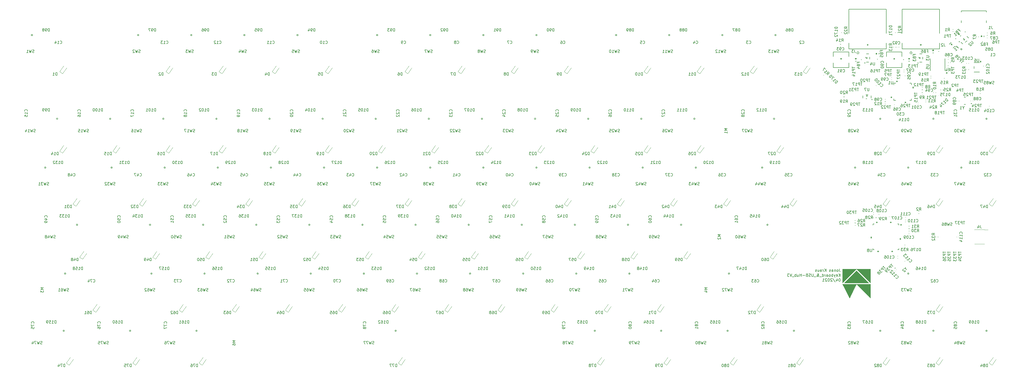
<source format=gbr>
G04 #@! TF.GenerationSoftware,KiCad,Pcbnew,(5.1.8)-1*
G04 #@! TF.CreationDate,2021-04-06T16:32:38+02:00*
G04 #@! TF.ProjectId,Keyboard_80_with_USB_HUB_V3,4b657962-6f61-4726-945f-3830255f7769,rev?*
G04 #@! TF.SameCoordinates,Original*
G04 #@! TF.FileFunction,Legend,Bot*
G04 #@! TF.FilePolarity,Positive*
%FSLAX46Y46*%
G04 Gerber Fmt 4.6, Leading zero omitted, Abs format (unit mm)*
G04 Created by KiCad (PCBNEW (5.1.8)-1) date 2021-04-06 16:32:38*
%MOMM*%
%LPD*%
G01*
G04 APERTURE LIST*
%ADD10C,0.150000*%
%ADD11C,0.152400*%
%ADD12C,0.200000*%
%ADD13C,0.100000*%
%ADD14C,0.127000*%
%ADD15C,0.120000*%
G04 APERTURE END LIST*
D10*
X284473928Y-81452380D02*
X284378690Y-81452380D01*
X284283452Y-81500000D01*
X284235833Y-81547619D01*
X284188214Y-81642857D01*
X284140595Y-81833333D01*
X284140595Y-82071428D01*
X284188214Y-82261904D01*
X284235833Y-82357142D01*
X284283452Y-82404761D01*
X284378690Y-82452380D01*
X284473928Y-82452380D01*
X284569166Y-82404761D01*
X284616785Y-82357142D01*
X284664404Y-82261904D01*
X284712023Y-82071428D01*
X284712023Y-81833333D01*
X284664404Y-81642857D01*
X284616785Y-81547619D01*
X284569166Y-81500000D01*
X284473928Y-81452380D01*
X283283452Y-81785714D02*
X283283452Y-82452380D01*
X283521547Y-81404761D02*
X283759642Y-82119047D01*
X283140595Y-82119047D01*
X282045357Y-81404761D02*
X282902500Y-82690476D01*
X281759642Y-81547619D02*
X281712023Y-81500000D01*
X281616785Y-81452380D01*
X281378690Y-81452380D01*
X281283452Y-81500000D01*
X281235833Y-81547619D01*
X281188214Y-81642857D01*
X281188214Y-81738095D01*
X281235833Y-81880952D01*
X281807261Y-82452380D01*
X281188214Y-82452380D01*
X280569166Y-81452380D02*
X280473928Y-81452380D01*
X280378690Y-81500000D01*
X280331071Y-81547619D01*
X280283452Y-81642857D01*
X280235833Y-81833333D01*
X280235833Y-82071428D01*
X280283452Y-82261904D01*
X280331071Y-82357142D01*
X280378690Y-82404761D01*
X280473928Y-82452380D01*
X280569166Y-82452380D01*
X280664404Y-82404761D01*
X280712023Y-82357142D01*
X280759642Y-82261904D01*
X280807261Y-82071428D01*
X280807261Y-81833333D01*
X280759642Y-81642857D01*
X280712023Y-81547619D01*
X280664404Y-81500000D01*
X280569166Y-81452380D01*
X279854880Y-81547619D02*
X279807261Y-81500000D01*
X279712023Y-81452380D01*
X279473928Y-81452380D01*
X279378690Y-81500000D01*
X279331071Y-81547619D01*
X279283452Y-81642857D01*
X279283452Y-81738095D01*
X279331071Y-81880952D01*
X279902500Y-82452380D01*
X279283452Y-82452380D01*
X278331071Y-82452380D02*
X278902500Y-82452380D01*
X278616785Y-82452380D02*
X278616785Y-81452380D01*
X278712023Y-81595238D01*
X278807261Y-81690476D01*
X278902500Y-81738095D01*
X284664404Y-80702380D02*
X284664404Y-79702380D01*
X284092976Y-80702380D02*
X284521547Y-80130952D01*
X284092976Y-79702380D02*
X284664404Y-80273809D01*
X283283452Y-80654761D02*
X283378690Y-80702380D01*
X283569166Y-80702380D01*
X283664404Y-80654761D01*
X283712023Y-80559523D01*
X283712023Y-80178571D01*
X283664404Y-80083333D01*
X283569166Y-80035714D01*
X283378690Y-80035714D01*
X283283452Y-80083333D01*
X283235833Y-80178571D01*
X283235833Y-80273809D01*
X283712023Y-80369047D01*
X282902500Y-80035714D02*
X282664404Y-80702380D01*
X282426309Y-80035714D02*
X282664404Y-80702380D01*
X282759642Y-80940476D01*
X282807261Y-80988095D01*
X282902500Y-81035714D01*
X282045357Y-80702380D02*
X282045357Y-79702380D01*
X282045357Y-80083333D02*
X281950119Y-80035714D01*
X281759642Y-80035714D01*
X281664404Y-80083333D01*
X281616785Y-80130952D01*
X281569166Y-80226190D01*
X281569166Y-80511904D01*
X281616785Y-80607142D01*
X281664404Y-80654761D01*
X281759642Y-80702380D01*
X281950119Y-80702380D01*
X282045357Y-80654761D01*
X280997738Y-80702380D02*
X281092976Y-80654761D01*
X281140595Y-80607142D01*
X281188214Y-80511904D01*
X281188214Y-80226190D01*
X281140595Y-80130952D01*
X281092976Y-80083333D01*
X280997738Y-80035714D01*
X280854880Y-80035714D01*
X280759642Y-80083333D01*
X280712023Y-80130952D01*
X280664404Y-80226190D01*
X280664404Y-80511904D01*
X280712023Y-80607142D01*
X280759642Y-80654761D01*
X280854880Y-80702380D01*
X280997738Y-80702380D01*
X279807261Y-80702380D02*
X279807261Y-80178571D01*
X279854880Y-80083333D01*
X279950119Y-80035714D01*
X280140595Y-80035714D01*
X280235833Y-80083333D01*
X279807261Y-80654761D02*
X279902500Y-80702380D01*
X280140595Y-80702380D01*
X280235833Y-80654761D01*
X280283452Y-80559523D01*
X280283452Y-80464285D01*
X280235833Y-80369047D01*
X280140595Y-80321428D01*
X279902500Y-80321428D01*
X279807261Y-80273809D01*
X279331071Y-80702380D02*
X279331071Y-80035714D01*
X279331071Y-80226190D02*
X279283452Y-80130952D01*
X279235833Y-80083333D01*
X279140595Y-80035714D01*
X279045357Y-80035714D01*
X278283452Y-80702380D02*
X278283452Y-79702380D01*
X278283452Y-80654761D02*
X278378690Y-80702380D01*
X278569166Y-80702380D01*
X278664404Y-80654761D01*
X278712023Y-80607142D01*
X278759642Y-80511904D01*
X278759642Y-80226190D01*
X278712023Y-80130952D01*
X278664404Y-80083333D01*
X278569166Y-80035714D01*
X278378690Y-80035714D01*
X278283452Y-80083333D01*
X278045357Y-80797619D02*
X277283452Y-80797619D01*
X276235833Y-80702380D02*
X276283452Y-80702380D01*
X276378690Y-80654761D01*
X276521547Y-80511904D01*
X276759642Y-80226190D01*
X276854880Y-80083333D01*
X276902500Y-79940476D01*
X276902500Y-79845238D01*
X276854880Y-79750000D01*
X276759642Y-79702380D01*
X276712023Y-79702380D01*
X276616785Y-79750000D01*
X276569166Y-79845238D01*
X276569166Y-79892857D01*
X276616785Y-79988095D01*
X276664404Y-80035714D01*
X276950119Y-80226190D01*
X276997738Y-80273809D01*
X277045357Y-80369047D01*
X277045357Y-80511904D01*
X276997738Y-80607142D01*
X276950119Y-80654761D01*
X276854880Y-80702380D01*
X276712023Y-80702380D01*
X276616785Y-80654761D01*
X276569166Y-80607142D01*
X276426309Y-80416666D01*
X276378690Y-80273809D01*
X276378690Y-80178571D01*
X276045357Y-80797619D02*
X275283452Y-80797619D01*
X275045357Y-79702380D02*
X275045357Y-80511904D01*
X274997738Y-80607142D01*
X274950119Y-80654761D01*
X274854880Y-80702380D01*
X274664404Y-80702380D01*
X274569166Y-80654761D01*
X274521547Y-80607142D01*
X274473928Y-80511904D01*
X274473928Y-79702380D01*
X274045357Y-80654761D02*
X273902500Y-80702380D01*
X273664404Y-80702380D01*
X273569166Y-80654761D01*
X273521547Y-80607142D01*
X273473928Y-80511904D01*
X273473928Y-80416666D01*
X273521547Y-80321428D01*
X273569166Y-80273809D01*
X273664404Y-80226190D01*
X273854880Y-80178571D01*
X273950119Y-80130952D01*
X273997738Y-80083333D01*
X274045357Y-79988095D01*
X274045357Y-79892857D01*
X273997738Y-79797619D01*
X273950119Y-79750000D01*
X273854880Y-79702380D01*
X273616785Y-79702380D01*
X273473928Y-79750000D01*
X272712023Y-80178571D02*
X272569166Y-80226190D01*
X272521547Y-80273809D01*
X272473928Y-80369047D01*
X272473928Y-80511904D01*
X272521547Y-80607142D01*
X272569166Y-80654761D01*
X272664404Y-80702380D01*
X273045357Y-80702380D01*
X273045357Y-79702380D01*
X272712023Y-79702380D01*
X272616785Y-79750000D01*
X272569166Y-79797619D01*
X272521547Y-79892857D01*
X272521547Y-79988095D01*
X272569166Y-80083333D01*
X272616785Y-80130952D01*
X272712023Y-80178571D01*
X273045357Y-80178571D01*
X272045357Y-80321428D02*
X271283452Y-80321428D01*
X270807261Y-80702380D02*
X270807261Y-79702380D01*
X270807261Y-80178571D02*
X270235833Y-80178571D01*
X270235833Y-80702380D02*
X270235833Y-79702380D01*
X269331071Y-80035714D02*
X269331071Y-80702380D01*
X269759642Y-80035714D02*
X269759642Y-80559523D01*
X269712023Y-80654761D01*
X269616785Y-80702380D01*
X269473928Y-80702380D01*
X269378690Y-80654761D01*
X269331071Y-80607142D01*
X268854880Y-80702380D02*
X268854880Y-79702380D01*
X268854880Y-80083333D02*
X268759642Y-80035714D01*
X268569166Y-80035714D01*
X268473928Y-80083333D01*
X268426309Y-80130952D01*
X268378690Y-80226190D01*
X268378690Y-80511904D01*
X268426309Y-80607142D01*
X268473928Y-80654761D01*
X268569166Y-80702380D01*
X268759642Y-80702380D01*
X268854880Y-80654761D01*
X268188214Y-80797619D02*
X267426309Y-80797619D01*
X267331071Y-79702380D02*
X266997738Y-80702380D01*
X266664404Y-79702380D01*
X266426309Y-79702380D02*
X265807261Y-79702380D01*
X266140595Y-80083333D01*
X265997738Y-80083333D01*
X265902500Y-80130952D01*
X265854880Y-80178571D01*
X265807261Y-80273809D01*
X265807261Y-80511904D01*
X265854880Y-80607142D01*
X265902500Y-80654761D01*
X265997738Y-80702380D01*
X266283452Y-80702380D01*
X266378690Y-80654761D01*
X266426309Y-80607142D01*
X284378690Y-77952380D02*
X284378690Y-78666666D01*
X284426309Y-78809523D01*
X284521547Y-78904761D01*
X284664404Y-78952380D01*
X284759642Y-78952380D01*
X283759642Y-78952380D02*
X283854880Y-78904761D01*
X283902500Y-78857142D01*
X283950119Y-78761904D01*
X283950119Y-78476190D01*
X283902500Y-78380952D01*
X283854880Y-78333333D01*
X283759642Y-78285714D01*
X283616785Y-78285714D01*
X283521547Y-78333333D01*
X283473928Y-78380952D01*
X283426309Y-78476190D01*
X283426309Y-78761904D01*
X283473928Y-78857142D01*
X283521547Y-78904761D01*
X283616785Y-78952380D01*
X283759642Y-78952380D01*
X282997738Y-78285714D02*
X282997738Y-78952380D01*
X282997738Y-78380952D02*
X282950119Y-78333333D01*
X282854880Y-78285714D01*
X282712023Y-78285714D01*
X282616785Y-78333333D01*
X282569166Y-78428571D01*
X282569166Y-78952380D01*
X281664404Y-78952380D02*
X281664404Y-78428571D01*
X281712023Y-78333333D01*
X281807261Y-78285714D01*
X281997738Y-78285714D01*
X282092976Y-78333333D01*
X281664404Y-78904761D02*
X281759642Y-78952380D01*
X281997738Y-78952380D01*
X282092976Y-78904761D01*
X282140595Y-78809523D01*
X282140595Y-78714285D01*
X282092976Y-78619047D01*
X281997738Y-78571428D01*
X281759642Y-78571428D01*
X281664404Y-78523809D01*
X281235833Y-78904761D02*
X281140595Y-78952380D01*
X280950119Y-78952380D01*
X280854880Y-78904761D01*
X280807261Y-78809523D01*
X280807261Y-78761904D01*
X280854880Y-78666666D01*
X280950119Y-78619047D01*
X281092976Y-78619047D01*
X281188214Y-78571428D01*
X281235833Y-78476190D01*
X281235833Y-78428571D01*
X281188214Y-78333333D01*
X281092976Y-78285714D01*
X280950119Y-78285714D01*
X280854880Y-78333333D01*
X279616785Y-78952380D02*
X279616785Y-77952380D01*
X279045357Y-78952380D02*
X279473928Y-78380952D01*
X279045357Y-77952380D02*
X279616785Y-78523809D01*
X278616785Y-78952380D02*
X278616785Y-78285714D01*
X278616785Y-78476190D02*
X278569166Y-78380952D01*
X278521547Y-78333333D01*
X278426309Y-78285714D01*
X278331071Y-78285714D01*
X277569166Y-78952380D02*
X277569166Y-78428571D01*
X277616785Y-78333333D01*
X277712023Y-78285714D01*
X277902500Y-78285714D01*
X277997738Y-78333333D01*
X277569166Y-78904761D02*
X277664404Y-78952380D01*
X277902500Y-78952380D01*
X277997738Y-78904761D01*
X278045357Y-78809523D01*
X278045357Y-78714285D01*
X277997738Y-78619047D01*
X277902500Y-78571428D01*
X277664404Y-78571428D01*
X277569166Y-78523809D01*
X276664404Y-78285714D02*
X276664404Y-78952380D01*
X277092976Y-78285714D02*
X277092976Y-78809523D01*
X277045357Y-78904761D01*
X276950119Y-78952380D01*
X276807261Y-78952380D01*
X276712023Y-78904761D01*
X276664404Y-78857142D01*
X276235833Y-78904761D02*
X276140595Y-78952380D01*
X275950119Y-78952380D01*
X275854880Y-78904761D01*
X275807261Y-78809523D01*
X275807261Y-78761904D01*
X275854880Y-78666666D01*
X275950119Y-78619047D01*
X276092976Y-78619047D01*
X276188214Y-78571428D01*
X276235833Y-78476190D01*
X276235833Y-78428571D01*
X276188214Y-78333333D01*
X276092976Y-78285714D01*
X275950119Y-78285714D01*
X275854880Y-78333333D01*
D11*
X305626999Y-71126999D02*
X305207340Y-71126999D01*
X296373001Y-71126999D02*
X296373001Y-70707340D01*
X296373001Y-61873001D02*
X296792660Y-61873001D01*
X305626999Y-61873001D02*
X305626999Y-62292660D01*
X305626999Y-70707340D02*
X305626999Y-71126999D01*
X296792660Y-71126999D02*
X296373001Y-71126999D01*
X296373001Y-62292660D02*
X296373001Y-61873001D01*
X305207340Y-61873001D02*
X305626999Y-61873001D01*
X306312801Y-67059501D02*
X306312801Y-67440501D01*
X306312801Y-67440501D02*
X306058801Y-67440501D01*
X306058801Y-67440501D02*
X306058801Y-67059501D01*
X306058801Y-67059501D02*
X306312801Y-67059501D01*
X303440501Y-71558801D02*
X303440501Y-71812801D01*
X303440501Y-71812801D02*
X303059501Y-71812801D01*
X303059501Y-71812801D02*
X303059501Y-71558801D01*
X303059501Y-71558801D02*
X303440501Y-71558801D01*
X298440500Y-71558801D02*
X298440500Y-71812801D01*
X298440500Y-71812801D02*
X298059500Y-71812801D01*
X298059500Y-71812801D02*
X298059500Y-71558801D01*
X298059500Y-71558801D02*
X298440500Y-71558801D01*
X295687199Y-66559499D02*
X295687199Y-66940500D01*
X295687199Y-66940500D02*
X295941199Y-66940500D01*
X295941199Y-66940500D02*
X295941199Y-66559499D01*
X295941199Y-66559499D02*
X295687199Y-66559499D01*
X297940499Y-61441199D02*
X297940499Y-61187199D01*
X297940499Y-61187199D02*
X297559499Y-61187199D01*
X297559499Y-61187199D02*
X297559499Y-61441199D01*
X297559499Y-61441199D02*
X297940499Y-61441199D01*
X302940499Y-61441199D02*
X302940499Y-61187199D01*
X302940499Y-61187199D02*
X302559499Y-61187199D01*
X302559499Y-61187199D02*
X302559499Y-61441199D01*
X302559499Y-61441199D02*
X302940499Y-61441199D01*
X303901200Y-11401200D02*
X304508260Y-11401200D01*
X310098800Y-11401200D02*
X310098800Y-12008260D01*
X310098800Y-17598800D02*
X309491740Y-17598800D01*
X303901200Y-17598800D02*
X303901200Y-16991740D01*
X303901200Y-12008260D02*
X303901200Y-11401200D01*
X309491740Y-11401200D02*
X310098800Y-11401200D01*
X310098800Y-16991740D02*
X310098800Y-17598800D01*
X304508260Y-17598800D02*
X303901200Y-17598800D01*
X304777500Y-10867800D02*
X304777500Y-10613800D01*
X304777500Y-10613800D02*
X305158500Y-10613800D01*
X305158500Y-10613800D02*
X305158500Y-10867800D01*
X305158500Y-10867800D02*
X304777500Y-10867800D01*
X310886200Y-13166500D02*
X310886200Y-12785500D01*
X310886200Y-12785500D02*
X310632200Y-12785500D01*
X310632200Y-12785500D02*
X310632200Y-13166500D01*
X310632200Y-13166500D02*
X310886200Y-13166500D01*
X307825500Y-18132200D02*
X307825500Y-18386200D01*
X307825500Y-18386200D02*
X308206500Y-18386200D01*
X308206500Y-18386200D02*
X308206500Y-18132200D01*
X308206500Y-18132200D02*
X307825500Y-18132200D01*
D12*
X337250000Y-24170000D02*
G75*
G03*
X337250000Y-24170000I-250000J0D01*
G01*
X4750000Y-24170000D02*
G75*
G03*
X4750000Y-24170000I-250000J0D01*
G01*
X23750000Y-24170000D02*
G75*
G03*
X23750000Y-24170000I-250000J0D01*
G01*
X42750000Y-24170000D02*
G75*
G03*
X42750000Y-24170000I-250000J0D01*
G01*
X61750000Y-24170000D02*
G75*
G03*
X61750000Y-24170000I-250000J0D01*
G01*
X80750000Y-24170000D02*
G75*
G03*
X80750000Y-24170000I-250000J0D01*
G01*
X99750000Y-24170000D02*
G75*
G03*
X99750000Y-24170000I-250000J0D01*
G01*
X118750000Y-24170000D02*
G75*
G03*
X118750000Y-24170000I-250000J0D01*
G01*
X137750000Y-24170000D02*
G75*
G03*
X137750000Y-24170000I-250000J0D01*
G01*
X156750000Y-24170000D02*
G75*
G03*
X156750000Y-24170000I-250000J0D01*
G01*
X175750000Y-24170000D02*
G75*
G03*
X175750000Y-24170000I-250000J0D01*
G01*
X194750000Y-24170000D02*
G75*
G03*
X194750000Y-24170000I-250000J0D01*
G01*
X213750000Y-24170000D02*
G75*
G03*
X213750000Y-24170000I-250000J0D01*
G01*
X232750000Y-24170000D02*
G75*
G03*
X232750000Y-24170000I-250000J0D01*
G01*
X261250000Y-24170000D02*
G75*
G03*
X261250000Y-24170000I-250000J0D01*
G01*
X299250000Y-24170000D02*
G75*
G03*
X299250000Y-24170000I-250000J0D01*
G01*
X318250000Y-24170000D02*
G75*
G03*
X318250000Y-24170000I-250000J0D01*
G01*
X11875000Y-62170000D02*
G75*
G03*
X11875000Y-62170000I-250000J0D01*
G01*
X38000000Y-62170000D02*
G75*
G03*
X38000000Y-62170000I-250000J0D01*
G01*
X57000000Y-62170000D02*
G75*
G03*
X57000000Y-62170000I-250000J0D01*
G01*
X76000000Y-62170000D02*
G75*
G03*
X76000000Y-62170000I-250000J0D01*
G01*
X95000000Y-62170000D02*
G75*
G03*
X95000000Y-62170000I-250000J0D01*
G01*
X114000000Y-62170000D02*
G75*
G03*
X114000000Y-62170000I-250000J0D01*
G01*
X133000000Y-62170000D02*
G75*
G03*
X133000000Y-62170000I-250000J0D01*
G01*
X152000000Y-62170000D02*
G75*
G03*
X152000000Y-62170000I-250000J0D01*
G01*
X171000000Y-62170000D02*
G75*
G03*
X171000000Y-62170000I-250000J0D01*
G01*
X190000000Y-62170000D02*
G75*
G03*
X190000000Y-62170000I-250000J0D01*
G01*
X209000000Y-62170000D02*
G75*
G03*
X209000000Y-62170000I-250000J0D01*
G01*
X228000000Y-62170000D02*
G75*
G03*
X228000000Y-62170000I-250000J0D01*
G01*
X258875000Y-62170000D02*
G75*
G03*
X258875000Y-62170000I-250000J0D01*
G01*
X7125000Y-100170000D02*
G75*
G03*
X7125000Y-100170000I-250000J0D01*
G01*
X30875000Y-100170000D02*
G75*
G03*
X30875000Y-100170000I-250000J0D01*
G01*
X54625000Y-100170000D02*
G75*
G03*
X54625000Y-100170000I-250000J0D01*
G01*
X125875000Y-100170000D02*
G75*
G03*
X125875000Y-100170000I-250000J0D01*
G01*
X197125000Y-100170000D02*
G75*
G03*
X197125000Y-100170000I-250000J0D01*
G01*
X220875000Y-100170000D02*
G75*
G03*
X220875000Y-100170000I-250000J0D01*
G01*
X244625000Y-100170000D02*
G75*
G03*
X244625000Y-100170000I-250000J0D01*
G01*
X268375000Y-100170000D02*
G75*
G03*
X268375000Y-100170000I-250000J0D01*
G01*
X299250000Y-100170000D02*
G75*
G03*
X299250000Y-100170000I-250000J0D01*
G01*
X318250000Y-100170000D02*
G75*
G03*
X318250000Y-100170000I-250000J0D01*
G01*
X337250000Y-100170000D02*
G75*
G03*
X337250000Y-100170000I-250000J0D01*
G01*
X328250000Y750000D02*
G75*
G03*
X328250000Y750000I-250000J0D01*
G01*
X261750000Y5830000D02*
G75*
G03*
X261750000Y5830000I-250000J0D01*
G01*
X242750000Y5830000D02*
G75*
G03*
X242750000Y5830000I-250000J0D01*
G01*
X223750000Y5830000D02*
G75*
G03*
X223750000Y5830000I-250000J0D01*
G01*
X204750000Y5830000D02*
G75*
G03*
X204750000Y5830000I-250000J0D01*
G01*
X176250000Y5830000D02*
G75*
G03*
X176250000Y5830000I-250000J0D01*
G01*
X157250000Y5830000D02*
G75*
G03*
X157250000Y5830000I-250000J0D01*
G01*
X138250000Y5830000D02*
G75*
G03*
X138250000Y5830000I-250000J0D01*
G01*
X119250000Y5830000D02*
G75*
G03*
X119250000Y5830000I-250000J0D01*
G01*
X90750000Y5830000D02*
G75*
G03*
X90750000Y5830000I-250000J0D01*
G01*
X71750000Y5830000D02*
G75*
G03*
X71750000Y5830000I-250000J0D01*
G01*
X52750000Y5830000D02*
G75*
G03*
X52750000Y5830000I-250000J0D01*
G01*
X33750000Y5830000D02*
G75*
G03*
X33750000Y5830000I-250000J0D01*
G01*
X-4250000Y5830000D02*
G75*
G03*
X-4250000Y5830000I-250000J0D01*
G01*
X328250000Y-41670000D02*
G75*
G03*
X328250000Y-41670000I-250000J0D01*
G01*
X309250000Y-41670000D02*
G75*
G03*
X309250000Y-41670000I-250000J0D01*
G01*
X290250000Y-41670000D02*
G75*
G03*
X290250000Y-41670000I-250000J0D01*
G01*
X257000000Y-41670000D02*
G75*
G03*
X257000000Y-41670000I-250000J0D01*
G01*
X233250000Y-41670000D02*
G75*
G03*
X233250000Y-41670000I-250000J0D01*
G01*
X214250000Y-41670000D02*
G75*
G03*
X214250000Y-41670000I-250000J0D01*
G01*
X195250000Y-41670000D02*
G75*
G03*
X195250000Y-41670000I-250000J0D01*
G01*
X176250000Y-41670000D02*
G75*
G03*
X176250000Y-41670000I-250000J0D01*
G01*
X157250000Y-41670000D02*
G75*
G03*
X157250000Y-41670000I-250000J0D01*
G01*
X138250000Y-41670000D02*
G75*
G03*
X138250000Y-41670000I-250000J0D01*
G01*
X119250000Y-41670000D02*
G75*
G03*
X119250000Y-41670000I-250000J0D01*
G01*
X100250000Y-41670000D02*
G75*
G03*
X100250000Y-41670000I-250000J0D01*
G01*
X81250000Y-41670000D02*
G75*
G03*
X81250000Y-41670000I-250000J0D01*
G01*
X62250000Y-41670000D02*
G75*
G03*
X62250000Y-41670000I-250000J0D01*
G01*
X43250000Y-41670000D02*
G75*
G03*
X43250000Y-41670000I-250000J0D01*
G01*
X24250000Y-41670000D02*
G75*
G03*
X24250000Y-41670000I-250000J0D01*
G01*
X500000Y-41670000D02*
G75*
G03*
X500000Y-41670000I-250000J0D01*
G01*
X309250000Y-79670000D02*
G75*
G03*
X309250000Y-79670000I-250000J0D01*
G01*
X245125000Y-79670000D02*
G75*
G03*
X245125000Y-79670000I-250000J0D01*
G01*
X209500000Y-79670000D02*
G75*
G03*
X209500000Y-79670000I-250000J0D01*
G01*
X190500000Y-79670000D02*
G75*
G03*
X190500000Y-79670000I-250000J0D01*
G01*
X171500000Y-79670000D02*
G75*
G03*
X171500000Y-79670000I-250000J0D01*
G01*
X152500000Y-79670000D02*
G75*
G03*
X152500000Y-79670000I-250000J0D01*
G01*
X133500000Y-79670000D02*
G75*
G03*
X133500000Y-79670000I-250000J0D01*
G01*
X114500000Y-79670000D02*
G75*
G03*
X114500000Y-79670000I-250000J0D01*
G01*
X95500000Y-79670000D02*
G75*
G03*
X95500000Y-79670000I-250000J0D01*
G01*
X76500000Y-79670000D02*
G75*
G03*
X76500000Y-79670000I-250000J0D01*
G01*
X57500000Y-79670000D02*
G75*
G03*
X57500000Y-79670000I-250000J0D01*
G01*
X38500000Y-79670000D02*
G75*
G03*
X38500000Y-79670000I-250000J0D01*
G01*
X7625000Y-79670000D02*
G75*
G03*
X7625000Y-79670000I-250000J0D01*
G01*
D13*
X303800000Y7825000D02*
G75*
G03*
X303800000Y7825000I-50000J0D01*
G01*
D11*
X334477900Y-7426400D02*
X332522100Y-7426400D01*
X332522100Y-6113261D02*
X332522100Y-5386739D01*
X332522100Y-4073600D02*
X334477900Y-4073600D01*
X326081028Y4504827D02*
G75*
G03*
X326081028Y4504827I-76201J0D01*
G01*
X327923385Y5678094D02*
X327651220Y5405929D01*
X326905929Y6151220D02*
X327178094Y6423385D01*
X335676200Y3428400D02*
G75*
G03*
X335676200Y3428400I-76200J0D01*
G01*
X336127000Y5614650D02*
X336127000Y5229750D01*
X335073000Y5229750D02*
X335073000Y5614650D01*
X307410200Y-3000000D02*
G75*
G03*
X307410200Y-3000000I-76200J0D01*
G01*
X309520250Y-3527000D02*
X309135350Y-3527000D01*
X309135350Y-2473000D02*
X309520250Y-2473000D01*
X292320000Y-3000000D02*
G75*
G03*
X292320000Y-3000000I-76200J0D01*
G01*
X290057550Y-2473000D02*
X290442450Y-2473000D01*
X290442450Y-3527000D02*
X290057550Y-3527000D01*
X298076200Y-2821600D02*
G75*
G03*
X298076200Y-2821600I-76200J0D01*
G01*
X298527000Y-635350D02*
X298527000Y-1020250D01*
X297473000Y-1020250D02*
X297473000Y-635350D01*
X319992200Y0D02*
G75*
G03*
X319992200Y0I-76200J0D01*
G01*
X317729750Y527000D02*
X318114650Y527000D01*
X318114650Y-527000D02*
X317729750Y-527000D01*
X325762824Y1915786D02*
X325084214Y1237176D01*
X323737176Y2584214D02*
X324415786Y3262824D01*
X329460109Y3222281D02*
X330027719Y3789891D01*
X330611321Y4758019D02*
X330007988Y5361352D01*
X329039890Y4777718D02*
X328759650Y4497478D01*
X327888650Y3242010D02*
X328491981Y2638679D01*
X327397101Y3434315D02*
G75*
G03*
X327397101Y3434315I-127000J0D01*
G01*
X314198500Y-2776361D02*
X314198500Y-1973639D01*
X313926599Y-876400D02*
X313073357Y-876400D01*
X312801500Y-1973640D02*
X312801500Y-2369960D01*
X313073360Y-3873600D02*
X313926599Y-3873600D01*
X312627000Y-4175000D02*
G75*
G03*
X312627000Y-4175000I-127000J0D01*
G01*
X295198500Y-2776361D02*
X295198500Y-1973639D01*
X294926599Y-876400D02*
X294073357Y-876400D01*
X293801500Y-1973640D02*
X293801500Y-2369960D01*
X294073360Y-3873600D02*
X294926599Y-3873600D01*
X293627000Y-4175000D02*
G75*
G03*
X293627000Y-4175000I-127000J0D01*
G01*
X294651361Y-15579500D02*
X293848639Y-15579500D01*
X292751400Y-15851401D02*
X292751400Y-16704643D01*
X293848640Y-16976500D02*
X294244960Y-16976500D01*
X295748600Y-16704640D02*
X295748600Y-15851401D01*
X296177000Y-17278000D02*
G75*
G03*
X296177000Y-17278000I-127000J0D01*
G01*
D14*
X328980000Y-16500000D02*
X329520000Y-16500000D01*
X329520000Y-19000000D02*
X328980000Y-19000000D01*
D12*
X331700000Y-18720000D02*
G75*
G03*
X331700000Y-18720000I-100000J0D01*
G01*
X304405456Y-77704594D02*
G75*
G03*
X304405456Y-77704594I-100000J0D01*
G01*
D15*
X337337836Y4890000D02*
X337122164Y4890000D01*
X337337836Y5610000D02*
X337122164Y5610000D01*
X304890000Y1412164D02*
X304890000Y1627836D01*
X305610000Y1412164D02*
X305610000Y1627836D01*
X284662164Y2360000D02*
X284877836Y2360000D01*
X284662164Y1640000D02*
X284877836Y1640000D01*
X313892164Y-13890000D02*
X314107836Y-13890000D01*
X313892164Y-14610000D02*
X314107836Y-14610000D01*
X307840000Y-8827836D02*
X307840000Y-8612164D01*
X308560000Y-8827836D02*
X308560000Y-8612164D01*
X304127836Y-19860000D02*
X303912164Y-19860000D01*
X304127836Y-19140000D02*
X303912164Y-19140000D01*
X300662164Y-17140000D02*
X300877836Y-17140000D01*
X300662164Y-17860000D02*
X300877836Y-17860000D01*
X302892164Y-9390000D02*
X303107836Y-9390000D01*
X302892164Y-10110000D02*
X303107836Y-10110000D01*
X297928307Y-11669190D02*
X298080810Y-11821693D01*
X297419190Y-12178307D02*
X297571693Y-12330810D01*
X312607836Y-19110000D02*
X312392164Y-19110000D01*
X312607836Y-18390000D02*
X312392164Y-18390000D01*
X337892164Y-19640000D02*
X338107836Y-19640000D01*
X337892164Y-20360000D02*
X338107836Y-20360000D01*
X296412164Y-57790000D02*
X296627836Y-57790000D01*
X296412164Y-58510000D02*
X296627836Y-58510000D01*
X305337836Y-74110000D02*
X305122164Y-74110000D01*
X305337836Y-73390000D02*
X305122164Y-73390000D01*
X302860000Y-59122164D02*
X302860000Y-59337836D01*
X302140000Y-59122164D02*
X302140000Y-59337836D01*
X298372164Y-57790000D02*
X298587836Y-57790000D01*
X298372164Y-58510000D02*
X298587836Y-58510000D01*
X307872164Y-60390000D02*
X308087836Y-60390000D01*
X307872164Y-61110000D02*
X308087836Y-61110000D01*
X307892164Y-58890000D02*
X308107836Y-58890000D01*
X307892164Y-59610000D02*
X308107836Y-59610000D01*
X326390000Y-66607836D02*
X326390000Y-66392164D01*
X327110000Y-66607836D02*
X327110000Y-66392164D01*
D11*
X306781300Y-4132840D02*
X306781300Y-5781300D01*
X301218700Y-1867160D02*
X301218700Y-218700D01*
X301218700Y-5781300D02*
X301218700Y-4132840D01*
X306781300Y-5781300D02*
X301218700Y-5781300D01*
X306781300Y-218700D02*
X306781300Y-1867160D01*
X301218700Y-218700D02*
X306781300Y-218700D01*
X287781300Y-4132840D02*
X287781300Y-5781300D01*
X282218700Y-1867160D02*
X282218700Y-218700D01*
X282218700Y-5781300D02*
X282218700Y-4132840D01*
X287781300Y-5781300D02*
X282218700Y-5781300D01*
X287781300Y-218700D02*
X287781300Y-1867160D01*
X282218700Y-218700D02*
X287781300Y-218700D01*
X322116200Y-2629100D02*
X322116200Y-6870900D01*
X316883800Y-6870900D02*
X316883800Y-2629100D01*
X291381000Y-540000D02*
G75*
G03*
X291381000Y-540000I-381000J0D01*
G01*
X301192900Y2971899D02*
X301192900Y863000D01*
X287807100Y6448100D02*
X287807100Y15112400D01*
X287807100Y863000D02*
X287807100Y2971899D01*
X301192900Y863000D02*
X287807100Y863000D01*
X301192900Y15112400D02*
X301192900Y6448100D01*
X287807100Y15112400D02*
X301192900Y15112400D01*
X310381000Y-540000D02*
G75*
G03*
X310381000Y-540000I-381000J0D01*
G01*
X320192900Y2971899D02*
X320192900Y863000D01*
X306807100Y6448100D02*
X306807100Y15112400D01*
X306807100Y863000D02*
X306807100Y2971899D01*
X320192900Y863000D02*
X306807100Y863000D01*
X320192900Y15112400D02*
X320192900Y6448100D01*
X306807100Y15112400D02*
X320192900Y15112400D01*
D14*
X336970000Y10280000D02*
X336970000Y11045000D01*
X336970000Y14105000D02*
X336970000Y14525000D01*
X336970000Y14525000D02*
X328030000Y14525000D01*
X328030000Y14525000D02*
X328030000Y14105000D01*
X328030000Y10280000D02*
X328030000Y11045000D01*
D12*
X329500000Y6975000D02*
G75*
G03*
X329500000Y6975000I-100000J0D01*
G01*
D15*
X339380472Y-109685853D02*
X337923587Y-111766500D01*
X337923587Y-111766500D02*
X338963910Y-112494941D01*
X338963910Y-112494941D02*
X340420794Y-110414296D01*
X320380472Y-109685853D02*
X318923587Y-111766500D01*
X318923587Y-111766500D02*
X319963910Y-112494941D01*
X319963910Y-112494941D02*
X321420794Y-110414296D01*
X301380472Y-109685853D02*
X299923587Y-111766500D01*
X299923587Y-111766500D02*
X300963910Y-112494941D01*
X300963910Y-112494941D02*
X302420794Y-110414296D01*
X270505472Y-109685853D02*
X269048587Y-111766500D01*
X269048587Y-111766500D02*
X270088910Y-112494941D01*
X270088910Y-112494941D02*
X271545794Y-110414296D01*
X246755472Y-109685853D02*
X245298587Y-111766500D01*
X245298587Y-111766500D02*
X246338910Y-112494941D01*
X246338910Y-112494941D02*
X247795794Y-110414296D01*
X223005472Y-109685853D02*
X221548587Y-111766500D01*
X221548587Y-111766500D02*
X222588910Y-112494941D01*
X222588910Y-112494941D02*
X224045794Y-110414296D01*
X199255472Y-109685853D02*
X197798587Y-111766500D01*
X197798587Y-111766500D02*
X198838910Y-112494941D01*
X198838910Y-112494941D02*
X200295794Y-110414296D01*
X128005472Y-109685853D02*
X126548587Y-111766500D01*
X126548587Y-111766500D02*
X127588910Y-112494941D01*
X127588910Y-112494941D02*
X129045794Y-110414296D01*
X56755472Y-109685853D02*
X55298587Y-111766500D01*
X55298587Y-111766500D02*
X56338910Y-112494941D01*
X56338910Y-112494941D02*
X57795794Y-110414296D01*
X33005472Y-109685853D02*
X31548587Y-111766500D01*
X31548587Y-111766500D02*
X32588910Y-112494941D01*
X32588910Y-112494941D02*
X34045794Y-110414296D01*
X9255472Y-109685853D02*
X7798587Y-111766500D01*
X7798587Y-111766500D02*
X8838910Y-112494941D01*
X8838910Y-112494941D02*
X10295794Y-110414296D01*
X320380472Y-90685853D02*
X318923587Y-92766500D01*
X318923587Y-92766500D02*
X319963910Y-93494941D01*
X319963910Y-93494941D02*
X321420794Y-91414296D01*
X256255472Y-90685853D02*
X254798587Y-92766500D01*
X254798587Y-92766500D02*
X255838910Y-93494941D01*
X255838910Y-93494941D02*
X257295794Y-91414296D01*
X220630472Y-90685853D02*
X219173587Y-92766500D01*
X219173587Y-92766500D02*
X220213910Y-93494941D01*
X220213910Y-93494941D02*
X221670794Y-91414296D01*
X201630472Y-90685853D02*
X200173587Y-92766500D01*
X200173587Y-92766500D02*
X201213910Y-93494941D01*
X201213910Y-93494941D02*
X202670794Y-91414296D01*
X182630472Y-90685853D02*
X181173587Y-92766500D01*
X181173587Y-92766500D02*
X182213910Y-93494941D01*
X182213910Y-93494941D02*
X183670794Y-91414296D01*
X163630472Y-90685853D02*
X162173587Y-92766500D01*
X162173587Y-92766500D02*
X163213910Y-93494941D01*
X163213910Y-93494941D02*
X164670794Y-91414296D01*
X144630472Y-90685853D02*
X143173587Y-92766500D01*
X143173587Y-92766500D02*
X144213910Y-93494941D01*
X144213910Y-93494941D02*
X145670794Y-91414296D01*
X125630472Y-90685853D02*
X124173587Y-92766500D01*
X124173587Y-92766500D02*
X125213910Y-93494941D01*
X125213910Y-93494941D02*
X126670794Y-91414296D01*
X106630472Y-90685853D02*
X105173587Y-92766500D01*
X105173587Y-92766500D02*
X106213910Y-93494941D01*
X106213910Y-93494941D02*
X107670794Y-91414296D01*
X87630472Y-90685853D02*
X86173587Y-92766500D01*
X86173587Y-92766500D02*
X87213910Y-93494941D01*
X87213910Y-93494941D02*
X88670794Y-91414296D01*
X68630472Y-90685853D02*
X67173587Y-92766500D01*
X67173587Y-92766500D02*
X68213910Y-93494941D01*
X68213910Y-93494941D02*
X69670794Y-91414296D01*
X49630472Y-90685853D02*
X48173587Y-92766500D01*
X48173587Y-92766500D02*
X49213910Y-93494941D01*
X49213910Y-93494941D02*
X50670794Y-91414296D01*
X18755472Y-90685853D02*
X17298587Y-92766500D01*
X17298587Y-92766500D02*
X18338910Y-93494941D01*
X18338910Y-93494941D02*
X19795794Y-91414296D01*
X261005472Y-71685853D02*
X259548587Y-73766500D01*
X259548587Y-73766500D02*
X260588910Y-74494941D01*
X260588910Y-74494941D02*
X262045794Y-72414296D01*
X230130472Y-71685853D02*
X228673587Y-73766500D01*
X228673587Y-73766500D02*
X229713910Y-74494941D01*
X229713910Y-74494941D02*
X231170794Y-72414296D01*
X211130472Y-71685853D02*
X209673587Y-73766500D01*
X209673587Y-73766500D02*
X210713910Y-74494941D01*
X210713910Y-74494941D02*
X212170794Y-72414296D01*
X192130472Y-71685853D02*
X190673587Y-73766500D01*
X190673587Y-73766500D02*
X191713910Y-74494941D01*
X191713910Y-74494941D02*
X193170794Y-72414296D01*
X173130472Y-71685853D02*
X171673587Y-73766500D01*
X171673587Y-73766500D02*
X172713910Y-74494941D01*
X172713910Y-74494941D02*
X174170794Y-72414296D01*
X154130472Y-71685853D02*
X152673587Y-73766500D01*
X152673587Y-73766500D02*
X153713910Y-74494941D01*
X153713910Y-74494941D02*
X155170794Y-72414296D01*
X135130472Y-71685853D02*
X133673587Y-73766500D01*
X133673587Y-73766500D02*
X134713910Y-74494941D01*
X134713910Y-74494941D02*
X136170794Y-72414296D01*
X116130472Y-71685853D02*
X114673587Y-73766500D01*
X114673587Y-73766500D02*
X115713910Y-74494941D01*
X115713910Y-74494941D02*
X117170794Y-72414296D01*
X97130472Y-71685853D02*
X95673587Y-73766500D01*
X95673587Y-73766500D02*
X96713910Y-74494941D01*
X96713910Y-74494941D02*
X98170794Y-72414296D01*
X78130472Y-71685853D02*
X76673587Y-73766500D01*
X76673587Y-73766500D02*
X77713910Y-74494941D01*
X77713910Y-74494941D02*
X79170794Y-72414296D01*
X59130472Y-71685853D02*
X57673587Y-73766500D01*
X57673587Y-73766500D02*
X58713910Y-74494941D01*
X58713910Y-74494941D02*
X60170794Y-72414296D01*
X40130472Y-71685853D02*
X38673587Y-73766500D01*
X38673587Y-73766500D02*
X39713910Y-74494941D01*
X39713910Y-74494941D02*
X41170794Y-72414296D01*
X14005472Y-71685853D02*
X12548587Y-73766500D01*
X12548587Y-73766500D02*
X13588910Y-74494941D01*
X13588910Y-74494941D02*
X15045794Y-72414296D01*
X339380472Y-52685853D02*
X337923587Y-54766500D01*
X337923587Y-54766500D02*
X338963910Y-55494941D01*
X338963910Y-55494941D02*
X340420794Y-53414296D01*
X320380472Y-52685853D02*
X318923587Y-54766500D01*
X318923587Y-54766500D02*
X319963910Y-55494941D01*
X319963910Y-55494941D02*
X321420794Y-53414296D01*
X301380472Y-52685853D02*
X299923587Y-54766500D01*
X299923587Y-54766500D02*
X300963910Y-55494941D01*
X300963910Y-55494941D02*
X302420794Y-53414296D01*
X268130472Y-52685853D02*
X266673587Y-54766500D01*
X266673587Y-54766500D02*
X267713910Y-55494941D01*
X267713910Y-55494941D02*
X269170794Y-53414296D01*
X244380472Y-52685853D02*
X242923587Y-54766500D01*
X242923587Y-54766500D02*
X243963910Y-55494941D01*
X243963910Y-55494941D02*
X245420794Y-53414296D01*
X225380472Y-52685853D02*
X223923587Y-54766500D01*
X223923587Y-54766500D02*
X224963910Y-55494941D01*
X224963910Y-55494941D02*
X226420794Y-53414296D01*
X206380472Y-52685853D02*
X204923587Y-54766500D01*
X204923587Y-54766500D02*
X205963910Y-55494941D01*
X205963910Y-55494941D02*
X207420794Y-53414296D01*
X187380472Y-52685853D02*
X185923587Y-54766500D01*
X185923587Y-54766500D02*
X186963910Y-55494941D01*
X186963910Y-55494941D02*
X188420794Y-53414296D01*
X168380472Y-52685853D02*
X166923587Y-54766500D01*
X166923587Y-54766500D02*
X167963910Y-55494941D01*
X167963910Y-55494941D02*
X169420794Y-53414296D01*
X149380472Y-52685853D02*
X147923587Y-54766500D01*
X147923587Y-54766500D02*
X148963910Y-55494941D01*
X148963910Y-55494941D02*
X150420794Y-53414296D01*
X130380472Y-52685853D02*
X128923587Y-54766500D01*
X128923587Y-54766500D02*
X129963910Y-55494941D01*
X129963910Y-55494941D02*
X131420794Y-53414296D01*
X111380472Y-52685853D02*
X109923587Y-54766500D01*
X109923587Y-54766500D02*
X110963910Y-55494941D01*
X110963910Y-55494941D02*
X112420794Y-53414296D01*
X92380472Y-52685853D02*
X90923587Y-54766500D01*
X90923587Y-54766500D02*
X91963910Y-55494941D01*
X91963910Y-55494941D02*
X93420794Y-53414296D01*
X73380472Y-52685853D02*
X71923587Y-54766500D01*
X71923587Y-54766500D02*
X72963910Y-55494941D01*
X72963910Y-55494941D02*
X74420794Y-53414296D01*
X54380472Y-52685853D02*
X52923587Y-54766500D01*
X52923587Y-54766500D02*
X53963910Y-55494941D01*
X53963910Y-55494941D02*
X55420794Y-53414296D01*
X35380472Y-52685853D02*
X33923587Y-54766500D01*
X33923587Y-54766500D02*
X34963910Y-55494941D01*
X34963910Y-55494941D02*
X36420794Y-53414296D01*
X11630472Y-52685853D02*
X10173587Y-54766500D01*
X10173587Y-54766500D02*
X11213910Y-55494941D01*
X11213910Y-55494941D02*
X12670794Y-53414296D01*
X339380472Y-33685853D02*
X337923587Y-35766500D01*
X337923587Y-35766500D02*
X338963910Y-36494941D01*
X338963910Y-36494941D02*
X340420794Y-34414296D01*
X320380472Y-33685853D02*
X318923587Y-35766500D01*
X318923587Y-35766500D02*
X319963910Y-36494941D01*
X319963910Y-36494941D02*
X321420794Y-34414296D01*
X301380472Y-33685853D02*
X299923587Y-35766500D01*
X299923587Y-35766500D02*
X300963910Y-36494941D01*
X300963910Y-36494941D02*
X302420794Y-34414296D01*
X263380472Y-33685853D02*
X261923587Y-35766500D01*
X261923587Y-35766500D02*
X262963910Y-36494941D01*
X262963910Y-36494941D02*
X264420794Y-34414296D01*
X234880472Y-33685853D02*
X233423587Y-35766500D01*
X233423587Y-35766500D02*
X234463910Y-36494941D01*
X234463910Y-36494941D02*
X235920794Y-34414296D01*
X215880472Y-33685853D02*
X214423587Y-35766500D01*
X214423587Y-35766500D02*
X215463910Y-36494941D01*
X215463910Y-36494941D02*
X216920794Y-34414296D01*
X196880472Y-33685853D02*
X195423587Y-35766500D01*
X195423587Y-35766500D02*
X196463910Y-36494941D01*
X196463910Y-36494941D02*
X197920794Y-34414296D01*
X177880472Y-33685853D02*
X176423587Y-35766500D01*
X176423587Y-35766500D02*
X177463910Y-36494941D01*
X177463910Y-36494941D02*
X178920794Y-34414296D01*
X158880472Y-33685853D02*
X157423587Y-35766500D01*
X157423587Y-35766500D02*
X158463910Y-36494941D01*
X158463910Y-36494941D02*
X159920794Y-34414296D01*
X139880472Y-33685853D02*
X138423587Y-35766500D01*
X138423587Y-35766500D02*
X139463910Y-36494941D01*
X139463910Y-36494941D02*
X140920794Y-34414296D01*
X120880472Y-33685853D02*
X119423587Y-35766500D01*
X119423587Y-35766500D02*
X120463910Y-36494941D01*
X120463910Y-36494941D02*
X121920794Y-34414296D01*
X101880472Y-33685853D02*
X100423587Y-35766500D01*
X100423587Y-35766500D02*
X101463910Y-36494941D01*
X101463910Y-36494941D02*
X102920794Y-34414296D01*
X82880472Y-33685853D02*
X81423587Y-35766500D01*
X81423587Y-35766500D02*
X82463910Y-36494941D01*
X82463910Y-36494941D02*
X83920794Y-34414296D01*
X63880472Y-33685853D02*
X62423587Y-35766500D01*
X62423587Y-35766500D02*
X63463910Y-36494941D01*
X63463910Y-36494941D02*
X64920794Y-34414296D01*
X44880472Y-33685853D02*
X43423587Y-35766500D01*
X43423587Y-35766500D02*
X44463910Y-36494941D01*
X44463910Y-36494941D02*
X45920794Y-34414296D01*
X25880472Y-33685853D02*
X24423587Y-35766500D01*
X24423587Y-35766500D02*
X25463910Y-36494941D01*
X25463910Y-36494941D02*
X26920794Y-34414296D01*
X6880472Y-33685853D02*
X5423587Y-35766500D01*
X5423587Y-35766500D02*
X6463910Y-36494941D01*
X6463910Y-36494941D02*
X7920794Y-34414296D01*
X272880472Y-5185853D02*
X271423587Y-7266500D01*
X271423587Y-7266500D02*
X272463910Y-7994941D01*
X272463910Y-7994941D02*
X273920794Y-5914296D01*
X253880472Y-5185853D02*
X252423587Y-7266500D01*
X252423587Y-7266500D02*
X253463910Y-7994941D01*
X253463910Y-7994941D02*
X254920794Y-5914296D01*
X234880472Y-5185853D02*
X233423587Y-7266500D01*
X233423587Y-7266500D02*
X234463910Y-7994941D01*
X234463910Y-7994941D02*
X235920794Y-5914296D01*
X215880472Y-5185853D02*
X214423587Y-7266500D01*
X214423587Y-7266500D02*
X215463910Y-7994941D01*
X215463910Y-7994941D02*
X216920794Y-5914296D01*
X187380472Y-5185853D02*
X185923587Y-7266500D01*
X185923587Y-7266500D02*
X186963910Y-7994941D01*
X186963910Y-7994941D02*
X188420794Y-5914296D01*
X168380472Y-5185853D02*
X166923587Y-7266500D01*
X166923587Y-7266500D02*
X167963910Y-7994941D01*
X167963910Y-7994941D02*
X169420794Y-5914296D01*
X149380472Y-5185853D02*
X147923587Y-7266500D01*
X147923587Y-7266500D02*
X148963910Y-7994941D01*
X148963910Y-7994941D02*
X150420794Y-5914296D01*
X130380472Y-5185853D02*
X128923587Y-7266500D01*
X128923587Y-7266500D02*
X129963910Y-7994941D01*
X129963910Y-7994941D02*
X131420794Y-5914296D01*
X101880472Y-5185853D02*
X100423587Y-7266500D01*
X100423587Y-7266500D02*
X101463910Y-7994941D01*
X101463910Y-7994941D02*
X102920794Y-5914296D01*
X82880472Y-5185853D02*
X81423587Y-7266500D01*
X81423587Y-7266500D02*
X82463910Y-7994941D01*
X82463910Y-7994941D02*
X83920794Y-5914296D01*
X63880472Y-5185853D02*
X62423587Y-7266500D01*
X62423587Y-7266500D02*
X63463910Y-7994941D01*
X63463910Y-7994941D02*
X64920794Y-5914296D01*
X44880472Y-5185853D02*
X43423587Y-7266500D01*
X43423587Y-7266500D02*
X44463910Y-7994941D01*
X44463910Y-7994941D02*
X45920794Y-5914296D01*
X6880472Y-5185853D02*
X5423587Y-7266500D01*
X5423587Y-7266500D02*
X6463910Y-7994941D01*
X6463910Y-7994941D02*
X7920794Y-5914296D01*
X336265000Y-63900000D02*
X332735000Y-63900000D01*
X336265000Y-69100000D02*
X332735000Y-69100000D01*
X337590000Y-63965000D02*
X336265000Y-63965000D01*
X336265000Y-63900000D02*
X336265000Y-63965000D01*
X332735000Y-63900000D02*
X332735000Y-63965000D01*
X336265000Y-69035000D02*
X336265000Y-69100000D01*
X332735000Y-69035000D02*
X332735000Y-69100000D01*
X323162164Y-2140000D02*
X323377836Y-2140000D01*
X323162164Y-2860000D02*
X323377836Y-2860000D01*
X331390000Y-17857836D02*
X331390000Y-17642164D01*
X332110000Y-17857836D02*
X332110000Y-17642164D01*
X327110000Y-17662164D02*
X327110000Y-17877836D01*
X326390000Y-17662164D02*
X326390000Y-17877836D01*
X307372164Y-7360000D02*
X307587836Y-7360000D01*
X307372164Y-6640000D02*
X307587836Y-6640000D01*
X335890000Y-5162164D02*
X335890000Y-5377836D01*
X336610000Y-5162164D02*
X336610000Y-5377836D01*
X329890000Y-4377836D02*
X329890000Y-4162164D01*
X330610000Y-4377836D02*
X330610000Y-4162164D01*
X309122164Y-65860000D02*
X309337836Y-65860000D01*
X309122164Y-65140000D02*
X309337836Y-65140000D01*
X304169190Y-78678307D02*
X304321693Y-78830810D01*
X304678307Y-78169190D02*
X304830810Y-78321693D01*
X308330810Y-74821693D02*
X308178307Y-74669190D01*
X307821693Y-75330810D02*
X307669190Y-75178307D01*
D13*
X281570746Y-10785746D02*
G75*
G03*
X281570746Y-10785746I-50000J0D01*
G01*
X284550000Y5675000D02*
G75*
G03*
X284550000Y5675000I-50000J0D01*
G01*
X330300000Y-9825000D02*
G75*
G03*
X330300000Y-9825000I-50000J0D01*
G01*
X321320746Y-17229254D02*
G75*
G03*
X321320746Y-17229254I-50000J0D01*
G01*
X319800000Y-15840000D02*
G75*
G03*
X319800000Y-15840000I-50000J0D01*
G01*
X310875000Y-69750000D02*
G75*
G03*
X310875000Y-69750000I-50000J0D01*
G01*
D15*
X312913641Y-58130000D02*
X312606359Y-58130000D01*
X312913641Y-57370000D02*
X312606359Y-57370000D01*
X323086359Y-5880000D02*
X323393641Y-5880000D01*
X323086359Y-5120000D02*
X323393641Y-5120000D01*
X323370000Y-3836359D02*
X323370000Y-4143641D01*
X324130000Y-3836359D02*
X324130000Y-4143641D01*
X337413641Y6630000D02*
X337106359Y6630000D01*
X337413641Y5870000D02*
X337106359Y5870000D01*
X333370000Y5096359D02*
X333370000Y5403641D01*
X334130000Y5096359D02*
X334130000Y5403641D01*
X313846359Y-13630000D02*
X314153641Y-13630000D01*
X313846359Y-12870000D02*
X314153641Y-12870000D01*
X313836359Y-14870000D02*
X314143641Y-14870000D01*
X313836359Y-15630000D02*
X314143641Y-15630000D01*
X318880000Y-14913641D02*
X318880000Y-14606359D01*
X318120000Y-14913641D02*
X318120000Y-14606359D01*
X315403641Y-17370000D02*
X315096359Y-17370000D01*
X315403641Y-18130000D02*
X315096359Y-18130000D01*
X300893641Y-18120000D02*
X300586359Y-18120000D01*
X300893641Y-18880000D02*
X300586359Y-18880000D01*
X304380000Y1346359D02*
X304380000Y1653641D01*
X303620000Y1346359D02*
X303620000Y1653641D01*
X284586359Y3380000D02*
X284893641Y3380000D01*
X284586359Y2620000D02*
X284893641Y2620000D01*
X322063641Y-9620000D02*
X321756359Y-9620000D01*
X322063641Y-10380000D02*
X321756359Y-10380000D01*
X316936359Y-8820000D02*
X317243641Y-8820000D01*
X316936359Y-9580000D02*
X317243641Y-9580000D01*
X278839940Y-8637341D02*
X278622659Y-8420060D01*
X279377341Y-8099940D02*
X279160060Y-7882659D01*
X334903641Y-15130000D02*
X334596359Y-15130000D01*
X334903641Y-14370000D02*
X334596359Y-14370000D01*
X285856359Y-16370000D02*
X286163641Y-16370000D01*
X285856359Y-17130000D02*
X286163641Y-17130000D01*
X285856359Y-16130000D02*
X286163641Y-16130000D01*
X285856359Y-15370000D02*
X286163641Y-15370000D01*
X304370000Y6606359D02*
X304370000Y6913641D01*
X305130000Y6606359D02*
X305130000Y6913641D01*
X285120000Y6913641D02*
X285120000Y6606359D01*
X285880000Y6913641D02*
X285880000Y6606359D01*
X329870000Y-6663641D02*
X329870000Y-6356359D01*
X330630000Y-6663641D02*
X330630000Y-6356359D01*
X318153641Y-19130000D02*
X317846359Y-19130000D01*
X318153641Y-18370000D02*
X317846359Y-18370000D01*
X320620000Y-13903641D02*
X320620000Y-13596359D01*
X321380000Y-13903641D02*
X321380000Y-13596359D01*
X296620000Y-59396359D02*
X296620000Y-59703641D01*
X297380000Y-59396359D02*
X297380000Y-59703641D01*
X298380000Y-59396359D02*
X298380000Y-59703641D01*
X297620000Y-59396359D02*
X297620000Y-59703641D01*
X309413641Y-63620000D02*
X309106359Y-63620000D01*
X309413641Y-64380000D02*
X309106359Y-64380000D01*
X309413641Y-63380000D02*
X309106359Y-63380000D01*
X309413641Y-62620000D02*
X309106359Y-62620000D01*
X318870000Y-66346359D02*
X318870000Y-66653641D01*
X319630000Y-66346359D02*
X319630000Y-66653641D01*
X307913641Y-70130000D02*
X307606359Y-70130000D01*
X307913641Y-69370000D02*
X307606359Y-69370000D01*
X290143641Y-60620000D02*
X289836359Y-60620000D01*
X290143641Y-61380000D02*
X289836359Y-61380000D01*
X290163641Y-62380000D02*
X289856359Y-62380000D01*
X290163641Y-61620000D02*
X289856359Y-61620000D01*
D13*
G36*
X286125000Y-83000000D02*
G01*
X294875000Y-83000000D01*
X290500000Y-78625000D01*
X286125000Y-83000000D01*
G37*
X286125000Y-83000000D02*
X294875000Y-83000000D01*
X290500000Y-78625000D01*
X286125000Y-83000000D01*
G36*
X288000000Y-88440000D02*
G01*
X290500000Y-83440000D01*
X285500000Y-83440000D01*
X288000000Y-88440000D01*
G37*
X288000000Y-88440000D02*
X290500000Y-83440000D01*
X285500000Y-83440000D01*
X288000000Y-88440000D01*
G36*
X295500000Y-88440000D02*
G01*
X295500000Y-83440000D01*
X290500000Y-83440000D01*
X295500000Y-88440000D01*
G37*
X295500000Y-88440000D02*
X295500000Y-83440000D01*
X290500000Y-83440000D01*
X295500000Y-88440000D01*
G36*
X285500000Y-83000000D02*
G01*
X290500000Y-78000000D01*
X285500000Y-78000000D01*
X285500000Y-83000000D01*
G37*
X285500000Y-83000000D02*
X290500000Y-78000000D01*
X285500000Y-78000000D01*
X285500000Y-83000000D01*
G36*
X295500000Y-83000000D02*
G01*
X295500000Y-78000000D01*
X290500000Y-78000000D01*
X295500000Y-83000000D01*
G37*
X295500000Y-83000000D02*
X295500000Y-78000000D01*
X290500000Y-78000000D01*
X295500000Y-83000000D01*
D15*
X324836359Y7120000D02*
X325143641Y7120000D01*
X324836359Y7880000D02*
X325143641Y7880000D01*
D10*
X295961904Y-70852380D02*
X295961904Y-71661904D01*
X295914285Y-71757142D01*
X295866666Y-71804761D01*
X295771428Y-71852380D01*
X295580952Y-71852380D01*
X295485714Y-71804761D01*
X295438095Y-71757142D01*
X295390476Y-71661904D01*
X295390476Y-70852380D01*
X294771428Y-71280952D02*
X294866666Y-71233333D01*
X294914285Y-71185714D01*
X294961904Y-71090476D01*
X294961904Y-71042857D01*
X294914285Y-70947619D01*
X294866666Y-70900000D01*
X294771428Y-70852380D01*
X294580952Y-70852380D01*
X294485714Y-70900000D01*
X294438095Y-70947619D01*
X294390476Y-71042857D01*
X294390476Y-71090476D01*
X294438095Y-71185714D01*
X294485714Y-71233333D01*
X294580952Y-71280952D01*
X294771428Y-71280952D01*
X294866666Y-71328571D01*
X294914285Y-71376190D01*
X294961904Y-71471428D01*
X294961904Y-71661904D01*
X294914285Y-71757142D01*
X294866666Y-71804761D01*
X294771428Y-71852380D01*
X294580952Y-71852380D01*
X294485714Y-71804761D01*
X294438095Y-71757142D01*
X294390476Y-71661904D01*
X294390476Y-71471428D01*
X294438095Y-71376190D01*
X294485714Y-71328571D01*
X294580952Y-71280952D01*
X306439801Y-61952380D02*
X306439801Y-62190476D01*
X306677896Y-62095238D02*
X306439801Y-62190476D01*
X306201705Y-62095238D01*
X306582658Y-62380952D02*
X306439801Y-62190476D01*
X306296943Y-62380952D01*
X306439801Y-61952380D02*
X306439801Y-62190476D01*
X306677896Y-62095238D02*
X306439801Y-62190476D01*
X306201705Y-62095238D01*
X306582658Y-62380952D02*
X306439801Y-62190476D01*
X306296943Y-62380952D01*
X17447857Y-82657142D02*
X17495476Y-82704761D01*
X17638333Y-82752380D01*
X17733571Y-82752380D01*
X17876428Y-82704761D01*
X17971666Y-82609523D01*
X18019285Y-82514285D01*
X18066904Y-82323809D01*
X18066904Y-82180952D01*
X18019285Y-81990476D01*
X17971666Y-81895238D01*
X17876428Y-81800000D01*
X17733571Y-81752380D01*
X17638333Y-81752380D01*
X17495476Y-81800000D01*
X17447857Y-81847619D01*
X17114523Y-81752380D02*
X16447857Y-81752380D01*
X16876428Y-82752380D01*
X15638333Y-82085714D02*
X15638333Y-82752380D01*
X15876428Y-81704761D02*
X16114523Y-82419047D01*
X15495476Y-82419047D01*
X48322857Y-82657142D02*
X48370476Y-82704761D01*
X48513333Y-82752380D01*
X48608571Y-82752380D01*
X48751428Y-82704761D01*
X48846666Y-82609523D01*
X48894285Y-82514285D01*
X48941904Y-82323809D01*
X48941904Y-82180952D01*
X48894285Y-81990476D01*
X48846666Y-81895238D01*
X48751428Y-81800000D01*
X48608571Y-81752380D01*
X48513333Y-81752380D01*
X48370476Y-81800000D01*
X48322857Y-81847619D01*
X47989523Y-81752380D02*
X47322857Y-81752380D01*
X47751428Y-82752380D01*
X47037142Y-81752380D02*
X46418095Y-81752380D01*
X46751428Y-82133333D01*
X46608571Y-82133333D01*
X46513333Y-82180952D01*
X46465714Y-82228571D01*
X46418095Y-82323809D01*
X46418095Y-82561904D01*
X46465714Y-82657142D01*
X46513333Y-82704761D01*
X46608571Y-82752380D01*
X46894285Y-82752380D01*
X46989523Y-82704761D01*
X47037142Y-82657142D01*
X67322857Y-82657142D02*
X67370476Y-82704761D01*
X67513333Y-82752380D01*
X67608571Y-82752380D01*
X67751428Y-82704761D01*
X67846666Y-82609523D01*
X67894285Y-82514285D01*
X67941904Y-82323809D01*
X67941904Y-82180952D01*
X67894285Y-81990476D01*
X67846666Y-81895238D01*
X67751428Y-81800000D01*
X67608571Y-81752380D01*
X67513333Y-81752380D01*
X67370476Y-81800000D01*
X67322857Y-81847619D01*
X66989523Y-81752380D02*
X66322857Y-81752380D01*
X66751428Y-82752380D01*
X65989523Y-81847619D02*
X65941904Y-81800000D01*
X65846666Y-81752380D01*
X65608571Y-81752380D01*
X65513333Y-81800000D01*
X65465714Y-81847619D01*
X65418095Y-81942857D01*
X65418095Y-82038095D01*
X65465714Y-82180952D01*
X66037142Y-82752380D01*
X65418095Y-82752380D01*
X86322857Y-82657142D02*
X86370476Y-82704761D01*
X86513333Y-82752380D01*
X86608571Y-82752380D01*
X86751428Y-82704761D01*
X86846666Y-82609523D01*
X86894285Y-82514285D01*
X86941904Y-82323809D01*
X86941904Y-82180952D01*
X86894285Y-81990476D01*
X86846666Y-81895238D01*
X86751428Y-81800000D01*
X86608571Y-81752380D01*
X86513333Y-81752380D01*
X86370476Y-81800000D01*
X86322857Y-81847619D01*
X85989523Y-81752380D02*
X85322857Y-81752380D01*
X85751428Y-82752380D01*
X84418095Y-82752380D02*
X84989523Y-82752380D01*
X84703809Y-82752380D02*
X84703809Y-81752380D01*
X84799047Y-81895238D01*
X84894285Y-81990476D01*
X84989523Y-82038095D01*
X105322857Y-82657142D02*
X105370476Y-82704761D01*
X105513333Y-82752380D01*
X105608571Y-82752380D01*
X105751428Y-82704761D01*
X105846666Y-82609523D01*
X105894285Y-82514285D01*
X105941904Y-82323809D01*
X105941904Y-82180952D01*
X105894285Y-81990476D01*
X105846666Y-81895238D01*
X105751428Y-81800000D01*
X105608571Y-81752380D01*
X105513333Y-81752380D01*
X105370476Y-81800000D01*
X105322857Y-81847619D01*
X104989523Y-81752380D02*
X104322857Y-81752380D01*
X104751428Y-82752380D01*
X103751428Y-81752380D02*
X103656190Y-81752380D01*
X103560952Y-81800000D01*
X103513333Y-81847619D01*
X103465714Y-81942857D01*
X103418095Y-82133333D01*
X103418095Y-82371428D01*
X103465714Y-82561904D01*
X103513333Y-82657142D01*
X103560952Y-82704761D01*
X103656190Y-82752380D01*
X103751428Y-82752380D01*
X103846666Y-82704761D01*
X103894285Y-82657142D01*
X103941904Y-82561904D01*
X103989523Y-82371428D01*
X103989523Y-82133333D01*
X103941904Y-81942857D01*
X103894285Y-81847619D01*
X103846666Y-81800000D01*
X103751428Y-81752380D01*
X124322857Y-82657142D02*
X124370476Y-82704761D01*
X124513333Y-82752380D01*
X124608571Y-82752380D01*
X124751428Y-82704761D01*
X124846666Y-82609523D01*
X124894285Y-82514285D01*
X124941904Y-82323809D01*
X124941904Y-82180952D01*
X124894285Y-81990476D01*
X124846666Y-81895238D01*
X124751428Y-81800000D01*
X124608571Y-81752380D01*
X124513333Y-81752380D01*
X124370476Y-81800000D01*
X124322857Y-81847619D01*
X123465714Y-81752380D02*
X123656190Y-81752380D01*
X123751428Y-81800000D01*
X123799047Y-81847619D01*
X123894285Y-81990476D01*
X123941904Y-82180952D01*
X123941904Y-82561904D01*
X123894285Y-82657142D01*
X123846666Y-82704761D01*
X123751428Y-82752380D01*
X123560952Y-82752380D01*
X123465714Y-82704761D01*
X123418095Y-82657142D01*
X123370476Y-82561904D01*
X123370476Y-82323809D01*
X123418095Y-82228571D01*
X123465714Y-82180952D01*
X123560952Y-82133333D01*
X123751428Y-82133333D01*
X123846666Y-82180952D01*
X123894285Y-82228571D01*
X123941904Y-82323809D01*
X122894285Y-82752380D02*
X122703809Y-82752380D01*
X122608571Y-82704761D01*
X122560952Y-82657142D01*
X122465714Y-82514285D01*
X122418095Y-82323809D01*
X122418095Y-81942857D01*
X122465714Y-81847619D01*
X122513333Y-81800000D01*
X122608571Y-81752380D01*
X122799047Y-81752380D01*
X122894285Y-81800000D01*
X122941904Y-81847619D01*
X122989523Y-81942857D01*
X122989523Y-82180952D01*
X122941904Y-82276190D01*
X122894285Y-82323809D01*
X122799047Y-82371428D01*
X122608571Y-82371428D01*
X122513333Y-82323809D01*
X122465714Y-82276190D01*
X122418095Y-82180952D01*
X143322857Y-82657142D02*
X143370476Y-82704761D01*
X143513333Y-82752380D01*
X143608571Y-82752380D01*
X143751428Y-82704761D01*
X143846666Y-82609523D01*
X143894285Y-82514285D01*
X143941904Y-82323809D01*
X143941904Y-82180952D01*
X143894285Y-81990476D01*
X143846666Y-81895238D01*
X143751428Y-81800000D01*
X143608571Y-81752380D01*
X143513333Y-81752380D01*
X143370476Y-81800000D01*
X143322857Y-81847619D01*
X142465714Y-81752380D02*
X142656190Y-81752380D01*
X142751428Y-81800000D01*
X142799047Y-81847619D01*
X142894285Y-81990476D01*
X142941904Y-82180952D01*
X142941904Y-82561904D01*
X142894285Y-82657142D01*
X142846666Y-82704761D01*
X142751428Y-82752380D01*
X142560952Y-82752380D01*
X142465714Y-82704761D01*
X142418095Y-82657142D01*
X142370476Y-82561904D01*
X142370476Y-82323809D01*
X142418095Y-82228571D01*
X142465714Y-82180952D01*
X142560952Y-82133333D01*
X142751428Y-82133333D01*
X142846666Y-82180952D01*
X142894285Y-82228571D01*
X142941904Y-82323809D01*
X141799047Y-82180952D02*
X141894285Y-82133333D01*
X141941904Y-82085714D01*
X141989523Y-81990476D01*
X141989523Y-81942857D01*
X141941904Y-81847619D01*
X141894285Y-81800000D01*
X141799047Y-81752380D01*
X141608571Y-81752380D01*
X141513333Y-81800000D01*
X141465714Y-81847619D01*
X141418095Y-81942857D01*
X141418095Y-81990476D01*
X141465714Y-82085714D01*
X141513333Y-82133333D01*
X141608571Y-82180952D01*
X141799047Y-82180952D01*
X141894285Y-82228571D01*
X141941904Y-82276190D01*
X141989523Y-82371428D01*
X141989523Y-82561904D01*
X141941904Y-82657142D01*
X141894285Y-82704761D01*
X141799047Y-82752380D01*
X141608571Y-82752380D01*
X141513333Y-82704761D01*
X141465714Y-82657142D01*
X141418095Y-82561904D01*
X141418095Y-82371428D01*
X141465714Y-82276190D01*
X141513333Y-82228571D01*
X141608571Y-82180952D01*
X162322857Y-82657142D02*
X162370476Y-82704761D01*
X162513333Y-82752380D01*
X162608571Y-82752380D01*
X162751428Y-82704761D01*
X162846666Y-82609523D01*
X162894285Y-82514285D01*
X162941904Y-82323809D01*
X162941904Y-82180952D01*
X162894285Y-81990476D01*
X162846666Y-81895238D01*
X162751428Y-81800000D01*
X162608571Y-81752380D01*
X162513333Y-81752380D01*
X162370476Y-81800000D01*
X162322857Y-81847619D01*
X161465714Y-81752380D02*
X161656190Y-81752380D01*
X161751428Y-81800000D01*
X161799047Y-81847619D01*
X161894285Y-81990476D01*
X161941904Y-82180952D01*
X161941904Y-82561904D01*
X161894285Y-82657142D01*
X161846666Y-82704761D01*
X161751428Y-82752380D01*
X161560952Y-82752380D01*
X161465714Y-82704761D01*
X161418095Y-82657142D01*
X161370476Y-82561904D01*
X161370476Y-82323809D01*
X161418095Y-82228571D01*
X161465714Y-82180952D01*
X161560952Y-82133333D01*
X161751428Y-82133333D01*
X161846666Y-82180952D01*
X161894285Y-82228571D01*
X161941904Y-82323809D01*
X161037142Y-81752380D02*
X160370476Y-81752380D01*
X160799047Y-82752380D01*
X181322857Y-82657142D02*
X181370476Y-82704761D01*
X181513333Y-82752380D01*
X181608571Y-82752380D01*
X181751428Y-82704761D01*
X181846666Y-82609523D01*
X181894285Y-82514285D01*
X181941904Y-82323809D01*
X181941904Y-82180952D01*
X181894285Y-81990476D01*
X181846666Y-81895238D01*
X181751428Y-81800000D01*
X181608571Y-81752380D01*
X181513333Y-81752380D01*
X181370476Y-81800000D01*
X181322857Y-81847619D01*
X180465714Y-81752380D02*
X180656190Y-81752380D01*
X180751428Y-81800000D01*
X180799047Y-81847619D01*
X180894285Y-81990476D01*
X180941904Y-82180952D01*
X180941904Y-82561904D01*
X180894285Y-82657142D01*
X180846666Y-82704761D01*
X180751428Y-82752380D01*
X180560952Y-82752380D01*
X180465714Y-82704761D01*
X180418095Y-82657142D01*
X180370476Y-82561904D01*
X180370476Y-82323809D01*
X180418095Y-82228571D01*
X180465714Y-82180952D01*
X180560952Y-82133333D01*
X180751428Y-82133333D01*
X180846666Y-82180952D01*
X180894285Y-82228571D01*
X180941904Y-82323809D01*
X179513333Y-81752380D02*
X179703809Y-81752380D01*
X179799047Y-81800000D01*
X179846666Y-81847619D01*
X179941904Y-81990476D01*
X179989523Y-82180952D01*
X179989523Y-82561904D01*
X179941904Y-82657142D01*
X179894285Y-82704761D01*
X179799047Y-82752380D01*
X179608571Y-82752380D01*
X179513333Y-82704761D01*
X179465714Y-82657142D01*
X179418095Y-82561904D01*
X179418095Y-82323809D01*
X179465714Y-82228571D01*
X179513333Y-82180952D01*
X179608571Y-82133333D01*
X179799047Y-82133333D01*
X179894285Y-82180952D01*
X179941904Y-82228571D01*
X179989523Y-82323809D01*
X200322857Y-82657142D02*
X200370476Y-82704761D01*
X200513333Y-82752380D01*
X200608571Y-82752380D01*
X200751428Y-82704761D01*
X200846666Y-82609523D01*
X200894285Y-82514285D01*
X200941904Y-82323809D01*
X200941904Y-82180952D01*
X200894285Y-81990476D01*
X200846666Y-81895238D01*
X200751428Y-81800000D01*
X200608571Y-81752380D01*
X200513333Y-81752380D01*
X200370476Y-81800000D01*
X200322857Y-81847619D01*
X199465714Y-81752380D02*
X199656190Y-81752380D01*
X199751428Y-81800000D01*
X199799047Y-81847619D01*
X199894285Y-81990476D01*
X199941904Y-82180952D01*
X199941904Y-82561904D01*
X199894285Y-82657142D01*
X199846666Y-82704761D01*
X199751428Y-82752380D01*
X199560952Y-82752380D01*
X199465714Y-82704761D01*
X199418095Y-82657142D01*
X199370476Y-82561904D01*
X199370476Y-82323809D01*
X199418095Y-82228571D01*
X199465714Y-82180952D01*
X199560952Y-82133333D01*
X199751428Y-82133333D01*
X199846666Y-82180952D01*
X199894285Y-82228571D01*
X199941904Y-82323809D01*
X198465714Y-81752380D02*
X198941904Y-81752380D01*
X198989523Y-82228571D01*
X198941904Y-82180952D01*
X198846666Y-82133333D01*
X198608571Y-82133333D01*
X198513333Y-82180952D01*
X198465714Y-82228571D01*
X198418095Y-82323809D01*
X198418095Y-82561904D01*
X198465714Y-82657142D01*
X198513333Y-82704761D01*
X198608571Y-82752380D01*
X198846666Y-82752380D01*
X198941904Y-82704761D01*
X198989523Y-82657142D01*
X219322857Y-82657142D02*
X219370476Y-82704761D01*
X219513333Y-82752380D01*
X219608571Y-82752380D01*
X219751428Y-82704761D01*
X219846666Y-82609523D01*
X219894285Y-82514285D01*
X219941904Y-82323809D01*
X219941904Y-82180952D01*
X219894285Y-81990476D01*
X219846666Y-81895238D01*
X219751428Y-81800000D01*
X219608571Y-81752380D01*
X219513333Y-81752380D01*
X219370476Y-81800000D01*
X219322857Y-81847619D01*
X218465714Y-81752380D02*
X218656190Y-81752380D01*
X218751428Y-81800000D01*
X218799047Y-81847619D01*
X218894285Y-81990476D01*
X218941904Y-82180952D01*
X218941904Y-82561904D01*
X218894285Y-82657142D01*
X218846666Y-82704761D01*
X218751428Y-82752380D01*
X218560952Y-82752380D01*
X218465714Y-82704761D01*
X218418095Y-82657142D01*
X218370476Y-82561904D01*
X218370476Y-82323809D01*
X218418095Y-82228571D01*
X218465714Y-82180952D01*
X218560952Y-82133333D01*
X218751428Y-82133333D01*
X218846666Y-82180952D01*
X218894285Y-82228571D01*
X218941904Y-82323809D01*
X217513333Y-82085714D02*
X217513333Y-82752380D01*
X217751428Y-81704761D02*
X217989523Y-82419047D01*
X217370476Y-82419047D01*
X254947857Y-82657142D02*
X254995476Y-82704761D01*
X255138333Y-82752380D01*
X255233571Y-82752380D01*
X255376428Y-82704761D01*
X255471666Y-82609523D01*
X255519285Y-82514285D01*
X255566904Y-82323809D01*
X255566904Y-82180952D01*
X255519285Y-81990476D01*
X255471666Y-81895238D01*
X255376428Y-81800000D01*
X255233571Y-81752380D01*
X255138333Y-81752380D01*
X254995476Y-81800000D01*
X254947857Y-81847619D01*
X254090714Y-81752380D02*
X254281190Y-81752380D01*
X254376428Y-81800000D01*
X254424047Y-81847619D01*
X254519285Y-81990476D01*
X254566904Y-82180952D01*
X254566904Y-82561904D01*
X254519285Y-82657142D01*
X254471666Y-82704761D01*
X254376428Y-82752380D01*
X254185952Y-82752380D01*
X254090714Y-82704761D01*
X254043095Y-82657142D01*
X253995476Y-82561904D01*
X253995476Y-82323809D01*
X254043095Y-82228571D01*
X254090714Y-82180952D01*
X254185952Y-82133333D01*
X254376428Y-82133333D01*
X254471666Y-82180952D01*
X254519285Y-82228571D01*
X254566904Y-82323809D01*
X253662142Y-81752380D02*
X253043095Y-81752380D01*
X253376428Y-82133333D01*
X253233571Y-82133333D01*
X253138333Y-82180952D01*
X253090714Y-82228571D01*
X253043095Y-82323809D01*
X253043095Y-82561904D01*
X253090714Y-82657142D01*
X253138333Y-82704761D01*
X253233571Y-82752380D01*
X253519285Y-82752380D01*
X253614523Y-82704761D01*
X253662142Y-82657142D01*
X319072857Y-82657142D02*
X319120476Y-82704761D01*
X319263333Y-82752380D01*
X319358571Y-82752380D01*
X319501428Y-82704761D01*
X319596666Y-82609523D01*
X319644285Y-82514285D01*
X319691904Y-82323809D01*
X319691904Y-82180952D01*
X319644285Y-81990476D01*
X319596666Y-81895238D01*
X319501428Y-81800000D01*
X319358571Y-81752380D01*
X319263333Y-81752380D01*
X319120476Y-81800000D01*
X319072857Y-81847619D01*
X318215714Y-81752380D02*
X318406190Y-81752380D01*
X318501428Y-81800000D01*
X318549047Y-81847619D01*
X318644285Y-81990476D01*
X318691904Y-82180952D01*
X318691904Y-82561904D01*
X318644285Y-82657142D01*
X318596666Y-82704761D01*
X318501428Y-82752380D01*
X318310952Y-82752380D01*
X318215714Y-82704761D01*
X318168095Y-82657142D01*
X318120476Y-82561904D01*
X318120476Y-82323809D01*
X318168095Y-82228571D01*
X318215714Y-82180952D01*
X318310952Y-82133333D01*
X318501428Y-82133333D01*
X318596666Y-82180952D01*
X318644285Y-82228571D01*
X318691904Y-82323809D01*
X317739523Y-81847619D02*
X317691904Y-81800000D01*
X317596666Y-81752380D01*
X317358571Y-81752380D01*
X317263333Y-81800000D01*
X317215714Y-81847619D01*
X317168095Y-81942857D01*
X317168095Y-82038095D01*
X317215714Y-82180952D01*
X317787142Y-82752380D01*
X317168095Y-82752380D01*
X10322857Y-44657142D02*
X10370476Y-44704761D01*
X10513333Y-44752380D01*
X10608571Y-44752380D01*
X10751428Y-44704761D01*
X10846666Y-44609523D01*
X10894285Y-44514285D01*
X10941904Y-44323809D01*
X10941904Y-44180952D01*
X10894285Y-43990476D01*
X10846666Y-43895238D01*
X10751428Y-43800000D01*
X10608571Y-43752380D01*
X10513333Y-43752380D01*
X10370476Y-43800000D01*
X10322857Y-43847619D01*
X9465714Y-44085714D02*
X9465714Y-44752380D01*
X9703809Y-43704761D02*
X9941904Y-44419047D01*
X9322857Y-44419047D01*
X8799047Y-44180952D02*
X8894285Y-44133333D01*
X8941904Y-44085714D01*
X8989523Y-43990476D01*
X8989523Y-43942857D01*
X8941904Y-43847619D01*
X8894285Y-43800000D01*
X8799047Y-43752380D01*
X8608571Y-43752380D01*
X8513333Y-43800000D01*
X8465714Y-43847619D01*
X8418095Y-43942857D01*
X8418095Y-43990476D01*
X8465714Y-44085714D01*
X8513333Y-44133333D01*
X8608571Y-44180952D01*
X8799047Y-44180952D01*
X8894285Y-44228571D01*
X8941904Y-44276190D01*
X8989523Y-44371428D01*
X8989523Y-44561904D01*
X8941904Y-44657142D01*
X8894285Y-44704761D01*
X8799047Y-44752380D01*
X8608571Y-44752380D01*
X8513333Y-44704761D01*
X8465714Y-44657142D01*
X8418095Y-44561904D01*
X8418095Y-44371428D01*
X8465714Y-44276190D01*
X8513333Y-44228571D01*
X8608571Y-44180952D01*
X34072857Y-44657142D02*
X34120476Y-44704761D01*
X34263333Y-44752380D01*
X34358571Y-44752380D01*
X34501428Y-44704761D01*
X34596666Y-44609523D01*
X34644285Y-44514285D01*
X34691904Y-44323809D01*
X34691904Y-44180952D01*
X34644285Y-43990476D01*
X34596666Y-43895238D01*
X34501428Y-43800000D01*
X34358571Y-43752380D01*
X34263333Y-43752380D01*
X34120476Y-43800000D01*
X34072857Y-43847619D01*
X33215714Y-44085714D02*
X33215714Y-44752380D01*
X33453809Y-43704761D02*
X33691904Y-44419047D01*
X33072857Y-44419047D01*
X32787142Y-43752380D02*
X32120476Y-43752380D01*
X32549047Y-44752380D01*
X53072857Y-44657142D02*
X53120476Y-44704761D01*
X53263333Y-44752380D01*
X53358571Y-44752380D01*
X53501428Y-44704761D01*
X53596666Y-44609523D01*
X53644285Y-44514285D01*
X53691904Y-44323809D01*
X53691904Y-44180952D01*
X53644285Y-43990476D01*
X53596666Y-43895238D01*
X53501428Y-43800000D01*
X53358571Y-43752380D01*
X53263333Y-43752380D01*
X53120476Y-43800000D01*
X53072857Y-43847619D01*
X52215714Y-44085714D02*
X52215714Y-44752380D01*
X52453809Y-43704761D02*
X52691904Y-44419047D01*
X52072857Y-44419047D01*
X51263333Y-43752380D02*
X51453809Y-43752380D01*
X51549047Y-43800000D01*
X51596666Y-43847619D01*
X51691904Y-43990476D01*
X51739523Y-44180952D01*
X51739523Y-44561904D01*
X51691904Y-44657142D01*
X51644285Y-44704761D01*
X51549047Y-44752380D01*
X51358571Y-44752380D01*
X51263333Y-44704761D01*
X51215714Y-44657142D01*
X51168095Y-44561904D01*
X51168095Y-44323809D01*
X51215714Y-44228571D01*
X51263333Y-44180952D01*
X51358571Y-44133333D01*
X51549047Y-44133333D01*
X51644285Y-44180952D01*
X51691904Y-44228571D01*
X51739523Y-44323809D01*
X72072857Y-44657142D02*
X72120476Y-44704761D01*
X72263333Y-44752380D01*
X72358571Y-44752380D01*
X72501428Y-44704761D01*
X72596666Y-44609523D01*
X72644285Y-44514285D01*
X72691904Y-44323809D01*
X72691904Y-44180952D01*
X72644285Y-43990476D01*
X72596666Y-43895238D01*
X72501428Y-43800000D01*
X72358571Y-43752380D01*
X72263333Y-43752380D01*
X72120476Y-43800000D01*
X72072857Y-43847619D01*
X71215714Y-44085714D02*
X71215714Y-44752380D01*
X71453809Y-43704761D02*
X71691904Y-44419047D01*
X71072857Y-44419047D01*
X70215714Y-43752380D02*
X70691904Y-43752380D01*
X70739523Y-44228571D01*
X70691904Y-44180952D01*
X70596666Y-44133333D01*
X70358571Y-44133333D01*
X70263333Y-44180952D01*
X70215714Y-44228571D01*
X70168095Y-44323809D01*
X70168095Y-44561904D01*
X70215714Y-44657142D01*
X70263333Y-44704761D01*
X70358571Y-44752380D01*
X70596666Y-44752380D01*
X70691904Y-44704761D01*
X70739523Y-44657142D01*
X91072857Y-44657142D02*
X91120476Y-44704761D01*
X91263333Y-44752380D01*
X91358571Y-44752380D01*
X91501428Y-44704761D01*
X91596666Y-44609523D01*
X91644285Y-44514285D01*
X91691904Y-44323809D01*
X91691904Y-44180952D01*
X91644285Y-43990476D01*
X91596666Y-43895238D01*
X91501428Y-43800000D01*
X91358571Y-43752380D01*
X91263333Y-43752380D01*
X91120476Y-43800000D01*
X91072857Y-43847619D01*
X90215714Y-44085714D02*
X90215714Y-44752380D01*
X90453809Y-43704761D02*
X90691904Y-44419047D01*
X90072857Y-44419047D01*
X89263333Y-44085714D02*
X89263333Y-44752380D01*
X89501428Y-43704761D02*
X89739523Y-44419047D01*
X89120476Y-44419047D01*
X110072857Y-44657142D02*
X110120476Y-44704761D01*
X110263333Y-44752380D01*
X110358571Y-44752380D01*
X110501428Y-44704761D01*
X110596666Y-44609523D01*
X110644285Y-44514285D01*
X110691904Y-44323809D01*
X110691904Y-44180952D01*
X110644285Y-43990476D01*
X110596666Y-43895238D01*
X110501428Y-43800000D01*
X110358571Y-43752380D01*
X110263333Y-43752380D01*
X110120476Y-43800000D01*
X110072857Y-43847619D01*
X109215714Y-44085714D02*
X109215714Y-44752380D01*
X109453809Y-43704761D02*
X109691904Y-44419047D01*
X109072857Y-44419047D01*
X108787142Y-43752380D02*
X108168095Y-43752380D01*
X108501428Y-44133333D01*
X108358571Y-44133333D01*
X108263333Y-44180952D01*
X108215714Y-44228571D01*
X108168095Y-44323809D01*
X108168095Y-44561904D01*
X108215714Y-44657142D01*
X108263333Y-44704761D01*
X108358571Y-44752380D01*
X108644285Y-44752380D01*
X108739523Y-44704761D01*
X108787142Y-44657142D01*
X129072857Y-44657142D02*
X129120476Y-44704761D01*
X129263333Y-44752380D01*
X129358571Y-44752380D01*
X129501428Y-44704761D01*
X129596666Y-44609523D01*
X129644285Y-44514285D01*
X129691904Y-44323809D01*
X129691904Y-44180952D01*
X129644285Y-43990476D01*
X129596666Y-43895238D01*
X129501428Y-43800000D01*
X129358571Y-43752380D01*
X129263333Y-43752380D01*
X129120476Y-43800000D01*
X129072857Y-43847619D01*
X128215714Y-44085714D02*
X128215714Y-44752380D01*
X128453809Y-43704761D02*
X128691904Y-44419047D01*
X128072857Y-44419047D01*
X127739523Y-43847619D02*
X127691904Y-43800000D01*
X127596666Y-43752380D01*
X127358571Y-43752380D01*
X127263333Y-43800000D01*
X127215714Y-43847619D01*
X127168095Y-43942857D01*
X127168095Y-44038095D01*
X127215714Y-44180952D01*
X127787142Y-44752380D01*
X127168095Y-44752380D01*
X148072857Y-44657142D02*
X148120476Y-44704761D01*
X148263333Y-44752380D01*
X148358571Y-44752380D01*
X148501428Y-44704761D01*
X148596666Y-44609523D01*
X148644285Y-44514285D01*
X148691904Y-44323809D01*
X148691904Y-44180952D01*
X148644285Y-43990476D01*
X148596666Y-43895238D01*
X148501428Y-43800000D01*
X148358571Y-43752380D01*
X148263333Y-43752380D01*
X148120476Y-43800000D01*
X148072857Y-43847619D01*
X147215714Y-44085714D02*
X147215714Y-44752380D01*
X147453809Y-43704761D02*
X147691904Y-44419047D01*
X147072857Y-44419047D01*
X146168095Y-44752380D02*
X146739523Y-44752380D01*
X146453809Y-44752380D02*
X146453809Y-43752380D01*
X146549047Y-43895238D01*
X146644285Y-43990476D01*
X146739523Y-44038095D01*
X167072857Y-44657142D02*
X167120476Y-44704761D01*
X167263333Y-44752380D01*
X167358571Y-44752380D01*
X167501428Y-44704761D01*
X167596666Y-44609523D01*
X167644285Y-44514285D01*
X167691904Y-44323809D01*
X167691904Y-44180952D01*
X167644285Y-43990476D01*
X167596666Y-43895238D01*
X167501428Y-43800000D01*
X167358571Y-43752380D01*
X167263333Y-43752380D01*
X167120476Y-43800000D01*
X167072857Y-43847619D01*
X166215714Y-44085714D02*
X166215714Y-44752380D01*
X166453809Y-43704761D02*
X166691904Y-44419047D01*
X166072857Y-44419047D01*
X165501428Y-43752380D02*
X165406190Y-43752380D01*
X165310952Y-43800000D01*
X165263333Y-43847619D01*
X165215714Y-43942857D01*
X165168095Y-44133333D01*
X165168095Y-44371428D01*
X165215714Y-44561904D01*
X165263333Y-44657142D01*
X165310952Y-44704761D01*
X165406190Y-44752380D01*
X165501428Y-44752380D01*
X165596666Y-44704761D01*
X165644285Y-44657142D01*
X165691904Y-44561904D01*
X165739523Y-44371428D01*
X165739523Y-44133333D01*
X165691904Y-43942857D01*
X165644285Y-43847619D01*
X165596666Y-43800000D01*
X165501428Y-43752380D01*
X186072857Y-44657142D02*
X186120476Y-44704761D01*
X186263333Y-44752380D01*
X186358571Y-44752380D01*
X186501428Y-44704761D01*
X186596666Y-44609523D01*
X186644285Y-44514285D01*
X186691904Y-44323809D01*
X186691904Y-44180952D01*
X186644285Y-43990476D01*
X186596666Y-43895238D01*
X186501428Y-43800000D01*
X186358571Y-43752380D01*
X186263333Y-43752380D01*
X186120476Y-43800000D01*
X186072857Y-43847619D01*
X185739523Y-43752380D02*
X185120476Y-43752380D01*
X185453809Y-44133333D01*
X185310952Y-44133333D01*
X185215714Y-44180952D01*
X185168095Y-44228571D01*
X185120476Y-44323809D01*
X185120476Y-44561904D01*
X185168095Y-44657142D01*
X185215714Y-44704761D01*
X185310952Y-44752380D01*
X185596666Y-44752380D01*
X185691904Y-44704761D01*
X185739523Y-44657142D01*
X184644285Y-44752380D02*
X184453809Y-44752380D01*
X184358571Y-44704761D01*
X184310952Y-44657142D01*
X184215714Y-44514285D01*
X184168095Y-44323809D01*
X184168095Y-43942857D01*
X184215714Y-43847619D01*
X184263333Y-43800000D01*
X184358571Y-43752380D01*
X184549047Y-43752380D01*
X184644285Y-43800000D01*
X184691904Y-43847619D01*
X184739523Y-43942857D01*
X184739523Y-44180952D01*
X184691904Y-44276190D01*
X184644285Y-44323809D01*
X184549047Y-44371428D01*
X184358571Y-44371428D01*
X184263333Y-44323809D01*
X184215714Y-44276190D01*
X184168095Y-44180952D01*
X205072857Y-44657142D02*
X205120476Y-44704761D01*
X205263333Y-44752380D01*
X205358571Y-44752380D01*
X205501428Y-44704761D01*
X205596666Y-44609523D01*
X205644285Y-44514285D01*
X205691904Y-44323809D01*
X205691904Y-44180952D01*
X205644285Y-43990476D01*
X205596666Y-43895238D01*
X205501428Y-43800000D01*
X205358571Y-43752380D01*
X205263333Y-43752380D01*
X205120476Y-43800000D01*
X205072857Y-43847619D01*
X204739523Y-43752380D02*
X204120476Y-43752380D01*
X204453809Y-44133333D01*
X204310952Y-44133333D01*
X204215714Y-44180952D01*
X204168095Y-44228571D01*
X204120476Y-44323809D01*
X204120476Y-44561904D01*
X204168095Y-44657142D01*
X204215714Y-44704761D01*
X204310952Y-44752380D01*
X204596666Y-44752380D01*
X204691904Y-44704761D01*
X204739523Y-44657142D01*
X203549047Y-44180952D02*
X203644285Y-44133333D01*
X203691904Y-44085714D01*
X203739523Y-43990476D01*
X203739523Y-43942857D01*
X203691904Y-43847619D01*
X203644285Y-43800000D01*
X203549047Y-43752380D01*
X203358571Y-43752380D01*
X203263333Y-43800000D01*
X203215714Y-43847619D01*
X203168095Y-43942857D01*
X203168095Y-43990476D01*
X203215714Y-44085714D01*
X203263333Y-44133333D01*
X203358571Y-44180952D01*
X203549047Y-44180952D01*
X203644285Y-44228571D01*
X203691904Y-44276190D01*
X203739523Y-44371428D01*
X203739523Y-44561904D01*
X203691904Y-44657142D01*
X203644285Y-44704761D01*
X203549047Y-44752380D01*
X203358571Y-44752380D01*
X203263333Y-44704761D01*
X203215714Y-44657142D01*
X203168095Y-44561904D01*
X203168095Y-44371428D01*
X203215714Y-44276190D01*
X203263333Y-44228571D01*
X203358571Y-44180952D01*
X224072857Y-44657142D02*
X224120476Y-44704761D01*
X224263333Y-44752380D01*
X224358571Y-44752380D01*
X224501428Y-44704761D01*
X224596666Y-44609523D01*
X224644285Y-44514285D01*
X224691904Y-44323809D01*
X224691904Y-44180952D01*
X224644285Y-43990476D01*
X224596666Y-43895238D01*
X224501428Y-43800000D01*
X224358571Y-43752380D01*
X224263333Y-43752380D01*
X224120476Y-43800000D01*
X224072857Y-43847619D01*
X223739523Y-43752380D02*
X223120476Y-43752380D01*
X223453809Y-44133333D01*
X223310952Y-44133333D01*
X223215714Y-44180952D01*
X223168095Y-44228571D01*
X223120476Y-44323809D01*
X223120476Y-44561904D01*
X223168095Y-44657142D01*
X223215714Y-44704761D01*
X223310952Y-44752380D01*
X223596666Y-44752380D01*
X223691904Y-44704761D01*
X223739523Y-44657142D01*
X222787142Y-43752380D02*
X222120476Y-43752380D01*
X222549047Y-44752380D01*
X243072857Y-44657142D02*
X243120476Y-44704761D01*
X243263333Y-44752380D01*
X243358571Y-44752380D01*
X243501428Y-44704761D01*
X243596666Y-44609523D01*
X243644285Y-44514285D01*
X243691904Y-44323809D01*
X243691904Y-44180952D01*
X243644285Y-43990476D01*
X243596666Y-43895238D01*
X243501428Y-43800000D01*
X243358571Y-43752380D01*
X243263333Y-43752380D01*
X243120476Y-43800000D01*
X243072857Y-43847619D01*
X242739523Y-43752380D02*
X242120476Y-43752380D01*
X242453809Y-44133333D01*
X242310952Y-44133333D01*
X242215714Y-44180952D01*
X242168095Y-44228571D01*
X242120476Y-44323809D01*
X242120476Y-44561904D01*
X242168095Y-44657142D01*
X242215714Y-44704761D01*
X242310952Y-44752380D01*
X242596666Y-44752380D01*
X242691904Y-44704761D01*
X242739523Y-44657142D01*
X241263333Y-43752380D02*
X241453809Y-43752380D01*
X241549047Y-43800000D01*
X241596666Y-43847619D01*
X241691904Y-43990476D01*
X241739523Y-44180952D01*
X241739523Y-44561904D01*
X241691904Y-44657142D01*
X241644285Y-44704761D01*
X241549047Y-44752380D01*
X241358571Y-44752380D01*
X241263333Y-44704761D01*
X241215714Y-44657142D01*
X241168095Y-44561904D01*
X241168095Y-44323809D01*
X241215714Y-44228571D01*
X241263333Y-44180952D01*
X241358571Y-44133333D01*
X241549047Y-44133333D01*
X241644285Y-44180952D01*
X241691904Y-44228571D01*
X241739523Y-44323809D01*
X266822857Y-44657142D02*
X266870476Y-44704761D01*
X267013333Y-44752380D01*
X267108571Y-44752380D01*
X267251428Y-44704761D01*
X267346666Y-44609523D01*
X267394285Y-44514285D01*
X267441904Y-44323809D01*
X267441904Y-44180952D01*
X267394285Y-43990476D01*
X267346666Y-43895238D01*
X267251428Y-43800000D01*
X267108571Y-43752380D01*
X267013333Y-43752380D01*
X266870476Y-43800000D01*
X266822857Y-43847619D01*
X266489523Y-43752380D02*
X265870476Y-43752380D01*
X266203809Y-44133333D01*
X266060952Y-44133333D01*
X265965714Y-44180952D01*
X265918095Y-44228571D01*
X265870476Y-44323809D01*
X265870476Y-44561904D01*
X265918095Y-44657142D01*
X265965714Y-44704761D01*
X266060952Y-44752380D01*
X266346666Y-44752380D01*
X266441904Y-44704761D01*
X266489523Y-44657142D01*
X264965714Y-43752380D02*
X265441904Y-43752380D01*
X265489523Y-44228571D01*
X265441904Y-44180952D01*
X265346666Y-44133333D01*
X265108571Y-44133333D01*
X265013333Y-44180952D01*
X264965714Y-44228571D01*
X264918095Y-44323809D01*
X264918095Y-44561904D01*
X264965714Y-44657142D01*
X265013333Y-44704761D01*
X265108571Y-44752380D01*
X265346666Y-44752380D01*
X265441904Y-44704761D01*
X265489523Y-44657142D01*
X300072857Y-44657142D02*
X300120476Y-44704761D01*
X300263333Y-44752380D01*
X300358571Y-44752380D01*
X300501428Y-44704761D01*
X300596666Y-44609523D01*
X300644285Y-44514285D01*
X300691904Y-44323809D01*
X300691904Y-44180952D01*
X300644285Y-43990476D01*
X300596666Y-43895238D01*
X300501428Y-43800000D01*
X300358571Y-43752380D01*
X300263333Y-43752380D01*
X300120476Y-43800000D01*
X300072857Y-43847619D01*
X299739523Y-43752380D02*
X299120476Y-43752380D01*
X299453809Y-44133333D01*
X299310952Y-44133333D01*
X299215714Y-44180952D01*
X299168095Y-44228571D01*
X299120476Y-44323809D01*
X299120476Y-44561904D01*
X299168095Y-44657142D01*
X299215714Y-44704761D01*
X299310952Y-44752380D01*
X299596666Y-44752380D01*
X299691904Y-44704761D01*
X299739523Y-44657142D01*
X298263333Y-44085714D02*
X298263333Y-44752380D01*
X298501428Y-43704761D02*
X298739523Y-44419047D01*
X298120476Y-44419047D01*
X319072857Y-44657142D02*
X319120476Y-44704761D01*
X319263333Y-44752380D01*
X319358571Y-44752380D01*
X319501428Y-44704761D01*
X319596666Y-44609523D01*
X319644285Y-44514285D01*
X319691904Y-44323809D01*
X319691904Y-44180952D01*
X319644285Y-43990476D01*
X319596666Y-43895238D01*
X319501428Y-43800000D01*
X319358571Y-43752380D01*
X319263333Y-43752380D01*
X319120476Y-43800000D01*
X319072857Y-43847619D01*
X318739523Y-43752380D02*
X318120476Y-43752380D01*
X318453809Y-44133333D01*
X318310952Y-44133333D01*
X318215714Y-44180952D01*
X318168095Y-44228571D01*
X318120476Y-44323809D01*
X318120476Y-44561904D01*
X318168095Y-44657142D01*
X318215714Y-44704761D01*
X318310952Y-44752380D01*
X318596666Y-44752380D01*
X318691904Y-44704761D01*
X318739523Y-44657142D01*
X317787142Y-43752380D02*
X317168095Y-43752380D01*
X317501428Y-44133333D01*
X317358571Y-44133333D01*
X317263333Y-44180952D01*
X317215714Y-44228571D01*
X317168095Y-44323809D01*
X317168095Y-44561904D01*
X317215714Y-44657142D01*
X317263333Y-44704761D01*
X317358571Y-44752380D01*
X317644285Y-44752380D01*
X317739523Y-44704761D01*
X317787142Y-44657142D01*
X338072857Y-44657142D02*
X338120476Y-44704761D01*
X338263333Y-44752380D01*
X338358571Y-44752380D01*
X338501428Y-44704761D01*
X338596666Y-44609523D01*
X338644285Y-44514285D01*
X338691904Y-44323809D01*
X338691904Y-44180952D01*
X338644285Y-43990476D01*
X338596666Y-43895238D01*
X338501428Y-43800000D01*
X338358571Y-43752380D01*
X338263333Y-43752380D01*
X338120476Y-43800000D01*
X338072857Y-43847619D01*
X337739523Y-43752380D02*
X337120476Y-43752380D01*
X337453809Y-44133333D01*
X337310952Y-44133333D01*
X337215714Y-44180952D01*
X337168095Y-44228571D01*
X337120476Y-44323809D01*
X337120476Y-44561904D01*
X337168095Y-44657142D01*
X337215714Y-44704761D01*
X337310952Y-44752380D01*
X337596666Y-44752380D01*
X337691904Y-44704761D01*
X337739523Y-44657142D01*
X336739523Y-43847619D02*
X336691904Y-43800000D01*
X336596666Y-43752380D01*
X336358571Y-43752380D01*
X336263333Y-43800000D01*
X336215714Y-43847619D01*
X336168095Y-43942857D01*
X336168095Y-44038095D01*
X336215714Y-44180952D01*
X336787142Y-44752380D01*
X336168095Y-44752380D01*
X5572857Y2842857D02*
X5620476Y2795238D01*
X5763333Y2747619D01*
X5858571Y2747619D01*
X6001428Y2795238D01*
X6096666Y2890476D01*
X6144285Y2985714D01*
X6191904Y3176190D01*
X6191904Y3319047D01*
X6144285Y3509523D01*
X6096666Y3604761D01*
X6001428Y3700000D01*
X5858571Y3747619D01*
X5763333Y3747619D01*
X5620476Y3700000D01*
X5572857Y3652380D01*
X4620476Y2747619D02*
X5191904Y2747619D01*
X4906190Y2747619D02*
X4906190Y3747619D01*
X5001428Y3604761D01*
X5096666Y3509523D01*
X5191904Y3461904D01*
X3763333Y3414285D02*
X3763333Y2747619D01*
X4001428Y3795238D02*
X4239523Y3080952D01*
X3620476Y3080952D01*
X43572857Y2842857D02*
X43620476Y2795238D01*
X43763333Y2747619D01*
X43858571Y2747619D01*
X44001428Y2795238D01*
X44096666Y2890476D01*
X44144285Y2985714D01*
X44191904Y3176190D01*
X44191904Y3319047D01*
X44144285Y3509523D01*
X44096666Y3604761D01*
X44001428Y3700000D01*
X43858571Y3747619D01*
X43763333Y3747619D01*
X43620476Y3700000D01*
X43572857Y3652380D01*
X42620476Y2747619D02*
X43191904Y2747619D01*
X42906190Y2747619D02*
X42906190Y3747619D01*
X43001428Y3604761D01*
X43096666Y3509523D01*
X43191904Y3461904D01*
X42287142Y3747619D02*
X41668095Y3747619D01*
X42001428Y3366666D01*
X41858571Y3366666D01*
X41763333Y3319047D01*
X41715714Y3271428D01*
X41668095Y3176190D01*
X41668095Y2938095D01*
X41715714Y2842857D01*
X41763333Y2795238D01*
X41858571Y2747619D01*
X42144285Y2747619D01*
X42239523Y2795238D01*
X42287142Y2842857D01*
X62572857Y2842857D02*
X62620476Y2795238D01*
X62763333Y2747619D01*
X62858571Y2747619D01*
X63001428Y2795238D01*
X63096666Y2890476D01*
X63144285Y2985714D01*
X63191904Y3176190D01*
X63191904Y3319047D01*
X63144285Y3509523D01*
X63096666Y3604761D01*
X63001428Y3700000D01*
X62858571Y3747619D01*
X62763333Y3747619D01*
X62620476Y3700000D01*
X62572857Y3652380D01*
X61620476Y2747619D02*
X62191904Y2747619D01*
X61906190Y2747619D02*
X61906190Y3747619D01*
X62001428Y3604761D01*
X62096666Y3509523D01*
X62191904Y3461904D01*
X61239523Y3652380D02*
X61191904Y3700000D01*
X61096666Y3747619D01*
X60858571Y3747619D01*
X60763333Y3700000D01*
X60715714Y3652380D01*
X60668095Y3557142D01*
X60668095Y3461904D01*
X60715714Y3319047D01*
X61287142Y2747619D01*
X60668095Y2747619D01*
X81572857Y2842857D02*
X81620476Y2795238D01*
X81763333Y2747619D01*
X81858571Y2747619D01*
X82001428Y2795238D01*
X82096666Y2890476D01*
X82144285Y2985714D01*
X82191904Y3176190D01*
X82191904Y3319047D01*
X82144285Y3509523D01*
X82096666Y3604761D01*
X82001428Y3700000D01*
X81858571Y3747619D01*
X81763333Y3747619D01*
X81620476Y3700000D01*
X81572857Y3652380D01*
X80620476Y2747619D02*
X81191904Y2747619D01*
X80906190Y2747619D02*
X80906190Y3747619D01*
X81001428Y3604761D01*
X81096666Y3509523D01*
X81191904Y3461904D01*
X79668095Y2747619D02*
X80239523Y2747619D01*
X79953809Y2747619D02*
X79953809Y3747619D01*
X80049047Y3604761D01*
X80144285Y3509523D01*
X80239523Y3461904D01*
X100572857Y2842857D02*
X100620476Y2795238D01*
X100763333Y2747619D01*
X100858571Y2747619D01*
X101001428Y2795238D01*
X101096666Y2890476D01*
X101144285Y2985714D01*
X101191904Y3176190D01*
X101191904Y3319047D01*
X101144285Y3509523D01*
X101096666Y3604761D01*
X101001428Y3700000D01*
X100858571Y3747619D01*
X100763333Y3747619D01*
X100620476Y3700000D01*
X100572857Y3652380D01*
X99620476Y2747619D02*
X100191904Y2747619D01*
X99906190Y2747619D02*
X99906190Y3747619D01*
X100001428Y3604761D01*
X100096666Y3509523D01*
X100191904Y3461904D01*
X99001428Y3747619D02*
X98906190Y3747619D01*
X98810952Y3700000D01*
X98763333Y3652380D01*
X98715714Y3557142D01*
X98668095Y3366666D01*
X98668095Y3128571D01*
X98715714Y2938095D01*
X98763333Y2842857D01*
X98810952Y2795238D01*
X98906190Y2747619D01*
X99001428Y2747619D01*
X99096666Y2795238D01*
X99144285Y2842857D01*
X99191904Y2938095D01*
X99239523Y3128571D01*
X99239523Y3366666D01*
X99191904Y3557142D01*
X99144285Y3652380D01*
X99096666Y3700000D01*
X99001428Y3747619D01*
X128596666Y2842857D02*
X128644285Y2795238D01*
X128787142Y2747619D01*
X128882380Y2747619D01*
X129025238Y2795238D01*
X129120476Y2890476D01*
X129168095Y2985714D01*
X129215714Y3176190D01*
X129215714Y3319047D01*
X129168095Y3509523D01*
X129120476Y3604761D01*
X129025238Y3700000D01*
X128882380Y3747619D01*
X128787142Y3747619D01*
X128644285Y3700000D01*
X128596666Y3652380D01*
X128120476Y2747619D02*
X127930000Y2747619D01*
X127834761Y2795238D01*
X127787142Y2842857D01*
X127691904Y2985714D01*
X127644285Y3176190D01*
X127644285Y3557142D01*
X127691904Y3652380D01*
X127739523Y3700000D01*
X127834761Y3747619D01*
X128025238Y3747619D01*
X128120476Y3700000D01*
X128168095Y3652380D01*
X128215714Y3557142D01*
X128215714Y3319047D01*
X128168095Y3223809D01*
X128120476Y3176190D01*
X128025238Y3128571D01*
X127834761Y3128571D01*
X127739523Y3176190D01*
X127691904Y3223809D01*
X127644285Y3319047D01*
X147596666Y2842857D02*
X147644285Y2795238D01*
X147787142Y2747619D01*
X147882380Y2747619D01*
X148025238Y2795238D01*
X148120476Y2890476D01*
X148168095Y2985714D01*
X148215714Y3176190D01*
X148215714Y3319047D01*
X148168095Y3509523D01*
X148120476Y3604761D01*
X148025238Y3700000D01*
X147882380Y3747619D01*
X147787142Y3747619D01*
X147644285Y3700000D01*
X147596666Y3652380D01*
X147025238Y3319047D02*
X147120476Y3366666D01*
X147168095Y3414285D01*
X147215714Y3509523D01*
X147215714Y3557142D01*
X147168095Y3652380D01*
X147120476Y3700000D01*
X147025238Y3747619D01*
X146834761Y3747619D01*
X146739523Y3700000D01*
X146691904Y3652380D01*
X146644285Y3557142D01*
X146644285Y3509523D01*
X146691904Y3414285D01*
X146739523Y3366666D01*
X146834761Y3319047D01*
X147025238Y3319047D01*
X147120476Y3271428D01*
X147168095Y3223809D01*
X147215714Y3128571D01*
X147215714Y2938095D01*
X147168095Y2842857D01*
X147120476Y2795238D01*
X147025238Y2747619D01*
X146834761Y2747619D01*
X146739523Y2795238D01*
X146691904Y2842857D01*
X146644285Y2938095D01*
X146644285Y3128571D01*
X146691904Y3223809D01*
X146739523Y3271428D01*
X146834761Y3319047D01*
X166596666Y2842857D02*
X166644285Y2795238D01*
X166787142Y2747619D01*
X166882380Y2747619D01*
X167025238Y2795238D01*
X167120476Y2890476D01*
X167168095Y2985714D01*
X167215714Y3176190D01*
X167215714Y3319047D01*
X167168095Y3509523D01*
X167120476Y3604761D01*
X167025238Y3700000D01*
X166882380Y3747619D01*
X166787142Y3747619D01*
X166644285Y3700000D01*
X166596666Y3652380D01*
X166263333Y3747619D02*
X165596666Y3747619D01*
X166025238Y2747619D01*
X185596666Y2842857D02*
X185644285Y2795238D01*
X185787142Y2747619D01*
X185882380Y2747619D01*
X186025238Y2795238D01*
X186120476Y2890476D01*
X186168095Y2985714D01*
X186215714Y3176190D01*
X186215714Y3319047D01*
X186168095Y3509523D01*
X186120476Y3604761D01*
X186025238Y3700000D01*
X185882380Y3747619D01*
X185787142Y3747619D01*
X185644285Y3700000D01*
X185596666Y3652380D01*
X184739523Y3747619D02*
X184930000Y3747619D01*
X185025238Y3700000D01*
X185072857Y3652380D01*
X185168095Y3509523D01*
X185215714Y3319047D01*
X185215714Y2938095D01*
X185168095Y2842857D01*
X185120476Y2795238D01*
X185025238Y2747619D01*
X184834761Y2747619D01*
X184739523Y2795238D01*
X184691904Y2842857D01*
X184644285Y2938095D01*
X184644285Y3176190D01*
X184691904Y3271428D01*
X184739523Y3319047D01*
X184834761Y3366666D01*
X185025238Y3366666D01*
X185120476Y3319047D01*
X185168095Y3271428D01*
X185215714Y3176190D01*
X214096666Y2842857D02*
X214144285Y2795238D01*
X214287142Y2747619D01*
X214382380Y2747619D01*
X214525238Y2795238D01*
X214620476Y2890476D01*
X214668095Y2985714D01*
X214715714Y3176190D01*
X214715714Y3319047D01*
X214668095Y3509523D01*
X214620476Y3604761D01*
X214525238Y3700000D01*
X214382380Y3747619D01*
X214287142Y3747619D01*
X214144285Y3700000D01*
X214096666Y3652380D01*
X213191904Y3747619D02*
X213668095Y3747619D01*
X213715714Y3271428D01*
X213668095Y3319047D01*
X213572857Y3366666D01*
X213334761Y3366666D01*
X213239523Y3319047D01*
X213191904Y3271428D01*
X213144285Y3176190D01*
X213144285Y2938095D01*
X213191904Y2842857D01*
X213239523Y2795238D01*
X213334761Y2747619D01*
X213572857Y2747619D01*
X213668095Y2795238D01*
X213715714Y2842857D01*
X233096666Y2842857D02*
X233144285Y2795238D01*
X233287142Y2747619D01*
X233382380Y2747619D01*
X233525238Y2795238D01*
X233620476Y2890476D01*
X233668095Y2985714D01*
X233715714Y3176190D01*
X233715714Y3319047D01*
X233668095Y3509523D01*
X233620476Y3604761D01*
X233525238Y3700000D01*
X233382380Y3747619D01*
X233287142Y3747619D01*
X233144285Y3700000D01*
X233096666Y3652380D01*
X232239523Y3414285D02*
X232239523Y2747619D01*
X232477619Y3795238D02*
X232715714Y3080952D01*
X232096666Y3080952D01*
X252096666Y2842857D02*
X252144285Y2795238D01*
X252287142Y2747619D01*
X252382380Y2747619D01*
X252525238Y2795238D01*
X252620476Y2890476D01*
X252668095Y2985714D01*
X252715714Y3176190D01*
X252715714Y3319047D01*
X252668095Y3509523D01*
X252620476Y3604761D01*
X252525238Y3700000D01*
X252382380Y3747619D01*
X252287142Y3747619D01*
X252144285Y3700000D01*
X252096666Y3652380D01*
X251763333Y3747619D02*
X251144285Y3747619D01*
X251477619Y3366666D01*
X251334761Y3366666D01*
X251239523Y3319047D01*
X251191904Y3271428D01*
X251144285Y3176190D01*
X251144285Y2938095D01*
X251191904Y2842857D01*
X251239523Y2795238D01*
X251334761Y2747619D01*
X251620476Y2747619D01*
X251715714Y2795238D01*
X251763333Y2842857D01*
X271096666Y2842857D02*
X271144285Y2795238D01*
X271287142Y2747619D01*
X271382380Y2747619D01*
X271525238Y2795238D01*
X271620476Y2890476D01*
X271668095Y2985714D01*
X271715714Y3176190D01*
X271715714Y3319047D01*
X271668095Y3509523D01*
X271620476Y3604761D01*
X271525238Y3700000D01*
X271382380Y3747619D01*
X271287142Y3747619D01*
X271144285Y3700000D01*
X271096666Y3652380D01*
X270715714Y3652380D02*
X270668095Y3700000D01*
X270572857Y3747619D01*
X270334761Y3747619D01*
X270239523Y3700000D01*
X270191904Y3652380D01*
X270144285Y3557142D01*
X270144285Y3461904D01*
X270191904Y3319047D01*
X270763333Y2747619D01*
X270144285Y2747619D01*
X339416666Y-1607142D02*
X339464285Y-1654761D01*
X339607142Y-1702380D01*
X339702380Y-1702380D01*
X339845238Y-1654761D01*
X339940476Y-1559523D01*
X339988095Y-1464285D01*
X340035714Y-1273809D01*
X340035714Y-1130952D01*
X339988095Y-940476D01*
X339940476Y-845238D01*
X339845238Y-750000D01*
X339702380Y-702380D01*
X339607142Y-702380D01*
X339464285Y-750000D01*
X339416666Y-797619D01*
X338464285Y-1702380D02*
X339035714Y-1702380D01*
X338750000Y-1702380D02*
X338750000Y-702380D01*
X338845238Y-845238D01*
X338940476Y-940476D01*
X339035714Y-988095D01*
X-6222857Y-21507142D02*
X-6175238Y-21459523D01*
X-6127619Y-21316666D01*
X-6127619Y-21221428D01*
X-6175238Y-21078571D01*
X-6270476Y-20983333D01*
X-6365714Y-20935714D01*
X-6556190Y-20888095D01*
X-6699047Y-20888095D01*
X-6889523Y-20935714D01*
X-6984761Y-20983333D01*
X-7080000Y-21078571D01*
X-7127619Y-21221428D01*
X-7127619Y-21316666D01*
X-7080000Y-21459523D01*
X-7032380Y-21507142D01*
X-6127619Y-22459523D02*
X-6127619Y-21888095D01*
X-6127619Y-22173809D02*
X-7127619Y-22173809D01*
X-6984761Y-22078571D01*
X-6889523Y-21983333D01*
X-6841904Y-21888095D01*
X-7127619Y-23364285D02*
X-7127619Y-22888095D01*
X-6651428Y-22840476D01*
X-6699047Y-22888095D01*
X-6746666Y-22983333D01*
X-6746666Y-23221428D01*
X-6699047Y-23316666D01*
X-6651428Y-23364285D01*
X-6556190Y-23411904D01*
X-6318095Y-23411904D01*
X-6222857Y-23364285D01*
X-6175238Y-23316666D01*
X-6127619Y-23221428D01*
X-6127619Y-22983333D01*
X-6175238Y-22888095D01*
X-6222857Y-22840476D01*
X12777142Y-21507142D02*
X12824761Y-21459523D01*
X12872380Y-21316666D01*
X12872380Y-21221428D01*
X12824761Y-21078571D01*
X12729523Y-20983333D01*
X12634285Y-20935714D01*
X12443809Y-20888095D01*
X12300952Y-20888095D01*
X12110476Y-20935714D01*
X12015238Y-20983333D01*
X11920000Y-21078571D01*
X11872380Y-21221428D01*
X11872380Y-21316666D01*
X11920000Y-21459523D01*
X11967619Y-21507142D01*
X12872380Y-22459523D02*
X12872380Y-21888095D01*
X12872380Y-22173809D02*
X11872380Y-22173809D01*
X12015238Y-22078571D01*
X12110476Y-21983333D01*
X12158095Y-21888095D01*
X11872380Y-23316666D02*
X11872380Y-23126190D01*
X11920000Y-23030952D01*
X11967619Y-22983333D01*
X12110476Y-22888095D01*
X12300952Y-22840476D01*
X12681904Y-22840476D01*
X12777142Y-22888095D01*
X12824761Y-22935714D01*
X12872380Y-23030952D01*
X12872380Y-23221428D01*
X12824761Y-23316666D01*
X12777142Y-23364285D01*
X12681904Y-23411904D01*
X12443809Y-23411904D01*
X12348571Y-23364285D01*
X12300952Y-23316666D01*
X12253333Y-23221428D01*
X12253333Y-23030952D01*
X12300952Y-22935714D01*
X12348571Y-22888095D01*
X12443809Y-22840476D01*
X31777142Y-21507142D02*
X31824761Y-21459523D01*
X31872380Y-21316666D01*
X31872380Y-21221428D01*
X31824761Y-21078571D01*
X31729523Y-20983333D01*
X31634285Y-20935714D01*
X31443809Y-20888095D01*
X31300952Y-20888095D01*
X31110476Y-20935714D01*
X31015238Y-20983333D01*
X30920000Y-21078571D01*
X30872380Y-21221428D01*
X30872380Y-21316666D01*
X30920000Y-21459523D01*
X30967619Y-21507142D01*
X31872380Y-22459523D02*
X31872380Y-21888095D01*
X31872380Y-22173809D02*
X30872380Y-22173809D01*
X31015238Y-22078571D01*
X31110476Y-21983333D01*
X31158095Y-21888095D01*
X30872380Y-22792857D02*
X30872380Y-23459523D01*
X31872380Y-23030952D01*
X50777142Y-21507142D02*
X50824761Y-21459523D01*
X50872380Y-21316666D01*
X50872380Y-21221428D01*
X50824761Y-21078571D01*
X50729523Y-20983333D01*
X50634285Y-20935714D01*
X50443809Y-20888095D01*
X50300952Y-20888095D01*
X50110476Y-20935714D01*
X50015238Y-20983333D01*
X49920000Y-21078571D01*
X49872380Y-21221428D01*
X49872380Y-21316666D01*
X49920000Y-21459523D01*
X49967619Y-21507142D01*
X50872380Y-22459523D02*
X50872380Y-21888095D01*
X50872380Y-22173809D02*
X49872380Y-22173809D01*
X50015238Y-22078571D01*
X50110476Y-21983333D01*
X50158095Y-21888095D01*
X50300952Y-23030952D02*
X50253333Y-22935714D01*
X50205714Y-22888095D01*
X50110476Y-22840476D01*
X50062857Y-22840476D01*
X49967619Y-22888095D01*
X49920000Y-22935714D01*
X49872380Y-23030952D01*
X49872380Y-23221428D01*
X49920000Y-23316666D01*
X49967619Y-23364285D01*
X50062857Y-23411904D01*
X50110476Y-23411904D01*
X50205714Y-23364285D01*
X50253333Y-23316666D01*
X50300952Y-23221428D01*
X50300952Y-23030952D01*
X50348571Y-22935714D01*
X50396190Y-22888095D01*
X50491428Y-22840476D01*
X50681904Y-22840476D01*
X50777142Y-22888095D01*
X50824761Y-22935714D01*
X50872380Y-23030952D01*
X50872380Y-23221428D01*
X50824761Y-23316666D01*
X50777142Y-23364285D01*
X50681904Y-23411904D01*
X50491428Y-23411904D01*
X50396190Y-23364285D01*
X50348571Y-23316666D01*
X50300952Y-23221428D01*
X69777142Y-21507142D02*
X69824761Y-21459523D01*
X69872380Y-21316666D01*
X69872380Y-21221428D01*
X69824761Y-21078571D01*
X69729523Y-20983333D01*
X69634285Y-20935714D01*
X69443809Y-20888095D01*
X69300952Y-20888095D01*
X69110476Y-20935714D01*
X69015238Y-20983333D01*
X68920000Y-21078571D01*
X68872380Y-21221428D01*
X68872380Y-21316666D01*
X68920000Y-21459523D01*
X68967619Y-21507142D01*
X69872380Y-22459523D02*
X69872380Y-21888095D01*
X69872380Y-22173809D02*
X68872380Y-22173809D01*
X69015238Y-22078571D01*
X69110476Y-21983333D01*
X69158095Y-21888095D01*
X69872380Y-22935714D02*
X69872380Y-23126190D01*
X69824761Y-23221428D01*
X69777142Y-23269047D01*
X69634285Y-23364285D01*
X69443809Y-23411904D01*
X69062857Y-23411904D01*
X68967619Y-23364285D01*
X68920000Y-23316666D01*
X68872380Y-23221428D01*
X68872380Y-23030952D01*
X68920000Y-22935714D01*
X68967619Y-22888095D01*
X69062857Y-22840476D01*
X69300952Y-22840476D01*
X69396190Y-22888095D01*
X69443809Y-22935714D01*
X69491428Y-23030952D01*
X69491428Y-23221428D01*
X69443809Y-23316666D01*
X69396190Y-23364285D01*
X69300952Y-23411904D01*
X88777142Y-21507142D02*
X88824761Y-21459523D01*
X88872380Y-21316666D01*
X88872380Y-21221428D01*
X88824761Y-21078571D01*
X88729523Y-20983333D01*
X88634285Y-20935714D01*
X88443809Y-20888095D01*
X88300952Y-20888095D01*
X88110476Y-20935714D01*
X88015238Y-20983333D01*
X87920000Y-21078571D01*
X87872380Y-21221428D01*
X87872380Y-21316666D01*
X87920000Y-21459523D01*
X87967619Y-21507142D01*
X87967619Y-21888095D02*
X87920000Y-21935714D01*
X87872380Y-22030952D01*
X87872380Y-22269047D01*
X87920000Y-22364285D01*
X87967619Y-22411904D01*
X88062857Y-22459523D01*
X88158095Y-22459523D01*
X88300952Y-22411904D01*
X88872380Y-21840476D01*
X88872380Y-22459523D01*
X87872380Y-23078571D02*
X87872380Y-23173809D01*
X87920000Y-23269047D01*
X87967619Y-23316666D01*
X88062857Y-23364285D01*
X88253333Y-23411904D01*
X88491428Y-23411904D01*
X88681904Y-23364285D01*
X88777142Y-23316666D01*
X88824761Y-23269047D01*
X88872380Y-23173809D01*
X88872380Y-23078571D01*
X88824761Y-22983333D01*
X88777142Y-22935714D01*
X88681904Y-22888095D01*
X88491428Y-22840476D01*
X88253333Y-22840476D01*
X88062857Y-22888095D01*
X87967619Y-22935714D01*
X87920000Y-22983333D01*
X87872380Y-23078571D01*
X107777142Y-21507142D02*
X107824761Y-21459523D01*
X107872380Y-21316666D01*
X107872380Y-21221428D01*
X107824761Y-21078571D01*
X107729523Y-20983333D01*
X107634285Y-20935714D01*
X107443809Y-20888095D01*
X107300952Y-20888095D01*
X107110476Y-20935714D01*
X107015238Y-20983333D01*
X106920000Y-21078571D01*
X106872380Y-21221428D01*
X106872380Y-21316666D01*
X106920000Y-21459523D01*
X106967619Y-21507142D01*
X106967619Y-21888095D02*
X106920000Y-21935714D01*
X106872380Y-22030952D01*
X106872380Y-22269047D01*
X106920000Y-22364285D01*
X106967619Y-22411904D01*
X107062857Y-22459523D01*
X107158095Y-22459523D01*
X107300952Y-22411904D01*
X107872380Y-21840476D01*
X107872380Y-22459523D01*
X107872380Y-23411904D02*
X107872380Y-22840476D01*
X107872380Y-23126190D02*
X106872380Y-23126190D01*
X107015238Y-23030952D01*
X107110476Y-22935714D01*
X107158095Y-22840476D01*
X126777142Y-21507142D02*
X126824761Y-21459523D01*
X126872380Y-21316666D01*
X126872380Y-21221428D01*
X126824761Y-21078571D01*
X126729523Y-20983333D01*
X126634285Y-20935714D01*
X126443809Y-20888095D01*
X126300952Y-20888095D01*
X126110476Y-20935714D01*
X126015238Y-20983333D01*
X125920000Y-21078571D01*
X125872380Y-21221428D01*
X125872380Y-21316666D01*
X125920000Y-21459523D01*
X125967619Y-21507142D01*
X125967619Y-21888095D02*
X125920000Y-21935714D01*
X125872380Y-22030952D01*
X125872380Y-22269047D01*
X125920000Y-22364285D01*
X125967619Y-22411904D01*
X126062857Y-22459523D01*
X126158095Y-22459523D01*
X126300952Y-22411904D01*
X126872380Y-21840476D01*
X126872380Y-22459523D01*
X125967619Y-22840476D02*
X125920000Y-22888095D01*
X125872380Y-22983333D01*
X125872380Y-23221428D01*
X125920000Y-23316666D01*
X125967619Y-23364285D01*
X126062857Y-23411904D01*
X126158095Y-23411904D01*
X126300952Y-23364285D01*
X126872380Y-22792857D01*
X126872380Y-23411904D01*
X145777142Y-21507142D02*
X145824761Y-21459523D01*
X145872380Y-21316666D01*
X145872380Y-21221428D01*
X145824761Y-21078571D01*
X145729523Y-20983333D01*
X145634285Y-20935714D01*
X145443809Y-20888095D01*
X145300952Y-20888095D01*
X145110476Y-20935714D01*
X145015238Y-20983333D01*
X144920000Y-21078571D01*
X144872380Y-21221428D01*
X144872380Y-21316666D01*
X144920000Y-21459523D01*
X144967619Y-21507142D01*
X144967619Y-21888095D02*
X144920000Y-21935714D01*
X144872380Y-22030952D01*
X144872380Y-22269047D01*
X144920000Y-22364285D01*
X144967619Y-22411904D01*
X145062857Y-22459523D01*
X145158095Y-22459523D01*
X145300952Y-22411904D01*
X145872380Y-21840476D01*
X145872380Y-22459523D01*
X144872380Y-22792857D02*
X144872380Y-23411904D01*
X145253333Y-23078571D01*
X145253333Y-23221428D01*
X145300952Y-23316666D01*
X145348571Y-23364285D01*
X145443809Y-23411904D01*
X145681904Y-23411904D01*
X145777142Y-23364285D01*
X145824761Y-23316666D01*
X145872380Y-23221428D01*
X145872380Y-22935714D01*
X145824761Y-22840476D01*
X145777142Y-22792857D01*
X164777142Y-21507142D02*
X164824761Y-21459523D01*
X164872380Y-21316666D01*
X164872380Y-21221428D01*
X164824761Y-21078571D01*
X164729523Y-20983333D01*
X164634285Y-20935714D01*
X164443809Y-20888095D01*
X164300952Y-20888095D01*
X164110476Y-20935714D01*
X164015238Y-20983333D01*
X163920000Y-21078571D01*
X163872380Y-21221428D01*
X163872380Y-21316666D01*
X163920000Y-21459523D01*
X163967619Y-21507142D01*
X163967619Y-21888095D02*
X163920000Y-21935714D01*
X163872380Y-22030952D01*
X163872380Y-22269047D01*
X163920000Y-22364285D01*
X163967619Y-22411904D01*
X164062857Y-22459523D01*
X164158095Y-22459523D01*
X164300952Y-22411904D01*
X164872380Y-21840476D01*
X164872380Y-22459523D01*
X164205714Y-23316666D02*
X164872380Y-23316666D01*
X163824761Y-23078571D02*
X164539047Y-22840476D01*
X164539047Y-23459523D01*
X183777142Y-21507142D02*
X183824761Y-21459523D01*
X183872380Y-21316666D01*
X183872380Y-21221428D01*
X183824761Y-21078571D01*
X183729523Y-20983333D01*
X183634285Y-20935714D01*
X183443809Y-20888095D01*
X183300952Y-20888095D01*
X183110476Y-20935714D01*
X183015238Y-20983333D01*
X182920000Y-21078571D01*
X182872380Y-21221428D01*
X182872380Y-21316666D01*
X182920000Y-21459523D01*
X182967619Y-21507142D01*
X182967619Y-21888095D02*
X182920000Y-21935714D01*
X182872380Y-22030952D01*
X182872380Y-22269047D01*
X182920000Y-22364285D01*
X182967619Y-22411904D01*
X183062857Y-22459523D01*
X183158095Y-22459523D01*
X183300952Y-22411904D01*
X183872380Y-21840476D01*
X183872380Y-22459523D01*
X182872380Y-23364285D02*
X182872380Y-22888095D01*
X183348571Y-22840476D01*
X183300952Y-22888095D01*
X183253333Y-22983333D01*
X183253333Y-23221428D01*
X183300952Y-23316666D01*
X183348571Y-23364285D01*
X183443809Y-23411904D01*
X183681904Y-23411904D01*
X183777142Y-23364285D01*
X183824761Y-23316666D01*
X183872380Y-23221428D01*
X183872380Y-22983333D01*
X183824761Y-22888095D01*
X183777142Y-22840476D01*
X202777142Y-21507142D02*
X202824761Y-21459523D01*
X202872380Y-21316666D01*
X202872380Y-21221428D01*
X202824761Y-21078571D01*
X202729523Y-20983333D01*
X202634285Y-20935714D01*
X202443809Y-20888095D01*
X202300952Y-20888095D01*
X202110476Y-20935714D01*
X202015238Y-20983333D01*
X201920000Y-21078571D01*
X201872380Y-21221428D01*
X201872380Y-21316666D01*
X201920000Y-21459523D01*
X201967619Y-21507142D01*
X201967619Y-21888095D02*
X201920000Y-21935714D01*
X201872380Y-22030952D01*
X201872380Y-22269047D01*
X201920000Y-22364285D01*
X201967619Y-22411904D01*
X202062857Y-22459523D01*
X202158095Y-22459523D01*
X202300952Y-22411904D01*
X202872380Y-21840476D01*
X202872380Y-22459523D01*
X201872380Y-23316666D02*
X201872380Y-23126190D01*
X201920000Y-23030952D01*
X201967619Y-22983333D01*
X202110476Y-22888095D01*
X202300952Y-22840476D01*
X202681904Y-22840476D01*
X202777142Y-22888095D01*
X202824761Y-22935714D01*
X202872380Y-23030952D01*
X202872380Y-23221428D01*
X202824761Y-23316666D01*
X202777142Y-23364285D01*
X202681904Y-23411904D01*
X202443809Y-23411904D01*
X202348571Y-23364285D01*
X202300952Y-23316666D01*
X202253333Y-23221428D01*
X202253333Y-23030952D01*
X202300952Y-22935714D01*
X202348571Y-22888095D01*
X202443809Y-22840476D01*
X221777142Y-21507142D02*
X221824761Y-21459523D01*
X221872380Y-21316666D01*
X221872380Y-21221428D01*
X221824761Y-21078571D01*
X221729523Y-20983333D01*
X221634285Y-20935714D01*
X221443809Y-20888095D01*
X221300952Y-20888095D01*
X221110476Y-20935714D01*
X221015238Y-20983333D01*
X220920000Y-21078571D01*
X220872380Y-21221428D01*
X220872380Y-21316666D01*
X220920000Y-21459523D01*
X220967619Y-21507142D01*
X220967619Y-21888095D02*
X220920000Y-21935714D01*
X220872380Y-22030952D01*
X220872380Y-22269047D01*
X220920000Y-22364285D01*
X220967619Y-22411904D01*
X221062857Y-22459523D01*
X221158095Y-22459523D01*
X221300952Y-22411904D01*
X221872380Y-21840476D01*
X221872380Y-22459523D01*
X220872380Y-22792857D02*
X220872380Y-23459523D01*
X221872380Y-23030952D01*
X250277142Y-21507142D02*
X250324761Y-21459523D01*
X250372380Y-21316666D01*
X250372380Y-21221428D01*
X250324761Y-21078571D01*
X250229523Y-20983333D01*
X250134285Y-20935714D01*
X249943809Y-20888095D01*
X249800952Y-20888095D01*
X249610476Y-20935714D01*
X249515238Y-20983333D01*
X249420000Y-21078571D01*
X249372380Y-21221428D01*
X249372380Y-21316666D01*
X249420000Y-21459523D01*
X249467619Y-21507142D01*
X249467619Y-21888095D02*
X249420000Y-21935714D01*
X249372380Y-22030952D01*
X249372380Y-22269047D01*
X249420000Y-22364285D01*
X249467619Y-22411904D01*
X249562857Y-22459523D01*
X249658095Y-22459523D01*
X249800952Y-22411904D01*
X250372380Y-21840476D01*
X250372380Y-22459523D01*
X249800952Y-23030952D02*
X249753333Y-22935714D01*
X249705714Y-22888095D01*
X249610476Y-22840476D01*
X249562857Y-22840476D01*
X249467619Y-22888095D01*
X249420000Y-22935714D01*
X249372380Y-23030952D01*
X249372380Y-23221428D01*
X249420000Y-23316666D01*
X249467619Y-23364285D01*
X249562857Y-23411904D01*
X249610476Y-23411904D01*
X249705714Y-23364285D01*
X249753333Y-23316666D01*
X249800952Y-23221428D01*
X249800952Y-23030952D01*
X249848571Y-22935714D01*
X249896190Y-22888095D01*
X249991428Y-22840476D01*
X250181904Y-22840476D01*
X250277142Y-22888095D01*
X250324761Y-22935714D01*
X250372380Y-23030952D01*
X250372380Y-23221428D01*
X250324761Y-23316666D01*
X250277142Y-23364285D01*
X250181904Y-23411904D01*
X249991428Y-23411904D01*
X249896190Y-23364285D01*
X249848571Y-23316666D01*
X249800952Y-23221428D01*
X288277142Y-21507142D02*
X288324761Y-21459523D01*
X288372380Y-21316666D01*
X288372380Y-21221428D01*
X288324761Y-21078571D01*
X288229523Y-20983333D01*
X288134285Y-20935714D01*
X287943809Y-20888095D01*
X287800952Y-20888095D01*
X287610476Y-20935714D01*
X287515238Y-20983333D01*
X287420000Y-21078571D01*
X287372380Y-21221428D01*
X287372380Y-21316666D01*
X287420000Y-21459523D01*
X287467619Y-21507142D01*
X287467619Y-21888095D02*
X287420000Y-21935714D01*
X287372380Y-22030952D01*
X287372380Y-22269047D01*
X287420000Y-22364285D01*
X287467619Y-22411904D01*
X287562857Y-22459523D01*
X287658095Y-22459523D01*
X287800952Y-22411904D01*
X288372380Y-21840476D01*
X288372380Y-22459523D01*
X288372380Y-22935714D02*
X288372380Y-23126190D01*
X288324761Y-23221428D01*
X288277142Y-23269047D01*
X288134285Y-23364285D01*
X287943809Y-23411904D01*
X287562857Y-23411904D01*
X287467619Y-23364285D01*
X287420000Y-23316666D01*
X287372380Y-23221428D01*
X287372380Y-23030952D01*
X287420000Y-22935714D01*
X287467619Y-22888095D01*
X287562857Y-22840476D01*
X287800952Y-22840476D01*
X287896190Y-22888095D01*
X287943809Y-22935714D01*
X287991428Y-23030952D01*
X287991428Y-23221428D01*
X287943809Y-23316666D01*
X287896190Y-23364285D01*
X287800952Y-23411904D01*
X306892857Y-22857142D02*
X306940476Y-22904761D01*
X307083333Y-22952380D01*
X307178571Y-22952380D01*
X307321428Y-22904761D01*
X307416666Y-22809523D01*
X307464285Y-22714285D01*
X307511904Y-22523809D01*
X307511904Y-22380952D01*
X307464285Y-22190476D01*
X307416666Y-22095238D01*
X307321428Y-22000000D01*
X307178571Y-21952380D01*
X307083333Y-21952380D01*
X306940476Y-22000000D01*
X306892857Y-22047619D01*
X306559523Y-21952380D02*
X305940476Y-21952380D01*
X306273809Y-22333333D01*
X306130952Y-22333333D01*
X306035714Y-22380952D01*
X305988095Y-22428571D01*
X305940476Y-22523809D01*
X305940476Y-22761904D01*
X305988095Y-22857142D01*
X306035714Y-22904761D01*
X306130952Y-22952380D01*
X306416666Y-22952380D01*
X306511904Y-22904761D01*
X306559523Y-22857142D01*
X305321428Y-21952380D02*
X305226190Y-21952380D01*
X305130952Y-22000000D01*
X305083333Y-22047619D01*
X305035714Y-22142857D01*
X304988095Y-22333333D01*
X304988095Y-22571428D01*
X305035714Y-22761904D01*
X305083333Y-22857142D01*
X305130952Y-22904761D01*
X305226190Y-22952380D01*
X305321428Y-22952380D01*
X305416666Y-22904761D01*
X305464285Y-22857142D01*
X305511904Y-22761904D01*
X305559523Y-22571428D01*
X305559523Y-22333333D01*
X305511904Y-22142857D01*
X305464285Y-22047619D01*
X305416666Y-22000000D01*
X305321428Y-21952380D01*
X326277142Y-21507142D02*
X326324761Y-21459523D01*
X326372380Y-21316666D01*
X326372380Y-21221428D01*
X326324761Y-21078571D01*
X326229523Y-20983333D01*
X326134285Y-20935714D01*
X325943809Y-20888095D01*
X325800952Y-20888095D01*
X325610476Y-20935714D01*
X325515238Y-20983333D01*
X325420000Y-21078571D01*
X325372380Y-21221428D01*
X325372380Y-21316666D01*
X325420000Y-21459523D01*
X325467619Y-21507142D01*
X325372380Y-21840476D02*
X325372380Y-22459523D01*
X325753333Y-22126190D01*
X325753333Y-22269047D01*
X325800952Y-22364285D01*
X325848571Y-22411904D01*
X325943809Y-22459523D01*
X326181904Y-22459523D01*
X326277142Y-22411904D01*
X326324761Y-22364285D01*
X326372380Y-22269047D01*
X326372380Y-21983333D01*
X326324761Y-21888095D01*
X326277142Y-21840476D01*
X326372380Y-23411904D02*
X326372380Y-22840476D01*
X326372380Y-23126190D02*
X325372380Y-23126190D01*
X325515238Y-23030952D01*
X325610476Y-22935714D01*
X325658095Y-22840476D01*
X902142Y-59507142D02*
X949761Y-59459523D01*
X997380Y-59316666D01*
X997380Y-59221428D01*
X949761Y-59078571D01*
X854523Y-58983333D01*
X759285Y-58935714D01*
X568809Y-58888095D01*
X425952Y-58888095D01*
X235476Y-58935714D01*
X140238Y-58983333D01*
X45000Y-59078571D01*
X-2619Y-59221428D01*
X-2619Y-59316666D01*
X45000Y-59459523D01*
X92619Y-59507142D01*
X330714Y-60364285D02*
X997380Y-60364285D01*
X-50238Y-60126190D02*
X664047Y-59888095D01*
X664047Y-60507142D01*
X997380Y-60935714D02*
X997380Y-61126190D01*
X949761Y-61221428D01*
X902142Y-61269047D01*
X759285Y-61364285D01*
X568809Y-61411904D01*
X187857Y-61411904D01*
X92619Y-61364285D01*
X44999Y-61316666D01*
X-2619Y-61221428D01*
X-2619Y-61030952D01*
X44999Y-60935714D01*
X92619Y-60888095D01*
X187857Y-60840476D01*
X425952Y-60840476D01*
X521190Y-60888095D01*
X568809Y-60935714D01*
X616428Y-61030952D01*
X616428Y-61221428D01*
X568809Y-61316666D01*
X521190Y-61364285D01*
X425952Y-61411904D01*
X27027142Y-59507142D02*
X27074761Y-59459523D01*
X27122380Y-59316666D01*
X27122380Y-59221428D01*
X27074761Y-59078571D01*
X26979523Y-58983333D01*
X26884285Y-58935714D01*
X26693809Y-58888095D01*
X26550952Y-58888095D01*
X26360476Y-58935714D01*
X26265238Y-58983333D01*
X26170000Y-59078571D01*
X26122380Y-59221428D01*
X26122380Y-59316666D01*
X26170000Y-59459523D01*
X26217619Y-59507142D01*
X26122380Y-60411904D02*
X26122380Y-59935714D01*
X26598571Y-59888095D01*
X26550952Y-59935714D01*
X26503333Y-60030952D01*
X26503333Y-60269047D01*
X26550952Y-60364285D01*
X26598571Y-60411904D01*
X26693809Y-60459523D01*
X26931904Y-60459523D01*
X27027142Y-60411904D01*
X27074761Y-60364285D01*
X27122380Y-60269047D01*
X27122380Y-60030952D01*
X27074761Y-59935714D01*
X27027142Y-59888095D01*
X26122380Y-61078571D02*
X26122380Y-61173809D01*
X26170000Y-61269047D01*
X26217619Y-61316666D01*
X26312857Y-61364285D01*
X26503333Y-61411904D01*
X26741428Y-61411904D01*
X26931904Y-61364285D01*
X27027142Y-61316666D01*
X27074761Y-61269047D01*
X27122380Y-61173809D01*
X27122380Y-61078571D01*
X27074761Y-60983333D01*
X27027142Y-60935714D01*
X26931904Y-60888095D01*
X26741428Y-60840476D01*
X26503333Y-60840476D01*
X26312857Y-60888095D01*
X26217619Y-60935714D01*
X26170000Y-60983333D01*
X26122380Y-61078571D01*
X46027142Y-59507142D02*
X46074761Y-59459523D01*
X46122380Y-59316666D01*
X46122380Y-59221428D01*
X46074761Y-59078571D01*
X45979523Y-58983333D01*
X45884285Y-58935714D01*
X45693809Y-58888095D01*
X45550952Y-58888095D01*
X45360476Y-58935714D01*
X45265238Y-58983333D01*
X45170000Y-59078571D01*
X45122380Y-59221428D01*
X45122380Y-59316666D01*
X45170000Y-59459523D01*
X45217619Y-59507142D01*
X45122380Y-60411904D02*
X45122380Y-59935714D01*
X45598571Y-59888095D01*
X45550952Y-59935714D01*
X45503333Y-60030952D01*
X45503333Y-60269047D01*
X45550952Y-60364285D01*
X45598571Y-60411904D01*
X45693809Y-60459523D01*
X45931904Y-60459523D01*
X46027142Y-60411904D01*
X46074761Y-60364285D01*
X46122380Y-60269047D01*
X46122380Y-60030952D01*
X46074761Y-59935714D01*
X46027142Y-59888095D01*
X46122380Y-61411904D02*
X46122380Y-60840476D01*
X46122380Y-61126190D02*
X45122380Y-61126190D01*
X45265238Y-61030952D01*
X45360476Y-60935714D01*
X45408095Y-60840476D01*
X65027142Y-59507142D02*
X65074761Y-59459523D01*
X65122380Y-59316666D01*
X65122380Y-59221428D01*
X65074761Y-59078571D01*
X64979523Y-58983333D01*
X64884285Y-58935714D01*
X64693809Y-58888095D01*
X64550952Y-58888095D01*
X64360476Y-58935714D01*
X64265238Y-58983333D01*
X64170000Y-59078571D01*
X64122380Y-59221428D01*
X64122380Y-59316666D01*
X64170000Y-59459523D01*
X64217619Y-59507142D01*
X64122380Y-60411904D02*
X64122380Y-59935714D01*
X64598571Y-59888095D01*
X64550952Y-59935714D01*
X64503333Y-60030952D01*
X64503333Y-60269047D01*
X64550952Y-60364285D01*
X64598571Y-60411904D01*
X64693809Y-60459523D01*
X64931904Y-60459523D01*
X65027142Y-60411904D01*
X65074761Y-60364285D01*
X65122380Y-60269047D01*
X65122380Y-60030952D01*
X65074761Y-59935714D01*
X65027142Y-59888095D01*
X64217619Y-60840476D02*
X64170000Y-60888095D01*
X64122380Y-60983333D01*
X64122380Y-61221428D01*
X64170000Y-61316666D01*
X64217619Y-61364285D01*
X64312857Y-61411904D01*
X64408095Y-61411904D01*
X64550952Y-61364285D01*
X65122380Y-60792857D01*
X65122380Y-61411904D01*
X84027142Y-59507142D02*
X84074761Y-59459523D01*
X84122380Y-59316666D01*
X84122380Y-59221428D01*
X84074761Y-59078571D01*
X83979523Y-58983333D01*
X83884285Y-58935714D01*
X83693809Y-58888095D01*
X83550952Y-58888095D01*
X83360476Y-58935714D01*
X83265238Y-58983333D01*
X83170000Y-59078571D01*
X83122380Y-59221428D01*
X83122380Y-59316666D01*
X83170000Y-59459523D01*
X83217619Y-59507142D01*
X83122380Y-60411904D02*
X83122380Y-59935714D01*
X83598571Y-59888095D01*
X83550952Y-59935714D01*
X83503333Y-60030952D01*
X83503333Y-60269047D01*
X83550952Y-60364285D01*
X83598571Y-60411904D01*
X83693809Y-60459523D01*
X83931904Y-60459523D01*
X84027142Y-60411904D01*
X84074761Y-60364285D01*
X84122380Y-60269047D01*
X84122380Y-60030952D01*
X84074761Y-59935714D01*
X84027142Y-59888095D01*
X83122380Y-60792857D02*
X83122380Y-61411904D01*
X83503333Y-61078571D01*
X83503333Y-61221428D01*
X83550952Y-61316666D01*
X83598571Y-61364285D01*
X83693809Y-61411904D01*
X83931904Y-61411904D01*
X84027142Y-61364285D01*
X84074761Y-61316666D01*
X84122380Y-61221428D01*
X84122380Y-60935714D01*
X84074761Y-60840476D01*
X84027142Y-60792857D01*
X103027142Y-59507142D02*
X103074761Y-59459523D01*
X103122380Y-59316666D01*
X103122380Y-59221428D01*
X103074761Y-59078571D01*
X102979523Y-58983333D01*
X102884285Y-58935714D01*
X102693809Y-58888095D01*
X102550952Y-58888095D01*
X102360476Y-58935714D01*
X102265238Y-58983333D01*
X102170000Y-59078571D01*
X102122380Y-59221428D01*
X102122380Y-59316666D01*
X102170000Y-59459523D01*
X102217619Y-59507142D01*
X102122380Y-60411904D02*
X102122380Y-59935714D01*
X102598571Y-59888095D01*
X102550952Y-59935714D01*
X102503333Y-60030952D01*
X102503333Y-60269047D01*
X102550952Y-60364285D01*
X102598571Y-60411904D01*
X102693809Y-60459523D01*
X102931904Y-60459523D01*
X103027142Y-60411904D01*
X103074761Y-60364285D01*
X103122380Y-60269047D01*
X103122380Y-60030952D01*
X103074761Y-59935714D01*
X103027142Y-59888095D01*
X102455714Y-61316666D02*
X103122380Y-61316666D01*
X102074761Y-61078571D02*
X102789047Y-60840476D01*
X102789047Y-61459523D01*
X122027142Y-59507142D02*
X122074761Y-59459523D01*
X122122380Y-59316666D01*
X122122380Y-59221428D01*
X122074761Y-59078571D01*
X121979523Y-58983333D01*
X121884285Y-58935714D01*
X121693809Y-58888095D01*
X121550952Y-58888095D01*
X121360476Y-58935714D01*
X121265238Y-58983333D01*
X121170000Y-59078571D01*
X121122380Y-59221428D01*
X121122380Y-59316666D01*
X121170000Y-59459523D01*
X121217619Y-59507142D01*
X121122380Y-60411904D02*
X121122380Y-59935714D01*
X121598571Y-59888095D01*
X121550952Y-59935714D01*
X121503333Y-60030952D01*
X121503333Y-60269047D01*
X121550952Y-60364285D01*
X121598571Y-60411904D01*
X121693809Y-60459523D01*
X121931904Y-60459523D01*
X122027142Y-60411904D01*
X122074761Y-60364285D01*
X122122380Y-60269047D01*
X122122380Y-60030952D01*
X122074761Y-59935714D01*
X122027142Y-59888095D01*
X121122380Y-61364285D02*
X121122380Y-60888095D01*
X121598571Y-60840476D01*
X121550952Y-60888095D01*
X121503333Y-60983333D01*
X121503333Y-61221428D01*
X121550952Y-61316666D01*
X121598571Y-61364285D01*
X121693809Y-61411904D01*
X121931904Y-61411904D01*
X122027142Y-61364285D01*
X122074761Y-61316666D01*
X122122380Y-61221428D01*
X122122380Y-60983333D01*
X122074761Y-60888095D01*
X122027142Y-60840476D01*
X141027142Y-59507142D02*
X141074761Y-59459523D01*
X141122380Y-59316666D01*
X141122380Y-59221428D01*
X141074761Y-59078571D01*
X140979523Y-58983333D01*
X140884285Y-58935714D01*
X140693809Y-58888095D01*
X140550952Y-58888095D01*
X140360476Y-58935714D01*
X140265238Y-58983333D01*
X140170000Y-59078571D01*
X140122380Y-59221428D01*
X140122380Y-59316666D01*
X140170000Y-59459523D01*
X140217619Y-59507142D01*
X140122380Y-60411904D02*
X140122380Y-59935714D01*
X140598571Y-59888095D01*
X140550952Y-59935714D01*
X140503333Y-60030952D01*
X140503333Y-60269047D01*
X140550952Y-60364285D01*
X140598571Y-60411904D01*
X140693809Y-60459523D01*
X140931904Y-60459523D01*
X141027142Y-60411904D01*
X141074761Y-60364285D01*
X141122380Y-60269047D01*
X141122380Y-60030952D01*
X141074761Y-59935714D01*
X141027142Y-59888095D01*
X140122380Y-61316666D02*
X140122380Y-61126190D01*
X140170000Y-61030952D01*
X140217619Y-60983333D01*
X140360476Y-60888095D01*
X140550952Y-60840476D01*
X140931904Y-60840476D01*
X141027142Y-60888095D01*
X141074761Y-60935714D01*
X141122380Y-61030952D01*
X141122380Y-61221428D01*
X141074761Y-61316666D01*
X141027142Y-61364285D01*
X140931904Y-61411904D01*
X140693809Y-61411904D01*
X140598571Y-61364285D01*
X140550952Y-61316666D01*
X140503333Y-61221428D01*
X140503333Y-61030952D01*
X140550952Y-60935714D01*
X140598571Y-60888095D01*
X140693809Y-60840476D01*
X160027142Y-59507142D02*
X160074761Y-59459523D01*
X160122380Y-59316666D01*
X160122380Y-59221428D01*
X160074761Y-59078571D01*
X159979523Y-58983333D01*
X159884285Y-58935714D01*
X159693809Y-58888095D01*
X159550952Y-58888095D01*
X159360476Y-58935714D01*
X159265238Y-58983333D01*
X159170000Y-59078571D01*
X159122380Y-59221428D01*
X159122380Y-59316666D01*
X159170000Y-59459523D01*
X159217619Y-59507142D01*
X159122380Y-60411904D02*
X159122380Y-59935714D01*
X159598571Y-59888095D01*
X159550952Y-59935714D01*
X159503333Y-60030952D01*
X159503333Y-60269047D01*
X159550952Y-60364285D01*
X159598571Y-60411904D01*
X159693809Y-60459523D01*
X159931904Y-60459523D01*
X160027142Y-60411904D01*
X160074761Y-60364285D01*
X160122380Y-60269047D01*
X160122380Y-60030952D01*
X160074761Y-59935714D01*
X160027142Y-59888095D01*
X159122380Y-60792857D02*
X159122380Y-61459523D01*
X160122380Y-61030952D01*
X179027142Y-59507142D02*
X179074761Y-59459523D01*
X179122380Y-59316666D01*
X179122380Y-59221428D01*
X179074761Y-59078571D01*
X178979523Y-58983333D01*
X178884285Y-58935714D01*
X178693809Y-58888095D01*
X178550952Y-58888095D01*
X178360476Y-58935714D01*
X178265238Y-58983333D01*
X178170000Y-59078571D01*
X178122380Y-59221428D01*
X178122380Y-59316666D01*
X178170000Y-59459523D01*
X178217619Y-59507142D01*
X178122380Y-60411904D02*
X178122380Y-59935714D01*
X178598571Y-59888095D01*
X178550952Y-59935714D01*
X178503333Y-60030952D01*
X178503333Y-60269047D01*
X178550952Y-60364285D01*
X178598571Y-60411904D01*
X178693809Y-60459523D01*
X178931904Y-60459523D01*
X179027142Y-60411904D01*
X179074761Y-60364285D01*
X179122380Y-60269047D01*
X179122380Y-60030952D01*
X179074761Y-59935714D01*
X179027142Y-59888095D01*
X178550952Y-61030952D02*
X178503333Y-60935714D01*
X178455714Y-60888095D01*
X178360476Y-60840476D01*
X178312857Y-60840476D01*
X178217619Y-60888095D01*
X178170000Y-60935714D01*
X178122380Y-61030952D01*
X178122380Y-61221428D01*
X178170000Y-61316666D01*
X178217619Y-61364285D01*
X178312857Y-61411904D01*
X178360476Y-61411904D01*
X178455714Y-61364285D01*
X178503333Y-61316666D01*
X178550952Y-61221428D01*
X178550952Y-61030952D01*
X178598571Y-60935714D01*
X178646190Y-60888095D01*
X178741428Y-60840476D01*
X178931904Y-60840476D01*
X179027142Y-60888095D01*
X179074761Y-60935714D01*
X179122380Y-61030952D01*
X179122380Y-61221428D01*
X179074761Y-61316666D01*
X179027142Y-61364285D01*
X178931904Y-61411904D01*
X178741428Y-61411904D01*
X178646190Y-61364285D01*
X178598571Y-61316666D01*
X178550952Y-61221428D01*
X198027142Y-59507142D02*
X198074761Y-59459523D01*
X198122380Y-59316666D01*
X198122380Y-59221428D01*
X198074761Y-59078571D01*
X197979523Y-58983333D01*
X197884285Y-58935714D01*
X197693809Y-58888095D01*
X197550952Y-58888095D01*
X197360476Y-58935714D01*
X197265238Y-58983333D01*
X197170000Y-59078571D01*
X197122380Y-59221428D01*
X197122380Y-59316666D01*
X197170000Y-59459523D01*
X197217619Y-59507142D01*
X197122380Y-60411904D02*
X197122380Y-59935714D01*
X197598571Y-59888095D01*
X197550952Y-59935714D01*
X197503333Y-60030952D01*
X197503333Y-60269047D01*
X197550952Y-60364285D01*
X197598571Y-60411904D01*
X197693809Y-60459523D01*
X197931904Y-60459523D01*
X198027142Y-60411904D01*
X198074761Y-60364285D01*
X198122380Y-60269047D01*
X198122380Y-60030952D01*
X198074761Y-59935714D01*
X198027142Y-59888095D01*
X198122380Y-60935714D02*
X198122380Y-61126190D01*
X198074761Y-61221428D01*
X198027142Y-61269047D01*
X197884285Y-61364285D01*
X197693809Y-61411904D01*
X197312857Y-61411904D01*
X197217619Y-61364285D01*
X197170000Y-61316666D01*
X197122380Y-61221428D01*
X197122380Y-61030952D01*
X197170000Y-60935714D01*
X197217619Y-60888095D01*
X197312857Y-60840476D01*
X197550952Y-60840476D01*
X197646190Y-60888095D01*
X197693809Y-60935714D01*
X197741428Y-61030952D01*
X197741428Y-61221428D01*
X197693809Y-61316666D01*
X197646190Y-61364285D01*
X197550952Y-61411904D01*
X217027142Y-59507142D02*
X217074761Y-59459523D01*
X217122380Y-59316666D01*
X217122380Y-59221428D01*
X217074761Y-59078571D01*
X216979523Y-58983333D01*
X216884285Y-58935714D01*
X216693809Y-58888095D01*
X216550952Y-58888095D01*
X216360476Y-58935714D01*
X216265238Y-58983333D01*
X216170000Y-59078571D01*
X216122380Y-59221428D01*
X216122380Y-59316666D01*
X216170000Y-59459523D01*
X216217619Y-59507142D01*
X216122380Y-60364285D02*
X216122380Y-60173809D01*
X216170000Y-60078571D01*
X216217619Y-60030952D01*
X216360476Y-59935714D01*
X216550952Y-59888095D01*
X216931904Y-59888095D01*
X217027142Y-59935714D01*
X217074761Y-59983333D01*
X217122380Y-60078571D01*
X217122380Y-60269047D01*
X217074761Y-60364285D01*
X217027142Y-60411904D01*
X216931904Y-60459523D01*
X216693809Y-60459523D01*
X216598571Y-60411904D01*
X216550952Y-60364285D01*
X216503333Y-60269047D01*
X216503333Y-60078571D01*
X216550952Y-59983333D01*
X216598571Y-59935714D01*
X216693809Y-59888095D01*
X216122380Y-61078571D02*
X216122380Y-61173809D01*
X216170000Y-61269047D01*
X216217619Y-61316666D01*
X216312857Y-61364285D01*
X216503333Y-61411904D01*
X216741428Y-61411904D01*
X216931904Y-61364285D01*
X217027142Y-61316666D01*
X217074761Y-61269047D01*
X217122380Y-61173809D01*
X217122380Y-61078571D01*
X217074761Y-60983333D01*
X217027142Y-60935714D01*
X216931904Y-60888095D01*
X216741428Y-60840476D01*
X216503333Y-60840476D01*
X216312857Y-60888095D01*
X216217619Y-60935714D01*
X216170000Y-60983333D01*
X216122380Y-61078571D01*
X247902142Y-59507142D02*
X247949761Y-59459523D01*
X247997380Y-59316666D01*
X247997380Y-59221428D01*
X247949761Y-59078571D01*
X247854523Y-58983333D01*
X247759285Y-58935714D01*
X247568809Y-58888095D01*
X247425952Y-58888095D01*
X247235476Y-58935714D01*
X247140238Y-58983333D01*
X247045000Y-59078571D01*
X246997380Y-59221428D01*
X246997380Y-59316666D01*
X247045000Y-59459523D01*
X247092619Y-59507142D01*
X246997380Y-60364285D02*
X246997380Y-60173809D01*
X247045000Y-60078571D01*
X247092619Y-60030952D01*
X247235476Y-59935714D01*
X247425952Y-59888095D01*
X247806904Y-59888095D01*
X247902142Y-59935714D01*
X247949761Y-59983333D01*
X247997380Y-60078571D01*
X247997380Y-60269047D01*
X247949761Y-60364285D01*
X247902142Y-60411904D01*
X247806904Y-60459523D01*
X247568809Y-60459523D01*
X247473571Y-60411904D01*
X247425952Y-60364285D01*
X247378333Y-60269047D01*
X247378333Y-60078571D01*
X247425952Y-59983333D01*
X247473571Y-59935714D01*
X247568809Y-59888095D01*
X247997380Y-61411904D02*
X247997380Y-60840476D01*
X247997380Y-61126190D02*
X246997380Y-61126190D01*
X247140238Y-61030952D01*
X247235476Y-60935714D01*
X247283095Y-60840476D01*
X-3847857Y-97507142D02*
X-3800238Y-97459523D01*
X-3752619Y-97316666D01*
X-3752619Y-97221428D01*
X-3800238Y-97078571D01*
X-3895476Y-96983333D01*
X-3990714Y-96935714D01*
X-4181190Y-96888095D01*
X-4324047Y-96888095D01*
X-4514523Y-96935714D01*
X-4609761Y-96983333D01*
X-4705000Y-97078571D01*
X-4752619Y-97221428D01*
X-4752619Y-97316666D01*
X-4705000Y-97459523D01*
X-4657380Y-97507142D01*
X-4752619Y-97840476D02*
X-4752619Y-98507142D01*
X-3752619Y-98078571D01*
X-4752619Y-99364285D02*
X-4752619Y-98888095D01*
X-4276428Y-98840476D01*
X-4324047Y-98888095D01*
X-4371666Y-98983333D01*
X-4371666Y-99221428D01*
X-4324047Y-99316666D01*
X-4276428Y-99364285D01*
X-4181190Y-99411904D01*
X-3943095Y-99411904D01*
X-3847857Y-99364285D01*
X-3800238Y-99316666D01*
X-3752619Y-99221428D01*
X-3752619Y-98983333D01*
X-3800238Y-98888095D01*
X-3847857Y-98840476D01*
X19902142Y-97507142D02*
X19949761Y-97459523D01*
X19997380Y-97316666D01*
X19997380Y-97221428D01*
X19949761Y-97078571D01*
X19854523Y-96983333D01*
X19759285Y-96935714D01*
X19568809Y-96888095D01*
X19425952Y-96888095D01*
X19235476Y-96935714D01*
X19140238Y-96983333D01*
X19045000Y-97078571D01*
X18997380Y-97221428D01*
X18997380Y-97316666D01*
X19045000Y-97459523D01*
X19092619Y-97507142D01*
X18997380Y-97840476D02*
X18997380Y-98507142D01*
X19997380Y-98078571D01*
X18997380Y-99316666D02*
X18997380Y-99126190D01*
X19045000Y-99030952D01*
X19092619Y-98983333D01*
X19235476Y-98888095D01*
X19425952Y-98840476D01*
X19806904Y-98840476D01*
X19902142Y-98888095D01*
X19949761Y-98935714D01*
X19997380Y-99030952D01*
X19997380Y-99221428D01*
X19949761Y-99316666D01*
X19902142Y-99364285D01*
X19806904Y-99411904D01*
X19568809Y-99411904D01*
X19473571Y-99364285D01*
X19425952Y-99316666D01*
X19378333Y-99221428D01*
X19378333Y-99030952D01*
X19425952Y-98935714D01*
X19473571Y-98888095D01*
X19568809Y-98840476D01*
X43652142Y-97507142D02*
X43699761Y-97459523D01*
X43747380Y-97316666D01*
X43747380Y-97221428D01*
X43699761Y-97078571D01*
X43604523Y-96983333D01*
X43509285Y-96935714D01*
X43318809Y-96888095D01*
X43175952Y-96888095D01*
X42985476Y-96935714D01*
X42890238Y-96983333D01*
X42795000Y-97078571D01*
X42747380Y-97221428D01*
X42747380Y-97316666D01*
X42795000Y-97459523D01*
X42842619Y-97507142D01*
X42747380Y-97840476D02*
X42747380Y-98507142D01*
X43747380Y-98078571D01*
X42747380Y-98792857D02*
X42747380Y-99459523D01*
X43747380Y-99030952D01*
X114902142Y-97507142D02*
X114949761Y-97459523D01*
X114997380Y-97316666D01*
X114997380Y-97221428D01*
X114949761Y-97078571D01*
X114854523Y-96983333D01*
X114759285Y-96935714D01*
X114568809Y-96888095D01*
X114425952Y-96888095D01*
X114235476Y-96935714D01*
X114140238Y-96983333D01*
X114045000Y-97078571D01*
X113997380Y-97221428D01*
X113997380Y-97316666D01*
X114045000Y-97459523D01*
X114092619Y-97507142D01*
X113997380Y-97840476D02*
X113997380Y-98507142D01*
X114997380Y-98078571D01*
X114425952Y-99030952D02*
X114378333Y-98935714D01*
X114330714Y-98888095D01*
X114235476Y-98840476D01*
X114187857Y-98840476D01*
X114092619Y-98888095D01*
X114045000Y-98935714D01*
X113997380Y-99030952D01*
X113997380Y-99221428D01*
X114045000Y-99316666D01*
X114092619Y-99364285D01*
X114187857Y-99411904D01*
X114235476Y-99411904D01*
X114330714Y-99364285D01*
X114378333Y-99316666D01*
X114425952Y-99221428D01*
X114425952Y-99030952D01*
X114473571Y-98935714D01*
X114521190Y-98888095D01*
X114616428Y-98840476D01*
X114806904Y-98840476D01*
X114902142Y-98888095D01*
X114949761Y-98935714D01*
X114997380Y-99030952D01*
X114997380Y-99221428D01*
X114949761Y-99316666D01*
X114902142Y-99364285D01*
X114806904Y-99411904D01*
X114616428Y-99411904D01*
X114521190Y-99364285D01*
X114473571Y-99316666D01*
X114425952Y-99221428D01*
X186152142Y-97507142D02*
X186199761Y-97459523D01*
X186247380Y-97316666D01*
X186247380Y-97221428D01*
X186199761Y-97078571D01*
X186104523Y-96983333D01*
X186009285Y-96935714D01*
X185818809Y-96888095D01*
X185675952Y-96888095D01*
X185485476Y-96935714D01*
X185390238Y-96983333D01*
X185295000Y-97078571D01*
X185247380Y-97221428D01*
X185247380Y-97316666D01*
X185295000Y-97459523D01*
X185342619Y-97507142D01*
X185247380Y-97840476D02*
X185247380Y-98507142D01*
X186247380Y-98078571D01*
X186247380Y-98935714D02*
X186247380Y-99126190D01*
X186199761Y-99221428D01*
X186152142Y-99269047D01*
X186009285Y-99364285D01*
X185818809Y-99411904D01*
X185437857Y-99411904D01*
X185342619Y-99364285D01*
X185295000Y-99316666D01*
X185247380Y-99221428D01*
X185247380Y-99030952D01*
X185295000Y-98935714D01*
X185342619Y-98888095D01*
X185437857Y-98840476D01*
X185675952Y-98840476D01*
X185771190Y-98888095D01*
X185818809Y-98935714D01*
X185866428Y-99030952D01*
X185866428Y-99221428D01*
X185818809Y-99316666D01*
X185771190Y-99364285D01*
X185675952Y-99411904D01*
X209902142Y-97507142D02*
X209949761Y-97459523D01*
X209997380Y-97316666D01*
X209997380Y-97221428D01*
X209949761Y-97078571D01*
X209854523Y-96983333D01*
X209759285Y-96935714D01*
X209568809Y-96888095D01*
X209425952Y-96888095D01*
X209235476Y-96935714D01*
X209140238Y-96983333D01*
X209045000Y-97078571D01*
X208997380Y-97221428D01*
X208997380Y-97316666D01*
X209045000Y-97459523D01*
X209092619Y-97507142D01*
X209425952Y-98078571D02*
X209378333Y-97983333D01*
X209330714Y-97935714D01*
X209235476Y-97888095D01*
X209187857Y-97888095D01*
X209092619Y-97935714D01*
X209045000Y-97983333D01*
X208997380Y-98078571D01*
X208997380Y-98269047D01*
X209045000Y-98364285D01*
X209092619Y-98411904D01*
X209187857Y-98459523D01*
X209235476Y-98459523D01*
X209330714Y-98411904D01*
X209378333Y-98364285D01*
X209425952Y-98269047D01*
X209425952Y-98078571D01*
X209473571Y-97983333D01*
X209521190Y-97935714D01*
X209616428Y-97888095D01*
X209806904Y-97888095D01*
X209902142Y-97935714D01*
X209949761Y-97983333D01*
X209997380Y-98078571D01*
X209997380Y-98269047D01*
X209949761Y-98364285D01*
X209902142Y-98411904D01*
X209806904Y-98459523D01*
X209616428Y-98459523D01*
X209521190Y-98411904D01*
X209473571Y-98364285D01*
X209425952Y-98269047D01*
X208997380Y-99078571D02*
X208997380Y-99173809D01*
X209045000Y-99269047D01*
X209092619Y-99316666D01*
X209187857Y-99364285D01*
X209378333Y-99411904D01*
X209616428Y-99411904D01*
X209806904Y-99364285D01*
X209902142Y-99316666D01*
X209949761Y-99269047D01*
X209997380Y-99173809D01*
X209997380Y-99078571D01*
X209949761Y-98983333D01*
X209902142Y-98935714D01*
X209806904Y-98888095D01*
X209616428Y-98840476D01*
X209378333Y-98840476D01*
X209187857Y-98888095D01*
X209092619Y-98935714D01*
X209045000Y-98983333D01*
X208997380Y-99078571D01*
X233652142Y-97507142D02*
X233699761Y-97459523D01*
X233747380Y-97316666D01*
X233747380Y-97221428D01*
X233699761Y-97078571D01*
X233604523Y-96983333D01*
X233509285Y-96935714D01*
X233318809Y-96888095D01*
X233175952Y-96888095D01*
X232985476Y-96935714D01*
X232890238Y-96983333D01*
X232795000Y-97078571D01*
X232747380Y-97221428D01*
X232747380Y-97316666D01*
X232795000Y-97459523D01*
X232842619Y-97507142D01*
X233175952Y-98078571D02*
X233128333Y-97983333D01*
X233080714Y-97935714D01*
X232985476Y-97888095D01*
X232937857Y-97888095D01*
X232842619Y-97935714D01*
X232795000Y-97983333D01*
X232747380Y-98078571D01*
X232747380Y-98269047D01*
X232795000Y-98364285D01*
X232842619Y-98411904D01*
X232937857Y-98459523D01*
X232985476Y-98459523D01*
X233080714Y-98411904D01*
X233128333Y-98364285D01*
X233175952Y-98269047D01*
X233175952Y-98078571D01*
X233223571Y-97983333D01*
X233271190Y-97935714D01*
X233366428Y-97888095D01*
X233556904Y-97888095D01*
X233652142Y-97935714D01*
X233699761Y-97983333D01*
X233747380Y-98078571D01*
X233747380Y-98269047D01*
X233699761Y-98364285D01*
X233652142Y-98411904D01*
X233556904Y-98459523D01*
X233366428Y-98459523D01*
X233271190Y-98411904D01*
X233223571Y-98364285D01*
X233175952Y-98269047D01*
X233747380Y-99411904D02*
X233747380Y-98840476D01*
X233747380Y-99126190D02*
X232747380Y-99126190D01*
X232890238Y-99030952D01*
X232985476Y-98935714D01*
X233033095Y-98840476D01*
X257402142Y-97507142D02*
X257449761Y-97459523D01*
X257497380Y-97316666D01*
X257497380Y-97221428D01*
X257449761Y-97078571D01*
X257354523Y-96983333D01*
X257259285Y-96935714D01*
X257068809Y-96888095D01*
X256925952Y-96888095D01*
X256735476Y-96935714D01*
X256640238Y-96983333D01*
X256545000Y-97078571D01*
X256497380Y-97221428D01*
X256497380Y-97316666D01*
X256545000Y-97459523D01*
X256592619Y-97507142D01*
X256925952Y-98078571D02*
X256878333Y-97983333D01*
X256830714Y-97935714D01*
X256735476Y-97888095D01*
X256687857Y-97888095D01*
X256592619Y-97935714D01*
X256545000Y-97983333D01*
X256497380Y-98078571D01*
X256497380Y-98269047D01*
X256545000Y-98364285D01*
X256592619Y-98411904D01*
X256687857Y-98459523D01*
X256735476Y-98459523D01*
X256830714Y-98411904D01*
X256878333Y-98364285D01*
X256925952Y-98269047D01*
X256925952Y-98078571D01*
X256973571Y-97983333D01*
X257021190Y-97935714D01*
X257116428Y-97888095D01*
X257306904Y-97888095D01*
X257402142Y-97935714D01*
X257449761Y-97983333D01*
X257497380Y-98078571D01*
X257497380Y-98269047D01*
X257449761Y-98364285D01*
X257402142Y-98411904D01*
X257306904Y-98459523D01*
X257116428Y-98459523D01*
X257021190Y-98411904D01*
X256973571Y-98364285D01*
X256925952Y-98269047D01*
X256592619Y-98840476D02*
X256545000Y-98888095D01*
X256497380Y-98983333D01*
X256497380Y-99221428D01*
X256545000Y-99316666D01*
X256592619Y-99364285D01*
X256687857Y-99411904D01*
X256783095Y-99411904D01*
X256925952Y-99364285D01*
X257497380Y-98792857D01*
X257497380Y-99411904D01*
X288277142Y-97507142D02*
X288324761Y-97459523D01*
X288372380Y-97316666D01*
X288372380Y-97221428D01*
X288324761Y-97078571D01*
X288229523Y-96983333D01*
X288134285Y-96935714D01*
X287943809Y-96888095D01*
X287800952Y-96888095D01*
X287610476Y-96935714D01*
X287515238Y-96983333D01*
X287420000Y-97078571D01*
X287372380Y-97221428D01*
X287372380Y-97316666D01*
X287420000Y-97459523D01*
X287467619Y-97507142D01*
X287800952Y-98078571D02*
X287753333Y-97983333D01*
X287705714Y-97935714D01*
X287610476Y-97888095D01*
X287562857Y-97888095D01*
X287467619Y-97935714D01*
X287420000Y-97983333D01*
X287372380Y-98078571D01*
X287372380Y-98269047D01*
X287420000Y-98364285D01*
X287467619Y-98411904D01*
X287562857Y-98459523D01*
X287610476Y-98459523D01*
X287705714Y-98411904D01*
X287753333Y-98364285D01*
X287800952Y-98269047D01*
X287800952Y-98078571D01*
X287848571Y-97983333D01*
X287896190Y-97935714D01*
X287991428Y-97888095D01*
X288181904Y-97888095D01*
X288277142Y-97935714D01*
X288324761Y-97983333D01*
X288372380Y-98078571D01*
X288372380Y-98269047D01*
X288324761Y-98364285D01*
X288277142Y-98411904D01*
X288181904Y-98459523D01*
X287991428Y-98459523D01*
X287896190Y-98411904D01*
X287848571Y-98364285D01*
X287800952Y-98269047D01*
X287372380Y-98792857D02*
X287372380Y-99411904D01*
X287753333Y-99078571D01*
X287753333Y-99221428D01*
X287800952Y-99316666D01*
X287848571Y-99364285D01*
X287943809Y-99411904D01*
X288181904Y-99411904D01*
X288277142Y-99364285D01*
X288324761Y-99316666D01*
X288372380Y-99221428D01*
X288372380Y-98935714D01*
X288324761Y-98840476D01*
X288277142Y-98792857D01*
X307277142Y-97507142D02*
X307324761Y-97459523D01*
X307372380Y-97316666D01*
X307372380Y-97221428D01*
X307324761Y-97078571D01*
X307229523Y-96983333D01*
X307134285Y-96935714D01*
X306943809Y-96888095D01*
X306800952Y-96888095D01*
X306610476Y-96935714D01*
X306515238Y-96983333D01*
X306420000Y-97078571D01*
X306372380Y-97221428D01*
X306372380Y-97316666D01*
X306420000Y-97459523D01*
X306467619Y-97507142D01*
X306800952Y-98078571D02*
X306753333Y-97983333D01*
X306705714Y-97935714D01*
X306610476Y-97888095D01*
X306562857Y-97888095D01*
X306467619Y-97935714D01*
X306420000Y-97983333D01*
X306372380Y-98078571D01*
X306372380Y-98269047D01*
X306420000Y-98364285D01*
X306467619Y-98411904D01*
X306562857Y-98459523D01*
X306610476Y-98459523D01*
X306705714Y-98411904D01*
X306753333Y-98364285D01*
X306800952Y-98269047D01*
X306800952Y-98078571D01*
X306848571Y-97983333D01*
X306896190Y-97935714D01*
X306991428Y-97888095D01*
X307181904Y-97888095D01*
X307277142Y-97935714D01*
X307324761Y-97983333D01*
X307372380Y-98078571D01*
X307372380Y-98269047D01*
X307324761Y-98364285D01*
X307277142Y-98411904D01*
X307181904Y-98459523D01*
X306991428Y-98459523D01*
X306896190Y-98411904D01*
X306848571Y-98364285D01*
X306800952Y-98269047D01*
X306705714Y-99316666D02*
X307372380Y-99316666D01*
X306324761Y-99078571D02*
X307039047Y-98840476D01*
X307039047Y-99459523D01*
X326277142Y-97507142D02*
X326324761Y-97459523D01*
X326372380Y-97316666D01*
X326372380Y-97221428D01*
X326324761Y-97078571D01*
X326229523Y-96983333D01*
X326134285Y-96935714D01*
X325943809Y-96888095D01*
X325800952Y-96888095D01*
X325610476Y-96935714D01*
X325515238Y-96983333D01*
X325420000Y-97078571D01*
X325372380Y-97221428D01*
X325372380Y-97316666D01*
X325420000Y-97459523D01*
X325467619Y-97507142D01*
X325800952Y-98078571D02*
X325753333Y-97983333D01*
X325705714Y-97935714D01*
X325610476Y-97888095D01*
X325562857Y-97888095D01*
X325467619Y-97935714D01*
X325420000Y-97983333D01*
X325372380Y-98078571D01*
X325372380Y-98269047D01*
X325420000Y-98364285D01*
X325467619Y-98411904D01*
X325562857Y-98459523D01*
X325610476Y-98459523D01*
X325705714Y-98411904D01*
X325753333Y-98364285D01*
X325800952Y-98269047D01*
X325800952Y-98078571D01*
X325848571Y-97983333D01*
X325896190Y-97935714D01*
X325991428Y-97888095D01*
X326181904Y-97888095D01*
X326277142Y-97935714D01*
X326324761Y-97983333D01*
X326372380Y-98078571D01*
X326372380Y-98269047D01*
X326324761Y-98364285D01*
X326277142Y-98411904D01*
X326181904Y-98459523D01*
X325991428Y-98459523D01*
X325896190Y-98411904D01*
X325848571Y-98364285D01*
X325800952Y-98269047D01*
X325372380Y-99364285D02*
X325372380Y-98888095D01*
X325848571Y-98840476D01*
X325800952Y-98888095D01*
X325753333Y-98983333D01*
X325753333Y-99221428D01*
X325800952Y-99316666D01*
X325848571Y-99364285D01*
X325943809Y-99411904D01*
X326181904Y-99411904D01*
X326277142Y-99364285D01*
X326324761Y-99316666D01*
X326372380Y-99221428D01*
X326372380Y-98983333D01*
X326324761Y-98888095D01*
X326277142Y-98840476D01*
X339712023Y-11654761D02*
X339569166Y-11702380D01*
X339331071Y-11702380D01*
X339235833Y-11654761D01*
X339188214Y-11607142D01*
X339140595Y-11511904D01*
X339140595Y-11416666D01*
X339188214Y-11321428D01*
X339235833Y-11273809D01*
X339331071Y-11226190D01*
X339521547Y-11178571D01*
X339616785Y-11130952D01*
X339664404Y-11083333D01*
X339712023Y-10988095D01*
X339712023Y-10892857D01*
X339664404Y-10797619D01*
X339616785Y-10750000D01*
X339521547Y-10702380D01*
X339283452Y-10702380D01*
X339140595Y-10750000D01*
X338807261Y-10702380D02*
X338569166Y-11702380D01*
X338378690Y-10988095D01*
X338188214Y-11702380D01*
X337950119Y-10702380D01*
X337426309Y-11130952D02*
X337521547Y-11083333D01*
X337569166Y-11035714D01*
X337616785Y-10940476D01*
X337616785Y-10892857D01*
X337569166Y-10797619D01*
X337521547Y-10750000D01*
X337426309Y-10702380D01*
X337235833Y-10702380D01*
X337140595Y-10750000D01*
X337092976Y-10797619D01*
X337045357Y-10892857D01*
X337045357Y-10940476D01*
X337092976Y-11035714D01*
X337140595Y-11083333D01*
X337235833Y-11130952D01*
X337426309Y-11130952D01*
X337521547Y-11178571D01*
X337569166Y-11226190D01*
X337616785Y-11321428D01*
X337616785Y-11511904D01*
X337569166Y-11607142D01*
X337521547Y-11654761D01*
X337426309Y-11702380D01*
X337235833Y-11702380D01*
X337140595Y-11654761D01*
X337092976Y-11607142D01*
X337045357Y-11511904D01*
X337045357Y-11321428D01*
X337092976Y-11226190D01*
X337140595Y-11178571D01*
X337235833Y-11130952D01*
X336140595Y-10702380D02*
X336616785Y-10702380D01*
X336664404Y-11178571D01*
X336616785Y-11130952D01*
X336521547Y-11083333D01*
X336283452Y-11083333D01*
X336188214Y-11130952D01*
X336140595Y-11178571D01*
X336092976Y-11273809D01*
X336092976Y-11511904D01*
X336140595Y-11607142D01*
X336188214Y-11654761D01*
X336283452Y-11702380D01*
X336521547Y-11702380D01*
X336616785Y-11654761D01*
X336664404Y-11607142D01*
X324712023Y-62404761D02*
X324569166Y-62452380D01*
X324331071Y-62452380D01*
X324235833Y-62404761D01*
X324188214Y-62357142D01*
X324140595Y-62261904D01*
X324140595Y-62166666D01*
X324188214Y-62071428D01*
X324235833Y-62023809D01*
X324331071Y-61976190D01*
X324521547Y-61928571D01*
X324616785Y-61880952D01*
X324664404Y-61833333D01*
X324712023Y-61738095D01*
X324712023Y-61642857D01*
X324664404Y-61547619D01*
X324616785Y-61500000D01*
X324521547Y-61452380D01*
X324283452Y-61452380D01*
X324140595Y-61500000D01*
X323807261Y-61452380D02*
X323569166Y-62452380D01*
X323378690Y-61738095D01*
X323188214Y-62452380D01*
X322950119Y-61452380D01*
X322426309Y-61880952D02*
X322521547Y-61833333D01*
X322569166Y-61785714D01*
X322616785Y-61690476D01*
X322616785Y-61642857D01*
X322569166Y-61547619D01*
X322521547Y-61500000D01*
X322426309Y-61452380D01*
X322235833Y-61452380D01*
X322140595Y-61500000D01*
X322092976Y-61547619D01*
X322045357Y-61642857D01*
X322045357Y-61690476D01*
X322092976Y-61785714D01*
X322140595Y-61833333D01*
X322235833Y-61880952D01*
X322426309Y-61880952D01*
X322521547Y-61928571D01*
X322569166Y-61976190D01*
X322616785Y-62071428D01*
X322616785Y-62261904D01*
X322569166Y-62357142D01*
X322521547Y-62404761D01*
X322426309Y-62452380D01*
X322235833Y-62452380D01*
X322140595Y-62404761D01*
X322092976Y-62357142D01*
X322045357Y-62261904D01*
X322045357Y-62071428D01*
X322092976Y-61976190D01*
X322140595Y-61928571D01*
X322235833Y-61880952D01*
X321188214Y-61452380D02*
X321378690Y-61452380D01*
X321473928Y-61500000D01*
X321521547Y-61547619D01*
X321616785Y-61690476D01*
X321664404Y-61880952D01*
X321664404Y-62261904D01*
X321616785Y-62357142D01*
X321569166Y-62404761D01*
X321473928Y-62452380D01*
X321283452Y-62452380D01*
X321188214Y-62404761D01*
X321140595Y-62357142D01*
X321092976Y-62261904D01*
X321092976Y-62023809D01*
X321140595Y-61928571D01*
X321188214Y-61880952D01*
X321283452Y-61833333D01*
X321473928Y-61833333D01*
X321569166Y-61880952D01*
X321616785Y-61928571D01*
X321664404Y-62023809D01*
X303511904Y-10702380D02*
X303511904Y-11511904D01*
X303464285Y-11607142D01*
X303416666Y-11654761D01*
X303321428Y-11702380D01*
X303130952Y-11702380D01*
X303035714Y-11654761D01*
X302988095Y-11607142D01*
X302940476Y-11511904D01*
X302940476Y-10702380D01*
X301940476Y-11702380D02*
X302511904Y-11702380D01*
X302226190Y-11702380D02*
X302226190Y-10702380D01*
X302321428Y-10845238D01*
X302416666Y-10940476D01*
X302511904Y-10988095D01*
X302986800Y-16238380D02*
X302986800Y-16476476D01*
X303224895Y-16381238D02*
X302986800Y-16476476D01*
X302748704Y-16381238D01*
X303129657Y-16666952D02*
X302986800Y-16476476D01*
X302843942Y-16666952D01*
X302986800Y-16238380D02*
X302986800Y-16476476D01*
X303224895Y-16381238D02*
X302986800Y-16476476D01*
X302748704Y-16381238D01*
X303129657Y-16666952D02*
X302986800Y-16476476D01*
X302843942Y-16666952D01*
X334264404Y-21472380D02*
X334264404Y-20472380D01*
X334026309Y-20472380D01*
X333883452Y-20520000D01*
X333788214Y-20615238D01*
X333740595Y-20710476D01*
X333692976Y-20900952D01*
X333692976Y-21043809D01*
X333740595Y-21234285D01*
X333788214Y-21329523D01*
X333883452Y-21424761D01*
X334026309Y-21472380D01*
X334264404Y-21472380D01*
X332740595Y-21472380D02*
X333312023Y-21472380D01*
X333026309Y-21472380D02*
X333026309Y-20472380D01*
X333121547Y-20615238D01*
X333216785Y-20710476D01*
X333312023Y-20758095D01*
X331788214Y-21472380D02*
X332359642Y-21472380D01*
X332073928Y-21472380D02*
X332073928Y-20472380D01*
X332169166Y-20615238D01*
X332264404Y-20710476D01*
X332359642Y-20758095D01*
X330883452Y-20472380D02*
X331359642Y-20472380D01*
X331407261Y-20948571D01*
X331359642Y-20900952D01*
X331264404Y-20853333D01*
X331026309Y-20853333D01*
X330931071Y-20900952D01*
X330883452Y-20948571D01*
X330835833Y-21043809D01*
X330835833Y-21281904D01*
X330883452Y-21377142D01*
X330931071Y-21424761D01*
X331026309Y-21472380D01*
X331264404Y-21472380D01*
X331359642Y-21424761D01*
X331407261Y-21377142D01*
X1764404Y-21472380D02*
X1764404Y-20472380D01*
X1526309Y-20472380D01*
X1383452Y-20520000D01*
X1288214Y-20615238D01*
X1240595Y-20710476D01*
X1192976Y-20900952D01*
X1192976Y-21043809D01*
X1240595Y-21234285D01*
X1288214Y-21329523D01*
X1383452Y-21424761D01*
X1526309Y-21472380D01*
X1764404Y-21472380D01*
X716785Y-21472380D02*
X526309Y-21472380D01*
X431071Y-21424761D01*
X383452Y-21377142D01*
X288214Y-21234285D01*
X240595Y-21043809D01*
X240595Y-20662857D01*
X288214Y-20567619D01*
X335833Y-20520000D01*
X431071Y-20472380D01*
X621547Y-20472380D01*
X716785Y-20520000D01*
X764404Y-20567619D01*
X812023Y-20662857D01*
X812023Y-20900952D01*
X764404Y-20996190D01*
X716785Y-21043809D01*
X621547Y-21091428D01*
X431071Y-21091428D01*
X335833Y-21043809D01*
X288214Y-20996190D01*
X240595Y-20900952D01*
X-235595Y-21472380D02*
X-426071Y-21472380D01*
X-521309Y-21424761D01*
X-568928Y-21377142D01*
X-664166Y-21234285D01*
X-711785Y-21043809D01*
X-711785Y-20662857D01*
X-664166Y-20567619D01*
X-616547Y-20520000D01*
X-521309Y-20472380D01*
X-330833Y-20472380D01*
X-235595Y-20520000D01*
X-187976Y-20567619D01*
X-140357Y-20662857D01*
X-140357Y-20900952D01*
X-187976Y-20996190D01*
X-235595Y-21043809D01*
X-330833Y-21091428D01*
X-521309Y-21091428D01*
X-616547Y-21043809D01*
X-664166Y-20996190D01*
X-711785Y-20900952D01*
X20764404Y-21472380D02*
X20764404Y-20472380D01*
X20526309Y-20472380D01*
X20383452Y-20520000D01*
X20288214Y-20615238D01*
X20240595Y-20710476D01*
X20192976Y-20900952D01*
X20192976Y-21043809D01*
X20240595Y-21234285D01*
X20288214Y-21329523D01*
X20383452Y-21424761D01*
X20526309Y-21472380D01*
X20764404Y-21472380D01*
X19240595Y-21472380D02*
X19812023Y-21472380D01*
X19526309Y-21472380D02*
X19526309Y-20472380D01*
X19621547Y-20615238D01*
X19716785Y-20710476D01*
X19812023Y-20758095D01*
X18621547Y-20472380D02*
X18526309Y-20472380D01*
X18431071Y-20520000D01*
X18383452Y-20567619D01*
X18335833Y-20662857D01*
X18288214Y-20853333D01*
X18288214Y-21091428D01*
X18335833Y-21281904D01*
X18383452Y-21377142D01*
X18431071Y-21424761D01*
X18526309Y-21472380D01*
X18621547Y-21472380D01*
X18716785Y-21424761D01*
X18764404Y-21377142D01*
X18812023Y-21281904D01*
X18859642Y-21091428D01*
X18859642Y-20853333D01*
X18812023Y-20662857D01*
X18764404Y-20567619D01*
X18716785Y-20520000D01*
X18621547Y-20472380D01*
X17669166Y-20472380D02*
X17573928Y-20472380D01*
X17478690Y-20520000D01*
X17431071Y-20567619D01*
X17383452Y-20662857D01*
X17335833Y-20853333D01*
X17335833Y-21091428D01*
X17383452Y-21281904D01*
X17431071Y-21377142D01*
X17478690Y-21424761D01*
X17573928Y-21472380D01*
X17669166Y-21472380D01*
X17764404Y-21424761D01*
X17812023Y-21377142D01*
X17859642Y-21281904D01*
X17907261Y-21091428D01*
X17907261Y-20853333D01*
X17859642Y-20662857D01*
X17812023Y-20567619D01*
X17764404Y-20520000D01*
X17669166Y-20472380D01*
X39764404Y-21472380D02*
X39764404Y-20472380D01*
X39526309Y-20472380D01*
X39383452Y-20520000D01*
X39288214Y-20615238D01*
X39240595Y-20710476D01*
X39192976Y-20900952D01*
X39192976Y-21043809D01*
X39240595Y-21234285D01*
X39288214Y-21329523D01*
X39383452Y-21424761D01*
X39526309Y-21472380D01*
X39764404Y-21472380D01*
X38240595Y-21472380D02*
X38812023Y-21472380D01*
X38526309Y-21472380D02*
X38526309Y-20472380D01*
X38621547Y-20615238D01*
X38716785Y-20710476D01*
X38812023Y-20758095D01*
X37621547Y-20472380D02*
X37526309Y-20472380D01*
X37431071Y-20520000D01*
X37383452Y-20567619D01*
X37335833Y-20662857D01*
X37288214Y-20853333D01*
X37288214Y-21091428D01*
X37335833Y-21281904D01*
X37383452Y-21377142D01*
X37431071Y-21424761D01*
X37526309Y-21472380D01*
X37621547Y-21472380D01*
X37716785Y-21424761D01*
X37764404Y-21377142D01*
X37812023Y-21281904D01*
X37859642Y-21091428D01*
X37859642Y-20853333D01*
X37812023Y-20662857D01*
X37764404Y-20567619D01*
X37716785Y-20520000D01*
X37621547Y-20472380D01*
X36335833Y-21472380D02*
X36907261Y-21472380D01*
X36621547Y-21472380D02*
X36621547Y-20472380D01*
X36716785Y-20615238D01*
X36812023Y-20710476D01*
X36907261Y-20758095D01*
X58764404Y-21472380D02*
X58764404Y-20472380D01*
X58526309Y-20472380D01*
X58383452Y-20520000D01*
X58288214Y-20615238D01*
X58240595Y-20710476D01*
X58192976Y-20900952D01*
X58192976Y-21043809D01*
X58240595Y-21234285D01*
X58288214Y-21329523D01*
X58383452Y-21424761D01*
X58526309Y-21472380D01*
X58764404Y-21472380D01*
X57240595Y-21472380D02*
X57812023Y-21472380D01*
X57526309Y-21472380D02*
X57526309Y-20472380D01*
X57621547Y-20615238D01*
X57716785Y-20710476D01*
X57812023Y-20758095D01*
X56621547Y-20472380D02*
X56526309Y-20472380D01*
X56431071Y-20520000D01*
X56383452Y-20567619D01*
X56335833Y-20662857D01*
X56288214Y-20853333D01*
X56288214Y-21091428D01*
X56335833Y-21281904D01*
X56383452Y-21377142D01*
X56431071Y-21424761D01*
X56526309Y-21472380D01*
X56621547Y-21472380D01*
X56716785Y-21424761D01*
X56764404Y-21377142D01*
X56812023Y-21281904D01*
X56859642Y-21091428D01*
X56859642Y-20853333D01*
X56812023Y-20662857D01*
X56764404Y-20567619D01*
X56716785Y-20520000D01*
X56621547Y-20472380D01*
X55907261Y-20567619D02*
X55859642Y-20520000D01*
X55764404Y-20472380D01*
X55526309Y-20472380D01*
X55431071Y-20520000D01*
X55383452Y-20567619D01*
X55335833Y-20662857D01*
X55335833Y-20758095D01*
X55383452Y-20900952D01*
X55954880Y-21472380D01*
X55335833Y-21472380D01*
X77764404Y-21472380D02*
X77764404Y-20472380D01*
X77526309Y-20472380D01*
X77383452Y-20520000D01*
X77288214Y-20615238D01*
X77240595Y-20710476D01*
X77192976Y-20900952D01*
X77192976Y-21043809D01*
X77240595Y-21234285D01*
X77288214Y-21329523D01*
X77383452Y-21424761D01*
X77526309Y-21472380D01*
X77764404Y-21472380D01*
X76240595Y-21472380D02*
X76812023Y-21472380D01*
X76526309Y-21472380D02*
X76526309Y-20472380D01*
X76621547Y-20615238D01*
X76716785Y-20710476D01*
X76812023Y-20758095D01*
X75621547Y-20472380D02*
X75526309Y-20472380D01*
X75431071Y-20520000D01*
X75383452Y-20567619D01*
X75335833Y-20662857D01*
X75288214Y-20853333D01*
X75288214Y-21091428D01*
X75335833Y-21281904D01*
X75383452Y-21377142D01*
X75431071Y-21424761D01*
X75526309Y-21472380D01*
X75621547Y-21472380D01*
X75716785Y-21424761D01*
X75764404Y-21377142D01*
X75812023Y-21281904D01*
X75859642Y-21091428D01*
X75859642Y-20853333D01*
X75812023Y-20662857D01*
X75764404Y-20567619D01*
X75716785Y-20520000D01*
X75621547Y-20472380D01*
X74954880Y-20472380D02*
X74335833Y-20472380D01*
X74669166Y-20853333D01*
X74526309Y-20853333D01*
X74431071Y-20900952D01*
X74383452Y-20948571D01*
X74335833Y-21043809D01*
X74335833Y-21281904D01*
X74383452Y-21377142D01*
X74431071Y-21424761D01*
X74526309Y-21472380D01*
X74812023Y-21472380D01*
X74907261Y-21424761D01*
X74954880Y-21377142D01*
X96764404Y-21472380D02*
X96764404Y-20472380D01*
X96526309Y-20472380D01*
X96383452Y-20520000D01*
X96288214Y-20615238D01*
X96240595Y-20710476D01*
X96192976Y-20900952D01*
X96192976Y-21043809D01*
X96240595Y-21234285D01*
X96288214Y-21329523D01*
X96383452Y-21424761D01*
X96526309Y-21472380D01*
X96764404Y-21472380D01*
X95240595Y-21472380D02*
X95812023Y-21472380D01*
X95526309Y-21472380D02*
X95526309Y-20472380D01*
X95621547Y-20615238D01*
X95716785Y-20710476D01*
X95812023Y-20758095D01*
X94621547Y-20472380D02*
X94526309Y-20472380D01*
X94431071Y-20520000D01*
X94383452Y-20567619D01*
X94335833Y-20662857D01*
X94288214Y-20853333D01*
X94288214Y-21091428D01*
X94335833Y-21281904D01*
X94383452Y-21377142D01*
X94431071Y-21424761D01*
X94526309Y-21472380D01*
X94621547Y-21472380D01*
X94716785Y-21424761D01*
X94764404Y-21377142D01*
X94812023Y-21281904D01*
X94859642Y-21091428D01*
X94859642Y-20853333D01*
X94812023Y-20662857D01*
X94764404Y-20567619D01*
X94716785Y-20520000D01*
X94621547Y-20472380D01*
X93431071Y-20805714D02*
X93431071Y-21472380D01*
X93669166Y-20424761D02*
X93907261Y-21139047D01*
X93288214Y-21139047D01*
X115764404Y-21472380D02*
X115764404Y-20472380D01*
X115526309Y-20472380D01*
X115383452Y-20520000D01*
X115288214Y-20615238D01*
X115240595Y-20710476D01*
X115192976Y-20900952D01*
X115192976Y-21043809D01*
X115240595Y-21234285D01*
X115288214Y-21329523D01*
X115383452Y-21424761D01*
X115526309Y-21472380D01*
X115764404Y-21472380D01*
X114240595Y-21472380D02*
X114812023Y-21472380D01*
X114526309Y-21472380D02*
X114526309Y-20472380D01*
X114621547Y-20615238D01*
X114716785Y-20710476D01*
X114812023Y-20758095D01*
X113621547Y-20472380D02*
X113526309Y-20472380D01*
X113431071Y-20520000D01*
X113383452Y-20567619D01*
X113335833Y-20662857D01*
X113288214Y-20853333D01*
X113288214Y-21091428D01*
X113335833Y-21281904D01*
X113383452Y-21377142D01*
X113431071Y-21424761D01*
X113526309Y-21472380D01*
X113621547Y-21472380D01*
X113716785Y-21424761D01*
X113764404Y-21377142D01*
X113812023Y-21281904D01*
X113859642Y-21091428D01*
X113859642Y-20853333D01*
X113812023Y-20662857D01*
X113764404Y-20567619D01*
X113716785Y-20520000D01*
X113621547Y-20472380D01*
X112383452Y-20472380D02*
X112859642Y-20472380D01*
X112907261Y-20948571D01*
X112859642Y-20900952D01*
X112764404Y-20853333D01*
X112526309Y-20853333D01*
X112431071Y-20900952D01*
X112383452Y-20948571D01*
X112335833Y-21043809D01*
X112335833Y-21281904D01*
X112383452Y-21377142D01*
X112431071Y-21424761D01*
X112526309Y-21472380D01*
X112764404Y-21472380D01*
X112859642Y-21424761D01*
X112907261Y-21377142D01*
X134764404Y-21472380D02*
X134764404Y-20472380D01*
X134526309Y-20472380D01*
X134383452Y-20520000D01*
X134288214Y-20615238D01*
X134240595Y-20710476D01*
X134192976Y-20900952D01*
X134192976Y-21043809D01*
X134240595Y-21234285D01*
X134288214Y-21329523D01*
X134383452Y-21424761D01*
X134526309Y-21472380D01*
X134764404Y-21472380D01*
X133240595Y-21472380D02*
X133812023Y-21472380D01*
X133526309Y-21472380D02*
X133526309Y-20472380D01*
X133621547Y-20615238D01*
X133716785Y-20710476D01*
X133812023Y-20758095D01*
X132621547Y-20472380D02*
X132526309Y-20472380D01*
X132431071Y-20520000D01*
X132383452Y-20567619D01*
X132335833Y-20662857D01*
X132288214Y-20853333D01*
X132288214Y-21091428D01*
X132335833Y-21281904D01*
X132383452Y-21377142D01*
X132431071Y-21424761D01*
X132526309Y-21472380D01*
X132621547Y-21472380D01*
X132716785Y-21424761D01*
X132764404Y-21377142D01*
X132812023Y-21281904D01*
X132859642Y-21091428D01*
X132859642Y-20853333D01*
X132812023Y-20662857D01*
X132764404Y-20567619D01*
X132716785Y-20520000D01*
X132621547Y-20472380D01*
X131431071Y-20472380D02*
X131621547Y-20472380D01*
X131716785Y-20520000D01*
X131764404Y-20567619D01*
X131859642Y-20710476D01*
X131907261Y-20900952D01*
X131907261Y-21281904D01*
X131859642Y-21377142D01*
X131812023Y-21424761D01*
X131716785Y-21472380D01*
X131526309Y-21472380D01*
X131431071Y-21424761D01*
X131383452Y-21377142D01*
X131335833Y-21281904D01*
X131335833Y-21043809D01*
X131383452Y-20948571D01*
X131431071Y-20900952D01*
X131526309Y-20853333D01*
X131716785Y-20853333D01*
X131812023Y-20900952D01*
X131859642Y-20948571D01*
X131907261Y-21043809D01*
X153764404Y-21472380D02*
X153764404Y-20472380D01*
X153526309Y-20472380D01*
X153383452Y-20520000D01*
X153288214Y-20615238D01*
X153240595Y-20710476D01*
X153192976Y-20900952D01*
X153192976Y-21043809D01*
X153240595Y-21234285D01*
X153288214Y-21329523D01*
X153383452Y-21424761D01*
X153526309Y-21472380D01*
X153764404Y-21472380D01*
X152240595Y-21472380D02*
X152812023Y-21472380D01*
X152526309Y-21472380D02*
X152526309Y-20472380D01*
X152621547Y-20615238D01*
X152716785Y-20710476D01*
X152812023Y-20758095D01*
X151621547Y-20472380D02*
X151526309Y-20472380D01*
X151431071Y-20520000D01*
X151383452Y-20567619D01*
X151335833Y-20662857D01*
X151288214Y-20853333D01*
X151288214Y-21091428D01*
X151335833Y-21281904D01*
X151383452Y-21377142D01*
X151431071Y-21424761D01*
X151526309Y-21472380D01*
X151621547Y-21472380D01*
X151716785Y-21424761D01*
X151764404Y-21377142D01*
X151812023Y-21281904D01*
X151859642Y-21091428D01*
X151859642Y-20853333D01*
X151812023Y-20662857D01*
X151764404Y-20567619D01*
X151716785Y-20520000D01*
X151621547Y-20472380D01*
X150954880Y-20472380D02*
X150288214Y-20472380D01*
X150716785Y-21472380D01*
X172764404Y-21472380D02*
X172764404Y-20472380D01*
X172526309Y-20472380D01*
X172383452Y-20520000D01*
X172288214Y-20615238D01*
X172240595Y-20710476D01*
X172192976Y-20900952D01*
X172192976Y-21043809D01*
X172240595Y-21234285D01*
X172288214Y-21329523D01*
X172383452Y-21424761D01*
X172526309Y-21472380D01*
X172764404Y-21472380D01*
X171240595Y-21472380D02*
X171812023Y-21472380D01*
X171526309Y-21472380D02*
X171526309Y-20472380D01*
X171621547Y-20615238D01*
X171716785Y-20710476D01*
X171812023Y-20758095D01*
X170621547Y-20472380D02*
X170526309Y-20472380D01*
X170431071Y-20520000D01*
X170383452Y-20567619D01*
X170335833Y-20662857D01*
X170288214Y-20853333D01*
X170288214Y-21091428D01*
X170335833Y-21281904D01*
X170383452Y-21377142D01*
X170431071Y-21424761D01*
X170526309Y-21472380D01*
X170621547Y-21472380D01*
X170716785Y-21424761D01*
X170764404Y-21377142D01*
X170812023Y-21281904D01*
X170859642Y-21091428D01*
X170859642Y-20853333D01*
X170812023Y-20662857D01*
X170764404Y-20567619D01*
X170716785Y-20520000D01*
X170621547Y-20472380D01*
X169716785Y-20900952D02*
X169812023Y-20853333D01*
X169859642Y-20805714D01*
X169907261Y-20710476D01*
X169907261Y-20662857D01*
X169859642Y-20567619D01*
X169812023Y-20520000D01*
X169716785Y-20472380D01*
X169526309Y-20472380D01*
X169431071Y-20520000D01*
X169383452Y-20567619D01*
X169335833Y-20662857D01*
X169335833Y-20710476D01*
X169383452Y-20805714D01*
X169431071Y-20853333D01*
X169526309Y-20900952D01*
X169716785Y-20900952D01*
X169812023Y-20948571D01*
X169859642Y-20996190D01*
X169907261Y-21091428D01*
X169907261Y-21281904D01*
X169859642Y-21377142D01*
X169812023Y-21424761D01*
X169716785Y-21472380D01*
X169526309Y-21472380D01*
X169431071Y-21424761D01*
X169383452Y-21377142D01*
X169335833Y-21281904D01*
X169335833Y-21091428D01*
X169383452Y-20996190D01*
X169431071Y-20948571D01*
X169526309Y-20900952D01*
X191764404Y-21472380D02*
X191764404Y-20472380D01*
X191526309Y-20472380D01*
X191383452Y-20520000D01*
X191288214Y-20615238D01*
X191240595Y-20710476D01*
X191192976Y-20900952D01*
X191192976Y-21043809D01*
X191240595Y-21234285D01*
X191288214Y-21329523D01*
X191383452Y-21424761D01*
X191526309Y-21472380D01*
X191764404Y-21472380D01*
X190240595Y-21472380D02*
X190812023Y-21472380D01*
X190526309Y-21472380D02*
X190526309Y-20472380D01*
X190621547Y-20615238D01*
X190716785Y-20710476D01*
X190812023Y-20758095D01*
X189621547Y-20472380D02*
X189526309Y-20472380D01*
X189431071Y-20520000D01*
X189383452Y-20567619D01*
X189335833Y-20662857D01*
X189288214Y-20853333D01*
X189288214Y-21091428D01*
X189335833Y-21281904D01*
X189383452Y-21377142D01*
X189431071Y-21424761D01*
X189526309Y-21472380D01*
X189621547Y-21472380D01*
X189716785Y-21424761D01*
X189764404Y-21377142D01*
X189812023Y-21281904D01*
X189859642Y-21091428D01*
X189859642Y-20853333D01*
X189812023Y-20662857D01*
X189764404Y-20567619D01*
X189716785Y-20520000D01*
X189621547Y-20472380D01*
X188812023Y-21472380D02*
X188621547Y-21472380D01*
X188526309Y-21424761D01*
X188478690Y-21377142D01*
X188383452Y-21234285D01*
X188335833Y-21043809D01*
X188335833Y-20662857D01*
X188383452Y-20567619D01*
X188431071Y-20520000D01*
X188526309Y-20472380D01*
X188716785Y-20472380D01*
X188812023Y-20520000D01*
X188859642Y-20567619D01*
X188907261Y-20662857D01*
X188907261Y-20900952D01*
X188859642Y-20996190D01*
X188812023Y-21043809D01*
X188716785Y-21091428D01*
X188526309Y-21091428D01*
X188431071Y-21043809D01*
X188383452Y-20996190D01*
X188335833Y-20900952D01*
X210764404Y-21472380D02*
X210764404Y-20472380D01*
X210526309Y-20472380D01*
X210383452Y-20520000D01*
X210288214Y-20615238D01*
X210240595Y-20710476D01*
X210192976Y-20900952D01*
X210192976Y-21043809D01*
X210240595Y-21234285D01*
X210288214Y-21329523D01*
X210383452Y-21424761D01*
X210526309Y-21472380D01*
X210764404Y-21472380D01*
X209240595Y-21472380D02*
X209812023Y-21472380D01*
X209526309Y-21472380D02*
X209526309Y-20472380D01*
X209621547Y-20615238D01*
X209716785Y-20710476D01*
X209812023Y-20758095D01*
X208288214Y-21472380D02*
X208859642Y-21472380D01*
X208573928Y-21472380D02*
X208573928Y-20472380D01*
X208669166Y-20615238D01*
X208764404Y-20710476D01*
X208859642Y-20758095D01*
X207669166Y-20472380D02*
X207573928Y-20472380D01*
X207478690Y-20520000D01*
X207431071Y-20567619D01*
X207383452Y-20662857D01*
X207335833Y-20853333D01*
X207335833Y-21091428D01*
X207383452Y-21281904D01*
X207431071Y-21377142D01*
X207478690Y-21424761D01*
X207573928Y-21472380D01*
X207669166Y-21472380D01*
X207764404Y-21424761D01*
X207812023Y-21377142D01*
X207859642Y-21281904D01*
X207907261Y-21091428D01*
X207907261Y-20853333D01*
X207859642Y-20662857D01*
X207812023Y-20567619D01*
X207764404Y-20520000D01*
X207669166Y-20472380D01*
X229764404Y-21472380D02*
X229764404Y-20472380D01*
X229526309Y-20472380D01*
X229383452Y-20520000D01*
X229288214Y-20615238D01*
X229240595Y-20710476D01*
X229192976Y-20900952D01*
X229192976Y-21043809D01*
X229240595Y-21234285D01*
X229288214Y-21329523D01*
X229383452Y-21424761D01*
X229526309Y-21472380D01*
X229764404Y-21472380D01*
X228240595Y-21472380D02*
X228812023Y-21472380D01*
X228526309Y-21472380D02*
X228526309Y-20472380D01*
X228621547Y-20615238D01*
X228716785Y-20710476D01*
X228812023Y-20758095D01*
X227288214Y-21472380D02*
X227859642Y-21472380D01*
X227573928Y-21472380D02*
X227573928Y-20472380D01*
X227669166Y-20615238D01*
X227764404Y-20710476D01*
X227859642Y-20758095D01*
X226335833Y-21472380D02*
X226907261Y-21472380D01*
X226621547Y-21472380D02*
X226621547Y-20472380D01*
X226716785Y-20615238D01*
X226812023Y-20710476D01*
X226907261Y-20758095D01*
X258264404Y-21472380D02*
X258264404Y-20472380D01*
X258026309Y-20472380D01*
X257883452Y-20520000D01*
X257788214Y-20615238D01*
X257740595Y-20710476D01*
X257692976Y-20900952D01*
X257692976Y-21043809D01*
X257740595Y-21234285D01*
X257788214Y-21329523D01*
X257883452Y-21424761D01*
X258026309Y-21472380D01*
X258264404Y-21472380D01*
X256740595Y-21472380D02*
X257312023Y-21472380D01*
X257026309Y-21472380D02*
X257026309Y-20472380D01*
X257121547Y-20615238D01*
X257216785Y-20710476D01*
X257312023Y-20758095D01*
X255788214Y-21472380D02*
X256359642Y-21472380D01*
X256073928Y-21472380D02*
X256073928Y-20472380D01*
X256169166Y-20615238D01*
X256264404Y-20710476D01*
X256359642Y-20758095D01*
X255407261Y-20567619D02*
X255359642Y-20520000D01*
X255264404Y-20472380D01*
X255026309Y-20472380D01*
X254931071Y-20520000D01*
X254883452Y-20567619D01*
X254835833Y-20662857D01*
X254835833Y-20758095D01*
X254883452Y-20900952D01*
X255454880Y-21472380D01*
X254835833Y-21472380D01*
X296264404Y-21472380D02*
X296264404Y-20472380D01*
X296026309Y-20472380D01*
X295883452Y-20520000D01*
X295788214Y-20615238D01*
X295740595Y-20710476D01*
X295692976Y-20900952D01*
X295692976Y-21043809D01*
X295740595Y-21234285D01*
X295788214Y-21329523D01*
X295883452Y-21424761D01*
X296026309Y-21472380D01*
X296264404Y-21472380D01*
X294740595Y-21472380D02*
X295312023Y-21472380D01*
X295026309Y-21472380D02*
X295026309Y-20472380D01*
X295121547Y-20615238D01*
X295216785Y-20710476D01*
X295312023Y-20758095D01*
X293788214Y-21472380D02*
X294359642Y-21472380D01*
X294073928Y-21472380D02*
X294073928Y-20472380D01*
X294169166Y-20615238D01*
X294264404Y-20710476D01*
X294359642Y-20758095D01*
X293454880Y-20472380D02*
X292835833Y-20472380D01*
X293169166Y-20853333D01*
X293026309Y-20853333D01*
X292931071Y-20900952D01*
X292883452Y-20948571D01*
X292835833Y-21043809D01*
X292835833Y-21281904D01*
X292883452Y-21377142D01*
X292931071Y-21424761D01*
X293026309Y-21472380D01*
X293312023Y-21472380D01*
X293407261Y-21424761D01*
X293454880Y-21377142D01*
X309164404Y-24952380D02*
X309164404Y-23952380D01*
X308926309Y-23952380D01*
X308783452Y-24000000D01*
X308688214Y-24095238D01*
X308640595Y-24190476D01*
X308592976Y-24380952D01*
X308592976Y-24523809D01*
X308640595Y-24714285D01*
X308688214Y-24809523D01*
X308783452Y-24904761D01*
X308926309Y-24952380D01*
X309164404Y-24952380D01*
X307640595Y-24952380D02*
X308212023Y-24952380D01*
X307926309Y-24952380D02*
X307926309Y-23952380D01*
X308021547Y-24095238D01*
X308116785Y-24190476D01*
X308212023Y-24238095D01*
X306688214Y-24952380D02*
X307259642Y-24952380D01*
X306973928Y-24952380D02*
X306973928Y-23952380D01*
X307069166Y-24095238D01*
X307164404Y-24190476D01*
X307259642Y-24238095D01*
X305831071Y-24285714D02*
X305831071Y-24952380D01*
X306069166Y-23904761D02*
X306307261Y-24619047D01*
X305688214Y-24619047D01*
X8889404Y-59472380D02*
X8889404Y-58472380D01*
X8651309Y-58472380D01*
X8508452Y-58520000D01*
X8413214Y-58615238D01*
X8365595Y-58710476D01*
X8317976Y-58900952D01*
X8317976Y-59043809D01*
X8365595Y-59234285D01*
X8413214Y-59329523D01*
X8508452Y-59424761D01*
X8651309Y-59472380D01*
X8889404Y-59472380D01*
X7365595Y-59472380D02*
X7937023Y-59472380D01*
X7651309Y-59472380D02*
X7651309Y-58472380D01*
X7746547Y-58615238D01*
X7841785Y-58710476D01*
X7937023Y-58758095D01*
X7032261Y-58472380D02*
X6413214Y-58472380D01*
X6746547Y-58853333D01*
X6603690Y-58853333D01*
X6508452Y-58900952D01*
X6460833Y-58948571D01*
X6413214Y-59043809D01*
X6413214Y-59281904D01*
X6460833Y-59377142D01*
X6508452Y-59424761D01*
X6603690Y-59472380D01*
X6889404Y-59472380D01*
X6984642Y-59424761D01*
X7032261Y-59377142D01*
X6079880Y-58472380D02*
X5460833Y-58472380D01*
X5794166Y-58853333D01*
X5651309Y-58853333D01*
X5556071Y-58900952D01*
X5508452Y-58948571D01*
X5460833Y-59043809D01*
X5460833Y-59281904D01*
X5508452Y-59377142D01*
X5556071Y-59424761D01*
X5651309Y-59472380D01*
X5937023Y-59472380D01*
X6032261Y-59424761D01*
X6079880Y-59377142D01*
X35014404Y-59472380D02*
X35014404Y-58472380D01*
X34776309Y-58472380D01*
X34633452Y-58520000D01*
X34538214Y-58615238D01*
X34490595Y-58710476D01*
X34442976Y-58900952D01*
X34442976Y-59043809D01*
X34490595Y-59234285D01*
X34538214Y-59329523D01*
X34633452Y-59424761D01*
X34776309Y-59472380D01*
X35014404Y-59472380D01*
X33490595Y-59472380D02*
X34062023Y-59472380D01*
X33776309Y-59472380D02*
X33776309Y-58472380D01*
X33871547Y-58615238D01*
X33966785Y-58710476D01*
X34062023Y-58758095D01*
X33157261Y-58472380D02*
X32538214Y-58472380D01*
X32871547Y-58853333D01*
X32728690Y-58853333D01*
X32633452Y-58900952D01*
X32585833Y-58948571D01*
X32538214Y-59043809D01*
X32538214Y-59281904D01*
X32585833Y-59377142D01*
X32633452Y-59424761D01*
X32728690Y-59472380D01*
X33014404Y-59472380D01*
X33109642Y-59424761D01*
X33157261Y-59377142D01*
X31681071Y-58805714D02*
X31681071Y-59472380D01*
X31919166Y-58424761D02*
X32157261Y-59139047D01*
X31538214Y-59139047D01*
X54014404Y-59472380D02*
X54014404Y-58472380D01*
X53776309Y-58472380D01*
X53633452Y-58520000D01*
X53538214Y-58615238D01*
X53490595Y-58710476D01*
X53442976Y-58900952D01*
X53442976Y-59043809D01*
X53490595Y-59234285D01*
X53538214Y-59329523D01*
X53633452Y-59424761D01*
X53776309Y-59472380D01*
X54014404Y-59472380D01*
X52490595Y-59472380D02*
X53062023Y-59472380D01*
X52776309Y-59472380D02*
X52776309Y-58472380D01*
X52871547Y-58615238D01*
X52966785Y-58710476D01*
X53062023Y-58758095D01*
X52157261Y-58472380D02*
X51538214Y-58472380D01*
X51871547Y-58853333D01*
X51728690Y-58853333D01*
X51633452Y-58900952D01*
X51585833Y-58948571D01*
X51538214Y-59043809D01*
X51538214Y-59281904D01*
X51585833Y-59377142D01*
X51633452Y-59424761D01*
X51728690Y-59472380D01*
X52014404Y-59472380D01*
X52109642Y-59424761D01*
X52157261Y-59377142D01*
X50633452Y-58472380D02*
X51109642Y-58472380D01*
X51157261Y-58948571D01*
X51109642Y-58900952D01*
X51014404Y-58853333D01*
X50776309Y-58853333D01*
X50681071Y-58900952D01*
X50633452Y-58948571D01*
X50585833Y-59043809D01*
X50585833Y-59281904D01*
X50633452Y-59377142D01*
X50681071Y-59424761D01*
X50776309Y-59472380D01*
X51014404Y-59472380D01*
X51109642Y-59424761D01*
X51157261Y-59377142D01*
X73014404Y-59472380D02*
X73014404Y-58472380D01*
X72776309Y-58472380D01*
X72633452Y-58520000D01*
X72538214Y-58615238D01*
X72490595Y-58710476D01*
X72442976Y-58900952D01*
X72442976Y-59043809D01*
X72490595Y-59234285D01*
X72538214Y-59329523D01*
X72633452Y-59424761D01*
X72776309Y-59472380D01*
X73014404Y-59472380D01*
X71490595Y-59472380D02*
X72062023Y-59472380D01*
X71776309Y-59472380D02*
X71776309Y-58472380D01*
X71871547Y-58615238D01*
X71966785Y-58710476D01*
X72062023Y-58758095D01*
X71157261Y-58472380D02*
X70538214Y-58472380D01*
X70871547Y-58853333D01*
X70728690Y-58853333D01*
X70633452Y-58900952D01*
X70585833Y-58948571D01*
X70538214Y-59043809D01*
X70538214Y-59281904D01*
X70585833Y-59377142D01*
X70633452Y-59424761D01*
X70728690Y-59472380D01*
X71014404Y-59472380D01*
X71109642Y-59424761D01*
X71157261Y-59377142D01*
X69681071Y-58472380D02*
X69871547Y-58472380D01*
X69966785Y-58520000D01*
X70014404Y-58567619D01*
X70109642Y-58710476D01*
X70157261Y-58900952D01*
X70157261Y-59281904D01*
X70109642Y-59377142D01*
X70062023Y-59424761D01*
X69966785Y-59472380D01*
X69776309Y-59472380D01*
X69681071Y-59424761D01*
X69633452Y-59377142D01*
X69585833Y-59281904D01*
X69585833Y-59043809D01*
X69633452Y-58948571D01*
X69681071Y-58900952D01*
X69776309Y-58853333D01*
X69966785Y-58853333D01*
X70062023Y-58900952D01*
X70109642Y-58948571D01*
X70157261Y-59043809D01*
X92014404Y-59472380D02*
X92014404Y-58472380D01*
X91776309Y-58472380D01*
X91633452Y-58520000D01*
X91538214Y-58615238D01*
X91490595Y-58710476D01*
X91442976Y-58900952D01*
X91442976Y-59043809D01*
X91490595Y-59234285D01*
X91538214Y-59329523D01*
X91633452Y-59424761D01*
X91776309Y-59472380D01*
X92014404Y-59472380D01*
X90490595Y-59472380D02*
X91062023Y-59472380D01*
X90776309Y-59472380D02*
X90776309Y-58472380D01*
X90871547Y-58615238D01*
X90966785Y-58710476D01*
X91062023Y-58758095D01*
X90157261Y-58472380D02*
X89538214Y-58472380D01*
X89871547Y-58853333D01*
X89728690Y-58853333D01*
X89633452Y-58900952D01*
X89585833Y-58948571D01*
X89538214Y-59043809D01*
X89538214Y-59281904D01*
X89585833Y-59377142D01*
X89633452Y-59424761D01*
X89728690Y-59472380D01*
X90014404Y-59472380D01*
X90109642Y-59424761D01*
X90157261Y-59377142D01*
X89204880Y-58472380D02*
X88538214Y-58472380D01*
X88966785Y-59472380D01*
X111014404Y-59472380D02*
X111014404Y-58472380D01*
X110776309Y-58472380D01*
X110633452Y-58520000D01*
X110538214Y-58615238D01*
X110490595Y-58710476D01*
X110442976Y-58900952D01*
X110442976Y-59043809D01*
X110490595Y-59234285D01*
X110538214Y-59329523D01*
X110633452Y-59424761D01*
X110776309Y-59472380D01*
X111014404Y-59472380D01*
X109490595Y-59472380D02*
X110062023Y-59472380D01*
X109776309Y-59472380D02*
X109776309Y-58472380D01*
X109871547Y-58615238D01*
X109966785Y-58710476D01*
X110062023Y-58758095D01*
X109157261Y-58472380D02*
X108538214Y-58472380D01*
X108871547Y-58853333D01*
X108728690Y-58853333D01*
X108633452Y-58900952D01*
X108585833Y-58948571D01*
X108538214Y-59043809D01*
X108538214Y-59281904D01*
X108585833Y-59377142D01*
X108633452Y-59424761D01*
X108728690Y-59472380D01*
X109014404Y-59472380D01*
X109109642Y-59424761D01*
X109157261Y-59377142D01*
X107966785Y-58900952D02*
X108062023Y-58853333D01*
X108109642Y-58805714D01*
X108157261Y-58710476D01*
X108157261Y-58662857D01*
X108109642Y-58567619D01*
X108062023Y-58520000D01*
X107966785Y-58472380D01*
X107776309Y-58472380D01*
X107681071Y-58520000D01*
X107633452Y-58567619D01*
X107585833Y-58662857D01*
X107585833Y-58710476D01*
X107633452Y-58805714D01*
X107681071Y-58853333D01*
X107776309Y-58900952D01*
X107966785Y-58900952D01*
X108062023Y-58948571D01*
X108109642Y-58996190D01*
X108157261Y-59091428D01*
X108157261Y-59281904D01*
X108109642Y-59377142D01*
X108062023Y-59424761D01*
X107966785Y-59472380D01*
X107776309Y-59472380D01*
X107681071Y-59424761D01*
X107633452Y-59377142D01*
X107585833Y-59281904D01*
X107585833Y-59091428D01*
X107633452Y-58996190D01*
X107681071Y-58948571D01*
X107776309Y-58900952D01*
X130014404Y-59472380D02*
X130014404Y-58472380D01*
X129776309Y-58472380D01*
X129633452Y-58520000D01*
X129538214Y-58615238D01*
X129490595Y-58710476D01*
X129442976Y-58900952D01*
X129442976Y-59043809D01*
X129490595Y-59234285D01*
X129538214Y-59329523D01*
X129633452Y-59424761D01*
X129776309Y-59472380D01*
X130014404Y-59472380D01*
X128490595Y-59472380D02*
X129062023Y-59472380D01*
X128776309Y-59472380D02*
X128776309Y-58472380D01*
X128871547Y-58615238D01*
X128966785Y-58710476D01*
X129062023Y-58758095D01*
X128157261Y-58472380D02*
X127538214Y-58472380D01*
X127871547Y-58853333D01*
X127728690Y-58853333D01*
X127633452Y-58900952D01*
X127585833Y-58948571D01*
X127538214Y-59043809D01*
X127538214Y-59281904D01*
X127585833Y-59377142D01*
X127633452Y-59424761D01*
X127728690Y-59472380D01*
X128014404Y-59472380D01*
X128109642Y-59424761D01*
X128157261Y-59377142D01*
X127062023Y-59472380D02*
X126871547Y-59472380D01*
X126776309Y-59424761D01*
X126728690Y-59377142D01*
X126633452Y-59234285D01*
X126585833Y-59043809D01*
X126585833Y-58662857D01*
X126633452Y-58567619D01*
X126681071Y-58520000D01*
X126776309Y-58472380D01*
X126966785Y-58472380D01*
X127062023Y-58520000D01*
X127109642Y-58567619D01*
X127157261Y-58662857D01*
X127157261Y-58900952D01*
X127109642Y-58996190D01*
X127062023Y-59043809D01*
X126966785Y-59091428D01*
X126776309Y-59091428D01*
X126681071Y-59043809D01*
X126633452Y-58996190D01*
X126585833Y-58900952D01*
X149014404Y-59472380D02*
X149014404Y-58472380D01*
X148776309Y-58472380D01*
X148633452Y-58520000D01*
X148538214Y-58615238D01*
X148490595Y-58710476D01*
X148442976Y-58900952D01*
X148442976Y-59043809D01*
X148490595Y-59234285D01*
X148538214Y-59329523D01*
X148633452Y-59424761D01*
X148776309Y-59472380D01*
X149014404Y-59472380D01*
X147490595Y-59472380D02*
X148062023Y-59472380D01*
X147776309Y-59472380D02*
X147776309Y-58472380D01*
X147871547Y-58615238D01*
X147966785Y-58710476D01*
X148062023Y-58758095D01*
X146633452Y-58805714D02*
X146633452Y-59472380D01*
X146871547Y-58424761D02*
X147109642Y-59139047D01*
X146490595Y-59139047D01*
X145919166Y-58472380D02*
X145823928Y-58472380D01*
X145728690Y-58520000D01*
X145681071Y-58567619D01*
X145633452Y-58662857D01*
X145585833Y-58853333D01*
X145585833Y-59091428D01*
X145633452Y-59281904D01*
X145681071Y-59377142D01*
X145728690Y-59424761D01*
X145823928Y-59472380D01*
X145919166Y-59472380D01*
X146014404Y-59424761D01*
X146062023Y-59377142D01*
X146109642Y-59281904D01*
X146157261Y-59091428D01*
X146157261Y-58853333D01*
X146109642Y-58662857D01*
X146062023Y-58567619D01*
X146014404Y-58520000D01*
X145919166Y-58472380D01*
X168014404Y-59472380D02*
X168014404Y-58472380D01*
X167776309Y-58472380D01*
X167633452Y-58520000D01*
X167538214Y-58615238D01*
X167490595Y-58710476D01*
X167442976Y-58900952D01*
X167442976Y-59043809D01*
X167490595Y-59234285D01*
X167538214Y-59329523D01*
X167633452Y-59424761D01*
X167776309Y-59472380D01*
X168014404Y-59472380D01*
X166490595Y-59472380D02*
X167062023Y-59472380D01*
X166776309Y-59472380D02*
X166776309Y-58472380D01*
X166871547Y-58615238D01*
X166966785Y-58710476D01*
X167062023Y-58758095D01*
X165633452Y-58805714D02*
X165633452Y-59472380D01*
X165871547Y-58424761D02*
X166109642Y-59139047D01*
X165490595Y-59139047D01*
X164585833Y-59472380D02*
X165157261Y-59472380D01*
X164871547Y-59472380D02*
X164871547Y-58472380D01*
X164966785Y-58615238D01*
X165062023Y-58710476D01*
X165157261Y-58758095D01*
X187014404Y-59472380D02*
X187014404Y-58472380D01*
X186776309Y-58472380D01*
X186633452Y-58520000D01*
X186538214Y-58615238D01*
X186490595Y-58710476D01*
X186442976Y-58900952D01*
X186442976Y-59043809D01*
X186490595Y-59234285D01*
X186538214Y-59329523D01*
X186633452Y-59424761D01*
X186776309Y-59472380D01*
X187014404Y-59472380D01*
X185490595Y-59472380D02*
X186062023Y-59472380D01*
X185776309Y-59472380D02*
X185776309Y-58472380D01*
X185871547Y-58615238D01*
X185966785Y-58710476D01*
X186062023Y-58758095D01*
X184633452Y-58805714D02*
X184633452Y-59472380D01*
X184871547Y-58424761D02*
X185109642Y-59139047D01*
X184490595Y-59139047D01*
X184157261Y-58567619D02*
X184109642Y-58520000D01*
X184014404Y-58472380D01*
X183776309Y-58472380D01*
X183681071Y-58520000D01*
X183633452Y-58567619D01*
X183585833Y-58662857D01*
X183585833Y-58758095D01*
X183633452Y-58900952D01*
X184204880Y-59472380D01*
X183585833Y-59472380D01*
X206014404Y-59472380D02*
X206014404Y-58472380D01*
X205776309Y-58472380D01*
X205633452Y-58520000D01*
X205538214Y-58615238D01*
X205490595Y-58710476D01*
X205442976Y-58900952D01*
X205442976Y-59043809D01*
X205490595Y-59234285D01*
X205538214Y-59329523D01*
X205633452Y-59424761D01*
X205776309Y-59472380D01*
X206014404Y-59472380D01*
X204490595Y-59472380D02*
X205062023Y-59472380D01*
X204776309Y-59472380D02*
X204776309Y-58472380D01*
X204871547Y-58615238D01*
X204966785Y-58710476D01*
X205062023Y-58758095D01*
X203633452Y-58805714D02*
X203633452Y-59472380D01*
X203871547Y-58424761D02*
X204109642Y-59139047D01*
X203490595Y-59139047D01*
X203204880Y-58472380D02*
X202585833Y-58472380D01*
X202919166Y-58853333D01*
X202776309Y-58853333D01*
X202681071Y-58900952D01*
X202633452Y-58948571D01*
X202585833Y-59043809D01*
X202585833Y-59281904D01*
X202633452Y-59377142D01*
X202681071Y-59424761D01*
X202776309Y-59472380D01*
X203062023Y-59472380D01*
X203157261Y-59424761D01*
X203204880Y-59377142D01*
X225014404Y-59472380D02*
X225014404Y-58472380D01*
X224776309Y-58472380D01*
X224633452Y-58520000D01*
X224538214Y-58615238D01*
X224490595Y-58710476D01*
X224442976Y-58900952D01*
X224442976Y-59043809D01*
X224490595Y-59234285D01*
X224538214Y-59329523D01*
X224633452Y-59424761D01*
X224776309Y-59472380D01*
X225014404Y-59472380D01*
X223490595Y-59472380D02*
X224062023Y-59472380D01*
X223776309Y-59472380D02*
X223776309Y-58472380D01*
X223871547Y-58615238D01*
X223966785Y-58710476D01*
X224062023Y-58758095D01*
X222633452Y-58805714D02*
X222633452Y-59472380D01*
X222871547Y-58424761D02*
X223109642Y-59139047D01*
X222490595Y-59139047D01*
X221681071Y-58805714D02*
X221681071Y-59472380D01*
X221919166Y-58424761D02*
X222157261Y-59139047D01*
X221538214Y-59139047D01*
X255889404Y-59472380D02*
X255889404Y-58472380D01*
X255651309Y-58472380D01*
X255508452Y-58520000D01*
X255413214Y-58615238D01*
X255365595Y-58710476D01*
X255317976Y-58900952D01*
X255317976Y-59043809D01*
X255365595Y-59234285D01*
X255413214Y-59329523D01*
X255508452Y-59424761D01*
X255651309Y-59472380D01*
X255889404Y-59472380D01*
X254365595Y-59472380D02*
X254937023Y-59472380D01*
X254651309Y-59472380D02*
X254651309Y-58472380D01*
X254746547Y-58615238D01*
X254841785Y-58710476D01*
X254937023Y-58758095D01*
X253508452Y-58805714D02*
X253508452Y-59472380D01*
X253746547Y-58424761D02*
X253984642Y-59139047D01*
X253365595Y-59139047D01*
X252508452Y-58472380D02*
X252984642Y-58472380D01*
X253032261Y-58948571D01*
X252984642Y-58900952D01*
X252889404Y-58853333D01*
X252651309Y-58853333D01*
X252556071Y-58900952D01*
X252508452Y-58948571D01*
X252460833Y-59043809D01*
X252460833Y-59281904D01*
X252508452Y-59377142D01*
X252556071Y-59424761D01*
X252651309Y-59472380D01*
X252889404Y-59472380D01*
X252984642Y-59424761D01*
X253032261Y-59377142D01*
X4139404Y-97472380D02*
X4139404Y-96472380D01*
X3901309Y-96472380D01*
X3758452Y-96520000D01*
X3663214Y-96615238D01*
X3615595Y-96710476D01*
X3567976Y-96900952D01*
X3567976Y-97043809D01*
X3615595Y-97234285D01*
X3663214Y-97329523D01*
X3758452Y-97424761D01*
X3901309Y-97472380D01*
X4139404Y-97472380D01*
X2615595Y-97472380D02*
X3187023Y-97472380D01*
X2901309Y-97472380D02*
X2901309Y-96472380D01*
X2996547Y-96615238D01*
X3091785Y-96710476D01*
X3187023Y-96758095D01*
X1710833Y-96472380D02*
X2187023Y-96472380D01*
X2234642Y-96948571D01*
X2187023Y-96900952D01*
X2091785Y-96853333D01*
X1853690Y-96853333D01*
X1758452Y-96900952D01*
X1710833Y-96948571D01*
X1663214Y-97043809D01*
X1663214Y-97281904D01*
X1710833Y-97377142D01*
X1758452Y-97424761D01*
X1853690Y-97472380D01*
X2091785Y-97472380D01*
X2187023Y-97424761D01*
X2234642Y-97377142D01*
X1187023Y-97472380D02*
X996547Y-97472380D01*
X901309Y-97424761D01*
X853690Y-97377142D01*
X758452Y-97234285D01*
X710833Y-97043809D01*
X710833Y-96662857D01*
X758452Y-96567619D01*
X806071Y-96520000D01*
X901309Y-96472380D01*
X1091785Y-96472380D01*
X1187023Y-96520000D01*
X1234642Y-96567619D01*
X1282261Y-96662857D01*
X1282261Y-96900952D01*
X1234642Y-96996190D01*
X1187023Y-97043809D01*
X1091785Y-97091428D01*
X901309Y-97091428D01*
X806071Y-97043809D01*
X758452Y-96996190D01*
X710833Y-96900952D01*
X27889404Y-97472380D02*
X27889404Y-96472380D01*
X27651309Y-96472380D01*
X27508452Y-96520000D01*
X27413214Y-96615238D01*
X27365595Y-96710476D01*
X27317976Y-96900952D01*
X27317976Y-97043809D01*
X27365595Y-97234285D01*
X27413214Y-97329523D01*
X27508452Y-97424761D01*
X27651309Y-97472380D01*
X27889404Y-97472380D01*
X26365595Y-97472380D02*
X26937023Y-97472380D01*
X26651309Y-97472380D02*
X26651309Y-96472380D01*
X26746547Y-96615238D01*
X26841785Y-96710476D01*
X26937023Y-96758095D01*
X25508452Y-96472380D02*
X25698928Y-96472380D01*
X25794166Y-96520000D01*
X25841785Y-96567619D01*
X25937023Y-96710476D01*
X25984642Y-96900952D01*
X25984642Y-97281904D01*
X25937023Y-97377142D01*
X25889404Y-97424761D01*
X25794166Y-97472380D01*
X25603690Y-97472380D01*
X25508452Y-97424761D01*
X25460833Y-97377142D01*
X25413214Y-97281904D01*
X25413214Y-97043809D01*
X25460833Y-96948571D01*
X25508452Y-96900952D01*
X25603690Y-96853333D01*
X25794166Y-96853333D01*
X25889404Y-96900952D01*
X25937023Y-96948571D01*
X25984642Y-97043809D01*
X24794166Y-96472380D02*
X24698928Y-96472380D01*
X24603690Y-96520000D01*
X24556071Y-96567619D01*
X24508452Y-96662857D01*
X24460833Y-96853333D01*
X24460833Y-97091428D01*
X24508452Y-97281904D01*
X24556071Y-97377142D01*
X24603690Y-97424761D01*
X24698928Y-97472380D01*
X24794166Y-97472380D01*
X24889404Y-97424761D01*
X24937023Y-97377142D01*
X24984642Y-97281904D01*
X25032261Y-97091428D01*
X25032261Y-96853333D01*
X24984642Y-96662857D01*
X24937023Y-96567619D01*
X24889404Y-96520000D01*
X24794166Y-96472380D01*
X51639404Y-97472380D02*
X51639404Y-96472380D01*
X51401309Y-96472380D01*
X51258452Y-96520000D01*
X51163214Y-96615238D01*
X51115595Y-96710476D01*
X51067976Y-96900952D01*
X51067976Y-97043809D01*
X51115595Y-97234285D01*
X51163214Y-97329523D01*
X51258452Y-97424761D01*
X51401309Y-97472380D01*
X51639404Y-97472380D01*
X50115595Y-97472380D02*
X50687023Y-97472380D01*
X50401309Y-97472380D02*
X50401309Y-96472380D01*
X50496547Y-96615238D01*
X50591785Y-96710476D01*
X50687023Y-96758095D01*
X49258452Y-96472380D02*
X49448928Y-96472380D01*
X49544166Y-96520000D01*
X49591785Y-96567619D01*
X49687023Y-96710476D01*
X49734642Y-96900952D01*
X49734642Y-97281904D01*
X49687023Y-97377142D01*
X49639404Y-97424761D01*
X49544166Y-97472380D01*
X49353690Y-97472380D01*
X49258452Y-97424761D01*
X49210833Y-97377142D01*
X49163214Y-97281904D01*
X49163214Y-97043809D01*
X49210833Y-96948571D01*
X49258452Y-96900952D01*
X49353690Y-96853333D01*
X49544166Y-96853333D01*
X49639404Y-96900952D01*
X49687023Y-96948571D01*
X49734642Y-97043809D01*
X48210833Y-97472380D02*
X48782261Y-97472380D01*
X48496547Y-97472380D02*
X48496547Y-96472380D01*
X48591785Y-96615238D01*
X48687023Y-96710476D01*
X48782261Y-96758095D01*
X122889404Y-97472380D02*
X122889404Y-96472380D01*
X122651309Y-96472380D01*
X122508452Y-96520000D01*
X122413214Y-96615238D01*
X122365595Y-96710476D01*
X122317976Y-96900952D01*
X122317976Y-97043809D01*
X122365595Y-97234285D01*
X122413214Y-97329523D01*
X122508452Y-97424761D01*
X122651309Y-97472380D01*
X122889404Y-97472380D01*
X121365595Y-97472380D02*
X121937023Y-97472380D01*
X121651309Y-97472380D02*
X121651309Y-96472380D01*
X121746547Y-96615238D01*
X121841785Y-96710476D01*
X121937023Y-96758095D01*
X120508452Y-96472380D02*
X120698928Y-96472380D01*
X120794166Y-96520000D01*
X120841785Y-96567619D01*
X120937023Y-96710476D01*
X120984642Y-96900952D01*
X120984642Y-97281904D01*
X120937023Y-97377142D01*
X120889404Y-97424761D01*
X120794166Y-97472380D01*
X120603690Y-97472380D01*
X120508452Y-97424761D01*
X120460833Y-97377142D01*
X120413214Y-97281904D01*
X120413214Y-97043809D01*
X120460833Y-96948571D01*
X120508452Y-96900952D01*
X120603690Y-96853333D01*
X120794166Y-96853333D01*
X120889404Y-96900952D01*
X120937023Y-96948571D01*
X120984642Y-97043809D01*
X120032261Y-96567619D02*
X119984642Y-96520000D01*
X119889404Y-96472380D01*
X119651309Y-96472380D01*
X119556071Y-96520000D01*
X119508452Y-96567619D01*
X119460833Y-96662857D01*
X119460833Y-96758095D01*
X119508452Y-96900952D01*
X120079880Y-97472380D01*
X119460833Y-97472380D01*
X194139404Y-97472380D02*
X194139404Y-96472380D01*
X193901309Y-96472380D01*
X193758452Y-96520000D01*
X193663214Y-96615238D01*
X193615595Y-96710476D01*
X193567976Y-96900952D01*
X193567976Y-97043809D01*
X193615595Y-97234285D01*
X193663214Y-97329523D01*
X193758452Y-97424761D01*
X193901309Y-97472380D01*
X194139404Y-97472380D01*
X192615595Y-97472380D02*
X193187023Y-97472380D01*
X192901309Y-97472380D02*
X192901309Y-96472380D01*
X192996547Y-96615238D01*
X193091785Y-96710476D01*
X193187023Y-96758095D01*
X191758452Y-96472380D02*
X191948928Y-96472380D01*
X192044166Y-96520000D01*
X192091785Y-96567619D01*
X192187023Y-96710476D01*
X192234642Y-96900952D01*
X192234642Y-97281904D01*
X192187023Y-97377142D01*
X192139404Y-97424761D01*
X192044166Y-97472380D01*
X191853690Y-97472380D01*
X191758452Y-97424761D01*
X191710833Y-97377142D01*
X191663214Y-97281904D01*
X191663214Y-97043809D01*
X191710833Y-96948571D01*
X191758452Y-96900952D01*
X191853690Y-96853333D01*
X192044166Y-96853333D01*
X192139404Y-96900952D01*
X192187023Y-96948571D01*
X192234642Y-97043809D01*
X191329880Y-96472380D02*
X190710833Y-96472380D01*
X191044166Y-96853333D01*
X190901309Y-96853333D01*
X190806071Y-96900952D01*
X190758452Y-96948571D01*
X190710833Y-97043809D01*
X190710833Y-97281904D01*
X190758452Y-97377142D01*
X190806071Y-97424761D01*
X190901309Y-97472380D01*
X191187023Y-97472380D01*
X191282261Y-97424761D01*
X191329880Y-97377142D01*
X217889404Y-97472380D02*
X217889404Y-96472380D01*
X217651309Y-96472380D01*
X217508452Y-96520000D01*
X217413214Y-96615238D01*
X217365595Y-96710476D01*
X217317976Y-96900952D01*
X217317976Y-97043809D01*
X217365595Y-97234285D01*
X217413214Y-97329523D01*
X217508452Y-97424761D01*
X217651309Y-97472380D01*
X217889404Y-97472380D01*
X216365595Y-97472380D02*
X216937023Y-97472380D01*
X216651309Y-97472380D02*
X216651309Y-96472380D01*
X216746547Y-96615238D01*
X216841785Y-96710476D01*
X216937023Y-96758095D01*
X215508452Y-96472380D02*
X215698928Y-96472380D01*
X215794166Y-96520000D01*
X215841785Y-96567619D01*
X215937023Y-96710476D01*
X215984642Y-96900952D01*
X215984642Y-97281904D01*
X215937023Y-97377142D01*
X215889404Y-97424761D01*
X215794166Y-97472380D01*
X215603690Y-97472380D01*
X215508452Y-97424761D01*
X215460833Y-97377142D01*
X215413214Y-97281904D01*
X215413214Y-97043809D01*
X215460833Y-96948571D01*
X215508452Y-96900952D01*
X215603690Y-96853333D01*
X215794166Y-96853333D01*
X215889404Y-96900952D01*
X215937023Y-96948571D01*
X215984642Y-97043809D01*
X214556071Y-96805714D02*
X214556071Y-97472380D01*
X214794166Y-96424761D02*
X215032261Y-97139047D01*
X214413214Y-97139047D01*
X241639404Y-97472380D02*
X241639404Y-96472380D01*
X241401309Y-96472380D01*
X241258452Y-96520000D01*
X241163214Y-96615238D01*
X241115595Y-96710476D01*
X241067976Y-96900952D01*
X241067976Y-97043809D01*
X241115595Y-97234285D01*
X241163214Y-97329523D01*
X241258452Y-97424761D01*
X241401309Y-97472380D01*
X241639404Y-97472380D01*
X240115595Y-97472380D02*
X240687023Y-97472380D01*
X240401309Y-97472380D02*
X240401309Y-96472380D01*
X240496547Y-96615238D01*
X240591785Y-96710476D01*
X240687023Y-96758095D01*
X239258452Y-96472380D02*
X239448928Y-96472380D01*
X239544166Y-96520000D01*
X239591785Y-96567619D01*
X239687023Y-96710476D01*
X239734642Y-96900952D01*
X239734642Y-97281904D01*
X239687023Y-97377142D01*
X239639404Y-97424761D01*
X239544166Y-97472380D01*
X239353690Y-97472380D01*
X239258452Y-97424761D01*
X239210833Y-97377142D01*
X239163214Y-97281904D01*
X239163214Y-97043809D01*
X239210833Y-96948571D01*
X239258452Y-96900952D01*
X239353690Y-96853333D01*
X239544166Y-96853333D01*
X239639404Y-96900952D01*
X239687023Y-96948571D01*
X239734642Y-97043809D01*
X238258452Y-96472380D02*
X238734642Y-96472380D01*
X238782261Y-96948571D01*
X238734642Y-96900952D01*
X238639404Y-96853333D01*
X238401309Y-96853333D01*
X238306071Y-96900952D01*
X238258452Y-96948571D01*
X238210833Y-97043809D01*
X238210833Y-97281904D01*
X238258452Y-97377142D01*
X238306071Y-97424761D01*
X238401309Y-97472380D01*
X238639404Y-97472380D01*
X238734642Y-97424761D01*
X238782261Y-97377142D01*
X265389404Y-97472380D02*
X265389404Y-96472380D01*
X265151309Y-96472380D01*
X265008452Y-96520000D01*
X264913214Y-96615238D01*
X264865595Y-96710476D01*
X264817976Y-96900952D01*
X264817976Y-97043809D01*
X264865595Y-97234285D01*
X264913214Y-97329523D01*
X265008452Y-97424761D01*
X265151309Y-97472380D01*
X265389404Y-97472380D01*
X263865595Y-97472380D02*
X264437023Y-97472380D01*
X264151309Y-97472380D02*
X264151309Y-96472380D01*
X264246547Y-96615238D01*
X264341785Y-96710476D01*
X264437023Y-96758095D01*
X263008452Y-96472380D02*
X263198928Y-96472380D01*
X263294166Y-96520000D01*
X263341785Y-96567619D01*
X263437023Y-96710476D01*
X263484642Y-96900952D01*
X263484642Y-97281904D01*
X263437023Y-97377142D01*
X263389404Y-97424761D01*
X263294166Y-97472380D01*
X263103690Y-97472380D01*
X263008452Y-97424761D01*
X262960833Y-97377142D01*
X262913214Y-97281904D01*
X262913214Y-97043809D01*
X262960833Y-96948571D01*
X263008452Y-96900952D01*
X263103690Y-96853333D01*
X263294166Y-96853333D01*
X263389404Y-96900952D01*
X263437023Y-96948571D01*
X263484642Y-97043809D01*
X262056071Y-96472380D02*
X262246547Y-96472380D01*
X262341785Y-96520000D01*
X262389404Y-96567619D01*
X262484642Y-96710476D01*
X262532261Y-96900952D01*
X262532261Y-97281904D01*
X262484642Y-97377142D01*
X262437023Y-97424761D01*
X262341785Y-97472380D01*
X262151309Y-97472380D01*
X262056071Y-97424761D01*
X262008452Y-97377142D01*
X261960833Y-97281904D01*
X261960833Y-97043809D01*
X262008452Y-96948571D01*
X262056071Y-96900952D01*
X262151309Y-96853333D01*
X262341785Y-96853333D01*
X262437023Y-96900952D01*
X262484642Y-96948571D01*
X262532261Y-97043809D01*
X296264404Y-97472380D02*
X296264404Y-96472380D01*
X296026309Y-96472380D01*
X295883452Y-96520000D01*
X295788214Y-96615238D01*
X295740595Y-96710476D01*
X295692976Y-96900952D01*
X295692976Y-97043809D01*
X295740595Y-97234285D01*
X295788214Y-97329523D01*
X295883452Y-97424761D01*
X296026309Y-97472380D01*
X296264404Y-97472380D01*
X294740595Y-97472380D02*
X295312023Y-97472380D01*
X295026309Y-97472380D02*
X295026309Y-96472380D01*
X295121547Y-96615238D01*
X295216785Y-96710476D01*
X295312023Y-96758095D01*
X293883452Y-96472380D02*
X294073928Y-96472380D01*
X294169166Y-96520000D01*
X294216785Y-96567619D01*
X294312023Y-96710476D01*
X294359642Y-96900952D01*
X294359642Y-97281904D01*
X294312023Y-97377142D01*
X294264404Y-97424761D01*
X294169166Y-97472380D01*
X293978690Y-97472380D01*
X293883452Y-97424761D01*
X293835833Y-97377142D01*
X293788214Y-97281904D01*
X293788214Y-97043809D01*
X293835833Y-96948571D01*
X293883452Y-96900952D01*
X293978690Y-96853333D01*
X294169166Y-96853333D01*
X294264404Y-96900952D01*
X294312023Y-96948571D01*
X294359642Y-97043809D01*
X293454880Y-96472380D02*
X292788214Y-96472380D01*
X293216785Y-97472380D01*
X315264404Y-97472380D02*
X315264404Y-96472380D01*
X315026309Y-96472380D01*
X314883452Y-96520000D01*
X314788214Y-96615238D01*
X314740595Y-96710476D01*
X314692976Y-96900952D01*
X314692976Y-97043809D01*
X314740595Y-97234285D01*
X314788214Y-97329523D01*
X314883452Y-97424761D01*
X315026309Y-97472380D01*
X315264404Y-97472380D01*
X313740595Y-97472380D02*
X314312023Y-97472380D01*
X314026309Y-97472380D02*
X314026309Y-96472380D01*
X314121547Y-96615238D01*
X314216785Y-96710476D01*
X314312023Y-96758095D01*
X312883452Y-96472380D02*
X313073928Y-96472380D01*
X313169166Y-96520000D01*
X313216785Y-96567619D01*
X313312023Y-96710476D01*
X313359642Y-96900952D01*
X313359642Y-97281904D01*
X313312023Y-97377142D01*
X313264404Y-97424761D01*
X313169166Y-97472380D01*
X312978690Y-97472380D01*
X312883452Y-97424761D01*
X312835833Y-97377142D01*
X312788214Y-97281904D01*
X312788214Y-97043809D01*
X312835833Y-96948571D01*
X312883452Y-96900952D01*
X312978690Y-96853333D01*
X313169166Y-96853333D01*
X313264404Y-96900952D01*
X313312023Y-96948571D01*
X313359642Y-97043809D01*
X312216785Y-96900952D02*
X312312023Y-96853333D01*
X312359642Y-96805714D01*
X312407261Y-96710476D01*
X312407261Y-96662857D01*
X312359642Y-96567619D01*
X312312023Y-96520000D01*
X312216785Y-96472380D01*
X312026309Y-96472380D01*
X311931071Y-96520000D01*
X311883452Y-96567619D01*
X311835833Y-96662857D01*
X311835833Y-96710476D01*
X311883452Y-96805714D01*
X311931071Y-96853333D01*
X312026309Y-96900952D01*
X312216785Y-96900952D01*
X312312023Y-96948571D01*
X312359642Y-96996190D01*
X312407261Y-97091428D01*
X312407261Y-97281904D01*
X312359642Y-97377142D01*
X312312023Y-97424761D01*
X312216785Y-97472380D01*
X312026309Y-97472380D01*
X311931071Y-97424761D01*
X311883452Y-97377142D01*
X311835833Y-97281904D01*
X311835833Y-97091428D01*
X311883452Y-96996190D01*
X311931071Y-96948571D01*
X312026309Y-96900952D01*
X334264404Y-97472380D02*
X334264404Y-96472380D01*
X334026309Y-96472380D01*
X333883452Y-96520000D01*
X333788214Y-96615238D01*
X333740595Y-96710476D01*
X333692976Y-96900952D01*
X333692976Y-97043809D01*
X333740595Y-97234285D01*
X333788214Y-97329523D01*
X333883452Y-97424761D01*
X334026309Y-97472380D01*
X334264404Y-97472380D01*
X332740595Y-97472380D02*
X333312023Y-97472380D01*
X333026309Y-97472380D02*
X333026309Y-96472380D01*
X333121547Y-96615238D01*
X333216785Y-96710476D01*
X333312023Y-96758095D01*
X331883452Y-96472380D02*
X332073928Y-96472380D01*
X332169166Y-96520000D01*
X332216785Y-96567619D01*
X332312023Y-96710476D01*
X332359642Y-96900952D01*
X332359642Y-97281904D01*
X332312023Y-97377142D01*
X332264404Y-97424761D01*
X332169166Y-97472380D01*
X331978690Y-97472380D01*
X331883452Y-97424761D01*
X331835833Y-97377142D01*
X331788214Y-97281904D01*
X331788214Y-97043809D01*
X331835833Y-96948571D01*
X331883452Y-96900952D01*
X331978690Y-96853333D01*
X332169166Y-96853333D01*
X332264404Y-96900952D01*
X332312023Y-96948571D01*
X332359642Y-97043809D01*
X331312023Y-97472380D02*
X331121547Y-97472380D01*
X331026309Y-97424761D01*
X330978690Y-97377142D01*
X330883452Y-97234285D01*
X330835833Y-97043809D01*
X330835833Y-96662857D01*
X330883452Y-96567619D01*
X330931071Y-96520000D01*
X331026309Y-96472380D01*
X331216785Y-96472380D01*
X331312023Y-96520000D01*
X331359642Y-96567619D01*
X331407261Y-96662857D01*
X331407261Y-96900952D01*
X331359642Y-96996190D01*
X331312023Y-97043809D01*
X331216785Y-97091428D01*
X331026309Y-97091428D01*
X330931071Y-97043809D01*
X330883452Y-96996190D01*
X330835833Y-96900952D01*
X339164404Y297619D02*
X339164404Y1297619D01*
X338926309Y1297619D01*
X338783452Y1250000D01*
X338688214Y1154761D01*
X338640595Y1059523D01*
X338592976Y869047D01*
X338592976Y726190D01*
X338640595Y535714D01*
X338688214Y440476D01*
X338783452Y345238D01*
X338926309Y297619D01*
X339164404Y297619D01*
X338021547Y869047D02*
X338116785Y916666D01*
X338164404Y964285D01*
X338212023Y1059523D01*
X338212023Y1107142D01*
X338164404Y1202380D01*
X338116785Y1250000D01*
X338021547Y1297619D01*
X337831071Y1297619D01*
X337735833Y1250000D01*
X337688214Y1202380D01*
X337640595Y1107142D01*
X337640595Y1059523D01*
X337688214Y964285D01*
X337735833Y916666D01*
X337831071Y869047D01*
X338021547Y869047D01*
X338116785Y821428D01*
X338164404Y773809D01*
X338212023Y678571D01*
X338212023Y488095D01*
X338164404Y392857D01*
X338116785Y345238D01*
X338021547Y297619D01*
X337831071Y297619D01*
X337735833Y345238D01*
X337688214Y392857D01*
X337640595Y488095D01*
X337640595Y678571D01*
X337688214Y773809D01*
X337735833Y821428D01*
X337831071Y869047D01*
X336735833Y1297619D02*
X337212023Y1297619D01*
X337259642Y821428D01*
X337212023Y869047D01*
X337116785Y916666D01*
X336878690Y916666D01*
X336783452Y869047D01*
X336735833Y821428D01*
X336688214Y726190D01*
X336688214Y488095D01*
X336735833Y392857D01*
X336783452Y345238D01*
X336878690Y297619D01*
X337116785Y297619D01*
X337212023Y345238D01*
X337259642Y392857D01*
X267764404Y7187619D02*
X267764404Y8187619D01*
X267526309Y8187619D01*
X267383452Y8140000D01*
X267288214Y8044761D01*
X267240595Y7949523D01*
X267192976Y7759047D01*
X267192976Y7616190D01*
X267240595Y7425714D01*
X267288214Y7330476D01*
X267383452Y7235238D01*
X267526309Y7187619D01*
X267764404Y7187619D01*
X266621547Y7759047D02*
X266716785Y7806666D01*
X266764404Y7854285D01*
X266812023Y7949523D01*
X266812023Y7997142D01*
X266764404Y8092380D01*
X266716785Y8140000D01*
X266621547Y8187619D01*
X266431071Y8187619D01*
X266335833Y8140000D01*
X266288214Y8092380D01*
X266240595Y7997142D01*
X266240595Y7949523D01*
X266288214Y7854285D01*
X266335833Y7806666D01*
X266431071Y7759047D01*
X266621547Y7759047D01*
X266716785Y7711428D01*
X266764404Y7663809D01*
X266812023Y7568571D01*
X266812023Y7378095D01*
X266764404Y7282857D01*
X266716785Y7235238D01*
X266621547Y7187619D01*
X266431071Y7187619D01*
X266335833Y7235238D01*
X266288214Y7282857D01*
X266240595Y7378095D01*
X266240595Y7568571D01*
X266288214Y7663809D01*
X266335833Y7711428D01*
X266431071Y7759047D01*
X265383452Y8187619D02*
X265573928Y8187619D01*
X265669166Y8140000D01*
X265716785Y8092380D01*
X265812023Y7949523D01*
X265859642Y7759047D01*
X265859642Y7378095D01*
X265812023Y7282857D01*
X265764404Y7235238D01*
X265669166Y
... [373103 chars truncated]
</source>
